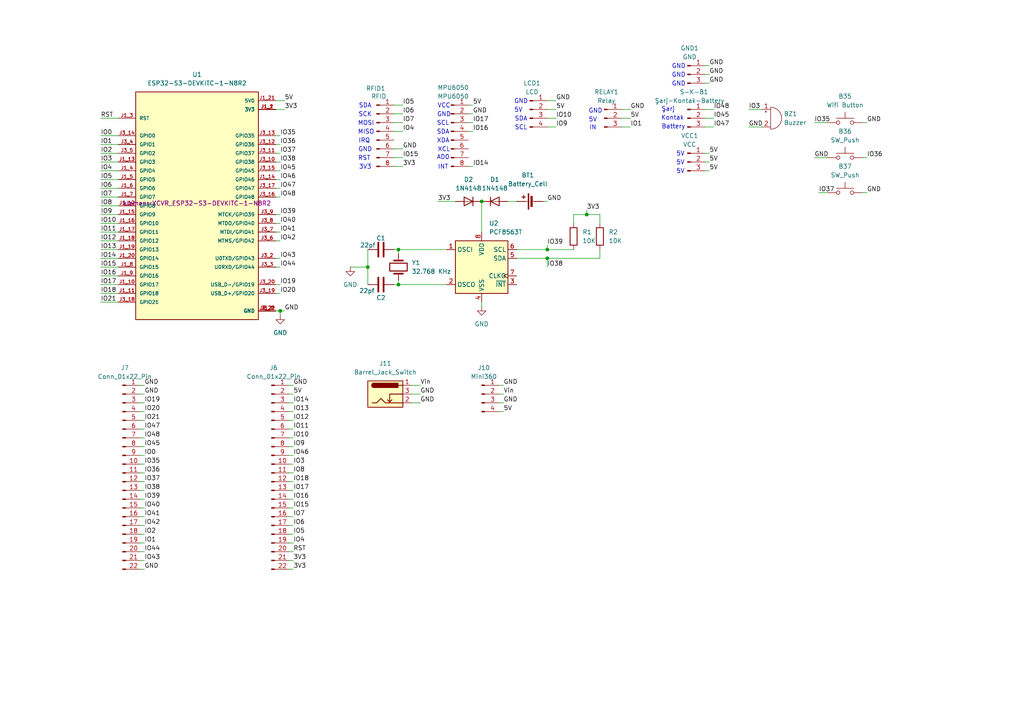
<source format=kicad_sch>
(kicad_sch
	(version 20250114)
	(generator "eeschema")
	(generator_version "9.0")
	(uuid "b91bb127-f0d9-4d84-91bf-a0b372b4e0f9")
	(paper "A4")
	(lib_symbols
		(symbol "Connector:Barrel_Jack_Switch"
			(pin_names
				(hide yes)
			)
			(exclude_from_sim no)
			(in_bom yes)
			(on_board yes)
			(property "Reference" "J"
				(at 0 5.334 0)
				(effects
					(font
						(size 1.27 1.27)
					)
				)
			)
			(property "Value" "Barrel_Jack_Switch"
				(at 0 -5.08 0)
				(effects
					(font
						(size 1.27 1.27)
					)
				)
			)
			(property "Footprint" ""
				(at 1.27 -1.016 0)
				(effects
					(font
						(size 1.27 1.27)
					)
					(hide yes)
				)
			)
			(property "Datasheet" "~"
				(at 1.27 -1.016 0)
				(effects
					(font
						(size 1.27 1.27)
					)
					(hide yes)
				)
			)
			(property "Description" "DC Barrel Jack with an internal switch"
				(at 0 0 0)
				(effects
					(font
						(size 1.27 1.27)
					)
					(hide yes)
				)
			)
			(property "ki_keywords" "DC power barrel jack connector"
				(at 0 0 0)
				(effects
					(font
						(size 1.27 1.27)
					)
					(hide yes)
				)
			)
			(property "ki_fp_filters" "BarrelJack*"
				(at 0 0 0)
				(effects
					(font
						(size 1.27 1.27)
					)
					(hide yes)
				)
			)
			(symbol "Barrel_Jack_Switch_0_1"
				(rectangle
					(start -5.08 3.81)
					(end 5.08 -3.81)
					(stroke
						(width 0.254)
						(type default)
					)
					(fill
						(type background)
					)
				)
				(polyline
					(pts
						(xy -3.81 -2.54) (xy -2.54 -2.54) (xy -1.27 -1.27) (xy 0 -2.54) (xy 2.54 -2.54) (xy 5.08 -2.54)
					)
					(stroke
						(width 0.254)
						(type default)
					)
					(fill
						(type none)
					)
				)
				(arc
					(start -3.302 1.905)
					(mid -3.9343 2.54)
					(end -3.302 3.175)
					(stroke
						(width 0.254)
						(type default)
					)
					(fill
						(type none)
					)
				)
				(arc
					(start -3.302 1.905)
					(mid -3.9343 2.54)
					(end -3.302 3.175)
					(stroke
						(width 0.254)
						(type default)
					)
					(fill
						(type outline)
					)
				)
				(polyline
					(pts
						(xy 1.27 -2.286) (xy 1.905 -1.651)
					)
					(stroke
						(width 0.254)
						(type default)
					)
					(fill
						(type none)
					)
				)
				(rectangle
					(start 3.683 3.175)
					(end -3.302 1.905)
					(stroke
						(width 0.254)
						(type default)
					)
					(fill
						(type outline)
					)
				)
				(polyline
					(pts
						(xy 5.08 2.54) (xy 3.81 2.54)
					)
					(stroke
						(width 0.254)
						(type default)
					)
					(fill
						(type none)
					)
				)
				(polyline
					(pts
						(xy 5.08 0) (xy 1.27 0) (xy 1.27 -2.286) (xy 0.635 -1.651)
					)
					(stroke
						(width 0.254)
						(type default)
					)
					(fill
						(type none)
					)
				)
			)
			(symbol "Barrel_Jack_Switch_1_1"
				(pin passive line
					(at 7.62 2.54 180)
					(length 2.54)
					(name "~"
						(effects
							(font
								(size 1.27 1.27)
							)
						)
					)
					(number "1"
						(effects
							(font
								(size 1.27 1.27)
							)
						)
					)
				)
				(pin passive line
					(at 7.62 0 180)
					(length 2.54)
					(name "~"
						(effects
							(font
								(size 1.27 1.27)
							)
						)
					)
					(number "3"
						(effects
							(font
								(size 1.27 1.27)
							)
						)
					)
				)
				(pin passive line
					(at 7.62 -2.54 180)
					(length 2.54)
					(name "~"
						(effects
							(font
								(size 1.27 1.27)
							)
						)
					)
					(number "2"
						(effects
							(font
								(size 1.27 1.27)
							)
						)
					)
				)
			)
			(embedded_fonts no)
		)
		(symbol "Connector:Conn_01x03_Pin"
			(pin_names
				(offset 1.016)
				(hide yes)
			)
			(exclude_from_sim no)
			(in_bom yes)
			(on_board yes)
			(property "Reference" "J"
				(at 0 5.08 0)
				(effects
					(font
						(size 1.27 1.27)
					)
				)
			)
			(property "Value" "Conn_01x03_Pin"
				(at 0 -5.08 0)
				(effects
					(font
						(size 1.27 1.27)
					)
				)
			)
			(property "Footprint" ""
				(at 0 0 0)
				(effects
					(font
						(size 1.27 1.27)
					)
					(hide yes)
				)
			)
			(property "Datasheet" "~"
				(at 0 0 0)
				(effects
					(font
						(size 1.27 1.27)
					)
					(hide yes)
				)
			)
			(property "Description" "Generic connector, single row, 01x03, script generated"
				(at 0 0 0)
				(effects
					(font
						(size 1.27 1.27)
					)
					(hide yes)
				)
			)
			(property "ki_locked" ""
				(at 0 0 0)
				(effects
					(font
						(size 1.27 1.27)
					)
				)
			)
			(property "ki_keywords" "connector"
				(at 0 0 0)
				(effects
					(font
						(size 1.27 1.27)
					)
					(hide yes)
				)
			)
			(property "ki_fp_filters" "Connector*:*_1x??_*"
				(at 0 0 0)
				(effects
					(font
						(size 1.27 1.27)
					)
					(hide yes)
				)
			)
			(symbol "Conn_01x03_Pin_1_1"
				(rectangle
					(start 0.8636 2.667)
					(end 0 2.413)
					(stroke
						(width 0.1524)
						(type default)
					)
					(fill
						(type outline)
					)
				)
				(rectangle
					(start 0.8636 0.127)
					(end 0 -0.127)
					(stroke
						(width 0.1524)
						(type default)
					)
					(fill
						(type outline)
					)
				)
				(rectangle
					(start 0.8636 -2.413)
					(end 0 -2.667)
					(stroke
						(width 0.1524)
						(type default)
					)
					(fill
						(type outline)
					)
				)
				(polyline
					(pts
						(xy 1.27 2.54) (xy 0.8636 2.54)
					)
					(stroke
						(width 0.1524)
						(type default)
					)
					(fill
						(type none)
					)
				)
				(polyline
					(pts
						(xy 1.27 0) (xy 0.8636 0)
					)
					(stroke
						(width 0.1524)
						(type default)
					)
					(fill
						(type none)
					)
				)
				(polyline
					(pts
						(xy 1.27 -2.54) (xy 0.8636 -2.54)
					)
					(stroke
						(width 0.1524)
						(type default)
					)
					(fill
						(type none)
					)
				)
				(pin passive line
					(at 5.08 2.54 180)
					(length 3.81)
					(name "Pin_1"
						(effects
							(font
								(size 1.27 1.27)
							)
						)
					)
					(number "1"
						(effects
							(font
								(size 1.27 1.27)
							)
						)
					)
				)
				(pin passive line
					(at 5.08 0 180)
					(length 3.81)
					(name "Pin_2"
						(effects
							(font
								(size 1.27 1.27)
							)
						)
					)
					(number "2"
						(effects
							(font
								(size 1.27 1.27)
							)
						)
					)
				)
				(pin passive line
					(at 5.08 -2.54 180)
					(length 3.81)
					(name "Pin_3"
						(effects
							(font
								(size 1.27 1.27)
							)
						)
					)
					(number "3"
						(effects
							(font
								(size 1.27 1.27)
							)
						)
					)
				)
			)
			(embedded_fonts no)
		)
		(symbol "Connector:Conn_01x04_Pin"
			(pin_names
				(offset 1.016)
				(hide yes)
			)
			(exclude_from_sim no)
			(in_bom yes)
			(on_board yes)
			(property "Reference" "J"
				(at 0 5.08 0)
				(effects
					(font
						(size 1.27 1.27)
					)
				)
			)
			(property "Value" "Conn_01x04_Pin"
				(at 0 -7.62 0)
				(effects
					(font
						(size 1.27 1.27)
					)
				)
			)
			(property "Footprint" ""
				(at 0 0 0)
				(effects
					(font
						(size 1.27 1.27)
					)
					(hide yes)
				)
			)
			(property "Datasheet" "~"
				(at 0 0 0)
				(effects
					(font
						(size 1.27 1.27)
					)
					(hide yes)
				)
			)
			(property "Description" "Generic connector, single row, 01x04, script generated"
				(at 0 0 0)
				(effects
					(font
						(size 1.27 1.27)
					)
					(hide yes)
				)
			)
			(property "ki_locked" ""
				(at 0 0 0)
				(effects
					(font
						(size 1.27 1.27)
					)
				)
			)
			(property "ki_keywords" "connector"
				(at 0 0 0)
				(effects
					(font
						(size 1.27 1.27)
					)
					(hide yes)
				)
			)
			(property "ki_fp_filters" "Connector*:*_1x??_*"
				(at 0 0 0)
				(effects
					(font
						(size 1.27 1.27)
					)
					(hide yes)
				)
			)
			(symbol "Conn_01x04_Pin_1_1"
				(rectangle
					(start 0.8636 2.667)
					(end 0 2.413)
					(stroke
						(width 0.1524)
						(type default)
					)
					(fill
						(type outline)
					)
				)
				(rectangle
					(start 0.8636 0.127)
					(end 0 -0.127)
					(stroke
						(width 0.1524)
						(type default)
					)
					(fill
						(type outline)
					)
				)
				(rectangle
					(start 0.8636 -2.413)
					(end 0 -2.667)
					(stroke
						(width 0.1524)
						(type default)
					)
					(fill
						(type outline)
					)
				)
				(rectangle
					(start 0.8636 -4.953)
					(end 0 -5.207)
					(stroke
						(width 0.1524)
						(type default)
					)
					(fill
						(type outline)
					)
				)
				(polyline
					(pts
						(xy 1.27 2.54) (xy 0.8636 2.54)
					)
					(stroke
						(width 0.1524)
						(type default)
					)
					(fill
						(type none)
					)
				)
				(polyline
					(pts
						(xy 1.27 0) (xy 0.8636 0)
					)
					(stroke
						(width 0.1524)
						(type default)
					)
					(fill
						(type none)
					)
				)
				(polyline
					(pts
						(xy 1.27 -2.54) (xy 0.8636 -2.54)
					)
					(stroke
						(width 0.1524)
						(type default)
					)
					(fill
						(type none)
					)
				)
				(polyline
					(pts
						(xy 1.27 -5.08) (xy 0.8636 -5.08)
					)
					(stroke
						(width 0.1524)
						(type default)
					)
					(fill
						(type none)
					)
				)
				(pin passive line
					(at 5.08 2.54 180)
					(length 3.81)
					(name "Pin_1"
						(effects
							(font
								(size 1.27 1.27)
							)
						)
					)
					(number "1"
						(effects
							(font
								(size 1.27 1.27)
							)
						)
					)
				)
				(pin passive line
					(at 5.08 0 180)
					(length 3.81)
					(name "Pin_2"
						(effects
							(font
								(size 1.27 1.27)
							)
						)
					)
					(number "2"
						(effects
							(font
								(size 1.27 1.27)
							)
						)
					)
				)
				(pin passive line
					(at 5.08 -2.54 180)
					(length 3.81)
					(name "Pin_3"
						(effects
							(font
								(size 1.27 1.27)
							)
						)
					)
					(number "3"
						(effects
							(font
								(size 1.27 1.27)
							)
						)
					)
				)
				(pin passive line
					(at 5.08 -5.08 180)
					(length 3.81)
					(name "Pin_4"
						(effects
							(font
								(size 1.27 1.27)
							)
						)
					)
					(number "4"
						(effects
							(font
								(size 1.27 1.27)
							)
						)
					)
				)
			)
			(embedded_fonts no)
		)
		(symbol "Connector:Conn_01x08_Pin"
			(pin_names
				(offset 1.016)
				(hide yes)
			)
			(exclude_from_sim no)
			(in_bom yes)
			(on_board yes)
			(property "Reference" "J"
				(at 0 10.16 0)
				(effects
					(font
						(size 1.27 1.27)
					)
				)
			)
			(property "Value" "Conn_01x08_Pin"
				(at 0 -12.7 0)
				(effects
					(font
						(size 1.27 1.27)
					)
				)
			)
			(property "Footprint" ""
				(at 0 0 0)
				(effects
					(font
						(size 1.27 1.27)
					)
					(hide yes)
				)
			)
			(property "Datasheet" "~"
				(at 0 0 0)
				(effects
					(font
						(size 1.27 1.27)
					)
					(hide yes)
				)
			)
			(property "Description" "Generic connector, single row, 01x08, script generated"
				(at 0 0 0)
				(effects
					(font
						(size 1.27 1.27)
					)
					(hide yes)
				)
			)
			(property "ki_locked" ""
				(at 0 0 0)
				(effects
					(font
						(size 1.27 1.27)
					)
				)
			)
			(property "ki_keywords" "connector"
				(at 0 0 0)
				(effects
					(font
						(size 1.27 1.27)
					)
					(hide yes)
				)
			)
			(property "ki_fp_filters" "Connector*:*_1x??_*"
				(at 0 0 0)
				(effects
					(font
						(size 1.27 1.27)
					)
					(hide yes)
				)
			)
			(symbol "Conn_01x08_Pin_1_1"
				(rectangle
					(start 0.8636 7.747)
					(end 0 7.493)
					(stroke
						(width 0.1524)
						(type default)
					)
					(fill
						(type outline)
					)
				)
				(rectangle
					(start 0.8636 5.207)
					(end 0 4.953)
					(stroke
						(width 0.1524)
						(type default)
					)
					(fill
						(type outline)
					)
				)
				(rectangle
					(start 0.8636 2.667)
					(end 0 2.413)
					(stroke
						(width 0.1524)
						(type default)
					)
					(fill
						(type outline)
					)
				)
				(rectangle
					(start 0.8636 0.127)
					(end 0 -0.127)
					(stroke
						(width 0.1524)
						(type default)
					)
					(fill
						(type outline)
					)
				)
				(rectangle
					(start 0.8636 -2.413)
					(end 0 -2.667)
					(stroke
						(width 0.1524)
						(type default)
					)
					(fill
						(type outline)
					)
				)
				(rectangle
					(start 0.8636 -4.953)
					(end 0 -5.207)
					(stroke
						(width 0.1524)
						(type default)
					)
					(fill
						(type outline)
					)
				)
				(rectangle
					(start 0.8636 -7.493)
					(end 0 -7.747)
					(stroke
						(width 0.1524)
						(type default)
					)
					(fill
						(type outline)
					)
				)
				(rectangle
					(start 0.8636 -10.033)
					(end 0 -10.287)
					(stroke
						(width 0.1524)
						(type default)
					)
					(fill
						(type outline)
					)
				)
				(polyline
					(pts
						(xy 1.27 7.62) (xy 0.8636 7.62)
					)
					(stroke
						(width 0.1524)
						(type default)
					)
					(fill
						(type none)
					)
				)
				(polyline
					(pts
						(xy 1.27 5.08) (xy 0.8636 5.08)
					)
					(stroke
						(width 0.1524)
						(type default)
					)
					(fill
						(type none)
					)
				)
				(polyline
					(pts
						(xy 1.27 2.54) (xy 0.8636 2.54)
					)
					(stroke
						(width 0.1524)
						(type default)
					)
					(fill
						(type none)
					)
				)
				(polyline
					(pts
						(xy 1.27 0) (xy 0.8636 0)
					)
					(stroke
						(width 0.1524)
						(type default)
					)
					(fill
						(type none)
					)
				)
				(polyline
					(pts
						(xy 1.27 -2.54) (xy 0.8636 -2.54)
					)
					(stroke
						(width 0.1524)
						(type default)
					)
					(fill
						(type none)
					)
				)
				(polyline
					(pts
						(xy 1.27 -5.08) (xy 0.8636 -5.08)
					)
					(stroke
						(width 0.1524)
						(type default)
					)
					(fill
						(type none)
					)
				)
				(polyline
					(pts
						(xy 1.27 -7.62) (xy 0.8636 -7.62)
					)
					(stroke
						(width 0.1524)
						(type default)
					)
					(fill
						(type none)
					)
				)
				(polyline
					(pts
						(xy 1.27 -10.16) (xy 0.8636 -10.16)
					)
					(stroke
						(width 0.1524)
						(type default)
					)
					(fill
						(type none)
					)
				)
				(pin passive line
					(at 5.08 7.62 180)
					(length 3.81)
					(name "Pin_1"
						(effects
							(font
								(size 1.27 1.27)
							)
						)
					)
					(number "1"
						(effects
							(font
								(size 1.27 1.27)
							)
						)
					)
				)
				(pin passive line
					(at 5.08 5.08 180)
					(length 3.81)
					(name "Pin_2"
						(effects
							(font
								(size 1.27 1.27)
							)
						)
					)
					(number "2"
						(effects
							(font
								(size 1.27 1.27)
							)
						)
					)
				)
				(pin passive line
					(at 5.08 2.54 180)
					(length 3.81)
					(name "Pin_3"
						(effects
							(font
								(size 1.27 1.27)
							)
						)
					)
					(number "3"
						(effects
							(font
								(size 1.27 1.27)
							)
						)
					)
				)
				(pin passive line
					(at 5.08 0 180)
					(length 3.81)
					(name "Pin_4"
						(effects
							(font
								(size 1.27 1.27)
							)
						)
					)
					(number "4"
						(effects
							(font
								(size 1.27 1.27)
							)
						)
					)
				)
				(pin passive line
					(at 5.08 -2.54 180)
					(length 3.81)
					(name "Pin_5"
						(effects
							(font
								(size 1.27 1.27)
							)
						)
					)
					(number "5"
						(effects
							(font
								(size 1.27 1.27)
							)
						)
					)
				)
				(pin passive line
					(at 5.08 -5.08 180)
					(length 3.81)
					(name "Pin_6"
						(effects
							(font
								(size 1.27 1.27)
							)
						)
					)
					(number "6"
						(effects
							(font
								(size 1.27 1.27)
							)
						)
					)
				)
				(pin passive line
					(at 5.08 -7.62 180)
					(length 3.81)
					(name "Pin_7"
						(effects
							(font
								(size 1.27 1.27)
							)
						)
					)
					(number "7"
						(effects
							(font
								(size 1.27 1.27)
							)
						)
					)
				)
				(pin passive line
					(at 5.08 -10.16 180)
					(length 3.81)
					(name "Pin_8"
						(effects
							(font
								(size 1.27 1.27)
							)
						)
					)
					(number "8"
						(effects
							(font
								(size 1.27 1.27)
							)
						)
					)
				)
			)
			(embedded_fonts no)
		)
		(symbol "Connector:Conn_01x22_Pin"
			(pin_names
				(offset 1.016)
				(hide yes)
			)
			(exclude_from_sim no)
			(in_bom yes)
			(on_board yes)
			(property "Reference" "J"
				(at 0 27.94 0)
				(effects
					(font
						(size 1.27 1.27)
					)
				)
			)
			(property "Value" "Conn_01x22_Pin"
				(at 0 -30.48 0)
				(effects
					(font
						(size 1.27 1.27)
					)
				)
			)
			(property "Footprint" ""
				(at 0 0 0)
				(effects
					(font
						(size 1.27 1.27)
					)
					(hide yes)
				)
			)
			(property "Datasheet" "~"
				(at 0 0 0)
				(effects
					(font
						(size 1.27 1.27)
					)
					(hide yes)
				)
			)
			(property "Description" "Generic connector, single row, 01x22, script generated"
				(at 0 0 0)
				(effects
					(font
						(size 1.27 1.27)
					)
					(hide yes)
				)
			)
			(property "ki_locked" ""
				(at 0 0 0)
				(effects
					(font
						(size 1.27 1.27)
					)
				)
			)
			(property "ki_keywords" "connector"
				(at 0 0 0)
				(effects
					(font
						(size 1.27 1.27)
					)
					(hide yes)
				)
			)
			(property "ki_fp_filters" "Connector*:*_1x??_*"
				(at 0 0 0)
				(effects
					(font
						(size 1.27 1.27)
					)
					(hide yes)
				)
			)
			(symbol "Conn_01x22_Pin_1_1"
				(rectangle
					(start 0.8636 25.527)
					(end 0 25.273)
					(stroke
						(width 0.1524)
						(type default)
					)
					(fill
						(type outline)
					)
				)
				(rectangle
					(start 0.8636 22.987)
					(end 0 22.733)
					(stroke
						(width 0.1524)
						(type default)
					)
					(fill
						(type outline)
					)
				)
				(rectangle
					(start 0.8636 20.447)
					(end 0 20.193)
					(stroke
						(width 0.1524)
						(type default)
					)
					(fill
						(type outline)
					)
				)
				(rectangle
					(start 0.8636 17.907)
					(end 0 17.653)
					(stroke
						(width 0.1524)
						(type default)
					)
					(fill
						(type outline)
					)
				)
				(rectangle
					(start 0.8636 15.367)
					(end 0 15.113)
					(stroke
						(width 0.1524)
						(type default)
					)
					(fill
						(type outline)
					)
				)
				(rectangle
					(start 0.8636 12.827)
					(end 0 12.573)
					(stroke
						(width 0.1524)
						(type default)
					)
					(fill
						(type outline)
					)
				)
				(rectangle
					(start 0.8636 10.287)
					(end 0 10.033)
					(stroke
						(width 0.1524)
						(type default)
					)
					(fill
						(type outline)
					)
				)
				(rectangle
					(start 0.8636 7.747)
					(end 0 7.493)
					(stroke
						(width 0.1524)
						(type default)
					)
					(fill
						(type outline)
					)
				)
				(rectangle
					(start 0.8636 5.207)
					(end 0 4.953)
					(stroke
						(width 0.1524)
						(type default)
					)
					(fill
						(type outline)
					)
				)
				(rectangle
					(start 0.8636 2.667)
					(end 0 2.413)
					(stroke
						(width 0.1524)
						(type default)
					)
					(fill
						(type outline)
					)
				)
				(rectangle
					(start 0.8636 0.127)
					(end 0 -0.127)
					(stroke
						(width 0.1524)
						(type default)
					)
					(fill
						(type outline)
					)
				)
				(rectangle
					(start 0.8636 -2.413)
					(end 0 -2.667)
					(stroke
						(width 0.1524)
						(type default)
					)
					(fill
						(type outline)
					)
				)
				(rectangle
					(start 0.8636 -4.953)
					(end 0 -5.207)
					(stroke
						(width 0.1524)
						(type default)
					)
					(fill
						(type outline)
					)
				)
				(rectangle
					(start 0.8636 -7.493)
					(end 0 -7.747)
					(stroke
						(width 0.1524)
						(type default)
					)
					(fill
						(type outline)
					)
				)
				(rectangle
					(start 0.8636 -10.033)
					(end 0 -10.287)
					(stroke
						(width 0.1524)
						(type default)
					)
					(fill
						(type outline)
					)
				)
				(rectangle
					(start 0.8636 -12.573)
					(end 0 -12.827)
					(stroke
						(width 0.1524)
						(type default)
					)
					(fill
						(type outline)
					)
				)
				(rectangle
					(start 0.8636 -15.113)
					(end 0 -15.367)
					(stroke
						(width 0.1524)
						(type default)
					)
					(fill
						(type outline)
					)
				)
				(rectangle
					(start 0.8636 -17.653)
					(end 0 -17.907)
					(stroke
						(width 0.1524)
						(type default)
					)
					(fill
						(type outline)
					)
				)
				(rectangle
					(start 0.8636 -20.193)
					(end 0 -20.447)
					(stroke
						(width 0.1524)
						(type default)
					)
					(fill
						(type outline)
					)
				)
				(rectangle
					(start 0.8636 -22.733)
					(end 0 -22.987)
					(stroke
						(width 0.1524)
						(type default)
					)
					(fill
						(type outline)
					)
				)
				(rectangle
					(start 0.8636 -25.273)
					(end 0 -25.527)
					(stroke
						(width 0.1524)
						(type default)
					)
					(fill
						(type outline)
					)
				)
				(rectangle
					(start 0.8636 -27.813)
					(end 0 -28.067)
					(stroke
						(width 0.1524)
						(type default)
					)
					(fill
						(type outline)
					)
				)
				(polyline
					(pts
						(xy 1.27 25.4) (xy 0.8636 25.4)
					)
					(stroke
						(width 0.1524)
						(type default)
					)
					(fill
						(type none)
					)
				)
				(polyline
					(pts
						(xy 1.27 22.86) (xy 0.8636 22.86)
					)
					(stroke
						(width 0.1524)
						(type default)
					)
					(fill
						(type none)
					)
				)
				(polyline
					(pts
						(xy 1.27 20.32) (xy 0.8636 20.32)
					)
					(stroke
						(width 0.1524)
						(type default)
					)
					(fill
						(type none)
					)
				)
				(polyline
					(pts
						(xy 1.27 17.78) (xy 0.8636 17.78)
					)
					(stroke
						(width 0.1524)
						(type default)
					)
					(fill
						(type none)
					)
				)
				(polyline
					(pts
						(xy 1.27 15.24) (xy 0.8636 15.24)
					)
					(stroke
						(width 0.1524)
						(type default)
					)
					(fill
						(type none)
					)
				)
				(polyline
					(pts
						(xy 1.27 12.7) (xy 0.8636 12.7)
					)
					(stroke
						(width 0.1524)
						(type default)
					)
					(fill
						(type none)
					)
				)
				(polyline
					(pts
						(xy 1.27 10.16) (xy 0.8636 10.16)
					)
					(stroke
						(width 0.1524)
						(type default)
					)
					(fill
						(type none)
					)
				)
				(polyline
					(pts
						(xy 1.27 7.62) (xy 0.8636 7.62)
					)
					(stroke
						(width 0.1524)
						(type default)
					)
					(fill
						(type none)
					)
				)
				(polyline
					(pts
						(xy 1.27 5.08) (xy 0.8636 5.08)
					)
					(stroke
						(width 0.1524)
						(type default)
					)
					(fill
						(type none)
					)
				)
				(polyline
					(pts
						(xy 1.27 2.54) (xy 0.8636 2.54)
					)
					(stroke
						(width 0.1524)
						(type default)
					)
					(fill
						(type none)
					)
				)
				(polyline
					(pts
						(xy 1.27 0) (xy 0.8636 0)
					)
					(stroke
						(width 0.1524)
						(type default)
					)
					(fill
						(type none)
					)
				)
				(polyline
					(pts
						(xy 1.27 -2.54) (xy 0.8636 -2.54)
					)
					(stroke
						(width 0.1524)
						(type default)
					)
					(fill
						(type none)
					)
				)
				(polyline
					(pts
						(xy 1.27 -5.08) (xy 0.8636 -5.08)
					)
					(stroke
						(width 0.1524)
						(type default)
					)
					(fill
						(type none)
					)
				)
				(polyline
					(pts
						(xy 1.27 -7.62) (xy 0.8636 -7.62)
					)
					(stroke
						(width 0.1524)
						(type default)
					)
					(fill
						(type none)
					)
				)
				(polyline
					(pts
						(xy 1.27 -10.16) (xy 0.8636 -10.16)
					)
					(stroke
						(width 0.1524)
						(type default)
					)
					(fill
						(type none)
					)
				)
				(polyline
					(pts
						(xy 1.27 -12.7) (xy 0.8636 -12.7)
					)
					(stroke
						(width 0.1524)
						(type default)
					)
					(fill
						(type none)
					)
				)
				(polyline
					(pts
						(xy 1.27 -15.24) (xy 0.8636 -15.24)
					)
					(stroke
						(width 0.1524)
						(type default)
					)
					(fill
						(type none)
					)
				)
				(polyline
					(pts
						(xy 1.27 -17.78) (xy 0.8636 -17.78)
					)
					(stroke
						(width 0.1524)
						(type default)
					)
					(fill
						(type none)
					)
				)
				(polyline
					(pts
						(xy 1.27 -20.32) (xy 0.8636 -20.32)
					)
					(stroke
						(width 0.1524)
						(type default)
					)
					(fill
						(type none)
					)
				)
				(polyline
					(pts
						(xy 1.27 -22.86) (xy 0.8636 -22.86)
					)
					(stroke
						(width 0.1524)
						(type default)
					)
					(fill
						(type none)
					)
				)
				(polyline
					(pts
						(xy 1.27 -25.4) (xy 0.8636 -25.4)
					)
					(stroke
						(width 0.1524)
						(type default)
					)
					(fill
						(type none)
					)
				)
				(polyline
					(pts
						(xy 1.27 -27.94) (xy 0.8636 -27.94)
					)
					(stroke
						(width 0.1524)
						(type default)
					)
					(fill
						(type none)
					)
				)
				(pin passive line
					(at 5.08 25.4 180)
					(length 3.81)
					(name "Pin_1"
						(effects
							(font
								(size 1.27 1.27)
							)
						)
					)
					(number "1"
						(effects
							(font
								(size 1.27 1.27)
							)
						)
					)
				)
				(pin passive line
					(at 5.08 22.86 180)
					(length 3.81)
					(name "Pin_2"
						(effects
							(font
								(size 1.27 1.27)
							)
						)
					)
					(number "2"
						(effects
							(font
								(size 1.27 1.27)
							)
						)
					)
				)
				(pin passive line
					(at 5.08 20.32 180)
					(length 3.81)
					(name "Pin_3"
						(effects
							(font
								(size 1.27 1.27)
							)
						)
					)
					(number "3"
						(effects
							(font
								(size 1.27 1.27)
							)
						)
					)
				)
				(pin passive line
					(at 5.08 17.78 180)
					(length 3.81)
					(name "Pin_4"
						(effects
							(font
								(size 1.27 1.27)
							)
						)
					)
					(number "4"
						(effects
							(font
								(size 1.27 1.27)
							)
						)
					)
				)
				(pin passive line
					(at 5.08 15.24 180)
					(length 3.81)
					(name "Pin_5"
						(effects
							(font
								(size 1.27 1.27)
							)
						)
					)
					(number "5"
						(effects
							(font
								(size 1.27 1.27)
							)
						)
					)
				)
				(pin passive line
					(at 5.08 12.7 180)
					(length 3.81)
					(name "Pin_6"
						(effects
							(font
								(size 1.27 1.27)
							)
						)
					)
					(number "6"
						(effects
							(font
								(size 1.27 1.27)
							)
						)
					)
				)
				(pin passive line
					(at 5.08 10.16 180)
					(length 3.81)
					(name "Pin_7"
						(effects
							(font
								(size 1.27 1.27)
							)
						)
					)
					(number "7"
						(effects
							(font
								(size 1.27 1.27)
							)
						)
					)
				)
				(pin passive line
					(at 5.08 7.62 180)
					(length 3.81)
					(name "Pin_8"
						(effects
							(font
								(size 1.27 1.27)
							)
						)
					)
					(number "8"
						(effects
							(font
								(size 1.27 1.27)
							)
						)
					)
				)
				(pin passive line
					(at 5.08 5.08 180)
					(length 3.81)
					(name "Pin_9"
						(effects
							(font
								(size 1.27 1.27)
							)
						)
					)
					(number "9"
						(effects
							(font
								(size 1.27 1.27)
							)
						)
					)
				)
				(pin passive line
					(at 5.08 2.54 180)
					(length 3.81)
					(name "Pin_10"
						(effects
							(font
								(size 1.27 1.27)
							)
						)
					)
					(number "10"
						(effects
							(font
								(size 1.27 1.27)
							)
						)
					)
				)
				(pin passive line
					(at 5.08 0 180)
					(length 3.81)
					(name "Pin_11"
						(effects
							(font
								(size 1.27 1.27)
							)
						)
					)
					(number "11"
						(effects
							(font
								(size 1.27 1.27)
							)
						)
					)
				)
				(pin passive line
					(at 5.08 -2.54 180)
					(length 3.81)
					(name "Pin_12"
						(effects
							(font
								(size 1.27 1.27)
							)
						)
					)
					(number "12"
						(effects
							(font
								(size 1.27 1.27)
							)
						)
					)
				)
				(pin passive line
					(at 5.08 -5.08 180)
					(length 3.81)
					(name "Pin_13"
						(effects
							(font
								(size 1.27 1.27)
							)
						)
					)
					(number "13"
						(effects
							(font
								(size 1.27 1.27)
							)
						)
					)
				)
				(pin passive line
					(at 5.08 -7.62 180)
					(length 3.81)
					(name "Pin_14"
						(effects
							(font
								(size 1.27 1.27)
							)
						)
					)
					(number "14"
						(effects
							(font
								(size 1.27 1.27)
							)
						)
					)
				)
				(pin passive line
					(at 5.08 -10.16 180)
					(length 3.81)
					(name "Pin_15"
						(effects
							(font
								(size 1.27 1.27)
							)
						)
					)
					(number "15"
						(effects
							(font
								(size 1.27 1.27)
							)
						)
					)
				)
				(pin passive line
					(at 5.08 -12.7 180)
					(length 3.81)
					(name "Pin_16"
						(effects
							(font
								(size 1.27 1.27)
							)
						)
					)
					(number "16"
						(effects
							(font
								(size 1.27 1.27)
							)
						)
					)
				)
				(pin passive line
					(at 5.08 -15.24 180)
					(length 3.81)
					(name "Pin_17"
						(effects
							(font
								(size 1.27 1.27)
							)
						)
					)
					(number "17"
						(effects
							(font
								(size 1.27 1.27)
							)
						)
					)
				)
				(pin passive line
					(at 5.08 -17.78 180)
					(length 3.81)
					(name "Pin_18"
						(effects
							(font
								(size 1.27 1.27)
							)
						)
					)
					(number "18"
						(effects
							(font
								(size 1.27 1.27)
							)
						)
					)
				)
				(pin passive line
					(at 5.08 -20.32 180)
					(length 3.81)
					(name "Pin_19"
						(effects
							(font
								(size 1.27 1.27)
							)
						)
					)
					(number "19"
						(effects
							(font
								(size 1.27 1.27)
							)
						)
					)
				)
				(pin passive line
					(at 5.08 -22.86 180)
					(length 3.81)
					(name "Pin_20"
						(effects
							(font
								(size 1.27 1.27)
							)
						)
					)
					(number "20"
						(effects
							(font
								(size 1.27 1.27)
							)
						)
					)
				)
				(pin passive line
					(at 5.08 -25.4 180)
					(length 3.81)
					(name "Pin_21"
						(effects
							(font
								(size 1.27 1.27)
							)
						)
					)
					(number "21"
						(effects
							(font
								(size 1.27 1.27)
							)
						)
					)
				)
				(pin passive line
					(at 5.08 -27.94 180)
					(length 3.81)
					(name "Pin_22"
						(effects
							(font
								(size 1.27 1.27)
							)
						)
					)
					(number "22"
						(effects
							(font
								(size 1.27 1.27)
							)
						)
					)
				)
			)
			(embedded_fonts no)
		)
		(symbol "Device:Battery_Cell"
			(pin_numbers
				(hide yes)
			)
			(pin_names
				(offset 0)
				(hide yes)
			)
			(exclude_from_sim no)
			(in_bom yes)
			(on_board yes)
			(property "Reference" "BT"
				(at 2.54 2.54 0)
				(effects
					(font
						(size 1.27 1.27)
					)
					(justify left)
				)
			)
			(property "Value" "Battery_Cell"
				(at 2.54 0 0)
				(effects
					(font
						(size 1.27 1.27)
					)
					(justify left)
				)
			)
			(property "Footprint" ""
				(at 0 1.524 90)
				(effects
					(font
						(size 1.27 1.27)
					)
					(hide yes)
				)
			)
			(property "Datasheet" "~"
				(at 0 1.524 90)
				(effects
					(font
						(size 1.27 1.27)
					)
					(hide yes)
				)
			)
			(property "Description" "Single-cell battery"
				(at 0 0 0)
				(effects
					(font
						(size 1.27 1.27)
					)
					(hide yes)
				)
			)
			(property "ki_keywords" "battery cell"
				(at 0 0 0)
				(effects
					(font
						(size 1.27 1.27)
					)
					(hide yes)
				)
			)
			(symbol "Battery_Cell_0_1"
				(rectangle
					(start -2.286 1.778)
					(end 2.286 1.524)
					(stroke
						(width 0)
						(type default)
					)
					(fill
						(type outline)
					)
				)
				(rectangle
					(start -1.524 1.016)
					(end 1.524 0.508)
					(stroke
						(width 0)
						(type default)
					)
					(fill
						(type outline)
					)
				)
				(polyline
					(pts
						(xy 0 1.778) (xy 0 2.54)
					)
					(stroke
						(width 0)
						(type default)
					)
					(fill
						(type none)
					)
				)
				(polyline
					(pts
						(xy 0 0.762) (xy 0 0)
					)
					(stroke
						(width 0)
						(type default)
					)
					(fill
						(type none)
					)
				)
				(polyline
					(pts
						(xy 0.762 3.048) (xy 1.778 3.048)
					)
					(stroke
						(width 0.254)
						(type default)
					)
					(fill
						(type none)
					)
				)
				(polyline
					(pts
						(xy 1.27 3.556) (xy 1.27 2.54)
					)
					(stroke
						(width 0.254)
						(type default)
					)
					(fill
						(type none)
					)
				)
			)
			(symbol "Battery_Cell_1_1"
				(pin passive line
					(at 0 5.08 270)
					(length 2.54)
					(name "+"
						(effects
							(font
								(size 1.27 1.27)
							)
						)
					)
					(number "1"
						(effects
							(font
								(size 1.27 1.27)
							)
						)
					)
				)
				(pin passive line
					(at 0 -2.54 90)
					(length 2.54)
					(name "-"
						(effects
							(font
								(size 1.27 1.27)
							)
						)
					)
					(number "2"
						(effects
							(font
								(size 1.27 1.27)
							)
						)
					)
				)
			)
			(embedded_fonts no)
		)
		(symbol "Device:Buzzer"
			(pin_names
				(offset 0.0254)
				(hide yes)
			)
			(exclude_from_sim no)
			(in_bom yes)
			(on_board yes)
			(property "Reference" "BZ"
				(at 3.81 1.27 0)
				(effects
					(font
						(size 1.27 1.27)
					)
					(justify left)
				)
			)
			(property "Value" "Buzzer"
				(at 3.81 -1.27 0)
				(effects
					(font
						(size 1.27 1.27)
					)
					(justify left)
				)
			)
			(property "Footprint" ""
				(at -0.635 2.54 90)
				(effects
					(font
						(size 1.27 1.27)
					)
					(hide yes)
				)
			)
			(property "Datasheet" "~"
				(at -0.635 2.54 90)
				(effects
					(font
						(size 1.27 1.27)
					)
					(hide yes)
				)
			)
			(property "Description" "Buzzer, polarized"
				(at 0 0 0)
				(effects
					(font
						(size 1.27 1.27)
					)
					(hide yes)
				)
			)
			(property "ki_keywords" "quartz resonator ceramic"
				(at 0 0 0)
				(effects
					(font
						(size 1.27 1.27)
					)
					(hide yes)
				)
			)
			(property "ki_fp_filters" "*Buzzer*"
				(at 0 0 0)
				(effects
					(font
						(size 1.27 1.27)
					)
					(hide yes)
				)
			)
			(symbol "Buzzer_0_1"
				(polyline
					(pts
						(xy -1.651 1.905) (xy -1.143 1.905)
					)
					(stroke
						(width 0)
						(type default)
					)
					(fill
						(type none)
					)
				)
				(polyline
					(pts
						(xy -1.397 2.159) (xy -1.397 1.651)
					)
					(stroke
						(width 0)
						(type default)
					)
					(fill
						(type none)
					)
				)
				(arc
					(start 0 3.175)
					(mid 3.1612 0)
					(end 0 -3.175)
					(stroke
						(width 0)
						(type default)
					)
					(fill
						(type none)
					)
				)
				(polyline
					(pts
						(xy 0 3.175) (xy 0 -3.175)
					)
					(stroke
						(width 0)
						(type default)
					)
					(fill
						(type none)
					)
				)
			)
			(symbol "Buzzer_1_1"
				(pin passive line
					(at -2.54 2.54 0)
					(length 2.54)
					(name "+"
						(effects
							(font
								(size 1.27 1.27)
							)
						)
					)
					(number "1"
						(effects
							(font
								(size 1.27 1.27)
							)
						)
					)
				)
				(pin passive line
					(at -2.54 -2.54 0)
					(length 2.54)
					(name "-"
						(effects
							(font
								(size 1.27 1.27)
							)
						)
					)
					(number "2"
						(effects
							(font
								(size 1.27 1.27)
							)
						)
					)
				)
			)
			(embedded_fonts no)
		)
		(symbol "Device:C"
			(pin_numbers
				(hide yes)
			)
			(pin_names
				(offset 0.254)
			)
			(exclude_from_sim no)
			(in_bom yes)
			(on_board yes)
			(property "Reference" "C"
				(at 0.635 2.54 0)
				(effects
					(font
						(size 1.27 1.27)
					)
					(justify left)
				)
			)
			(property "Value" "C"
				(at 0.635 -2.54 0)
				(effects
					(font
						(size 1.27 1.27)
					)
					(justify left)
				)
			)
			(property "Footprint" ""
				(at 0.9652 -3.81 0)
				(effects
					(font
						(size 1.27 1.27)
					)
					(hide yes)
				)
			)
			(property "Datasheet" "~"
				(at 0 0 0)
				(effects
					(font
						(size 1.27 1.27)
					)
					(hide yes)
				)
			)
			(property "Description" "Unpolarized capacitor"
				(at 0 0 0)
				(effects
					(font
						(size 1.27 1.27)
					)
					(hide yes)
				)
			)
			(property "ki_keywords" "cap capacitor"
				(at 0 0 0)
				(effects
					(font
						(size 1.27 1.27)
					)
					(hide yes)
				)
			)
			(property "ki_fp_filters" "C_*"
				(at 0 0 0)
				(effects
					(font
						(size 1.27 1.27)
					)
					(hide yes)
				)
			)
			(symbol "C_0_1"
				(polyline
					(pts
						(xy -2.032 0.762) (xy 2.032 0.762)
					)
					(stroke
						(width 0.508)
						(type default)
					)
					(fill
						(type none)
					)
				)
				(polyline
					(pts
						(xy -2.032 -0.762) (xy 2.032 -0.762)
					)
					(stroke
						(width 0.508)
						(type default)
					)
					(fill
						(type none)
					)
				)
			)
			(symbol "C_1_1"
				(pin passive line
					(at 0 3.81 270)
					(length 2.794)
					(name "~"
						(effects
							(font
								(size 1.27 1.27)
							)
						)
					)
					(number "1"
						(effects
							(font
								(size 1.27 1.27)
							)
						)
					)
				)
				(pin passive line
					(at 0 -3.81 90)
					(length 2.794)
					(name "~"
						(effects
							(font
								(size 1.27 1.27)
							)
						)
					)
					(number "2"
						(effects
							(font
								(size 1.27 1.27)
							)
						)
					)
				)
			)
			(embedded_fonts no)
		)
		(symbol "Device:Crystal"
			(pin_numbers
				(hide yes)
			)
			(pin_names
				(offset 1.016)
				(hide yes)
			)
			(exclude_from_sim no)
			(in_bom yes)
			(on_board yes)
			(property "Reference" "Y"
				(at 0 3.81 0)
				(effects
					(font
						(size 1.27 1.27)
					)
				)
			)
			(property "Value" "Crystal"
				(at 0 -3.81 0)
				(effects
					(font
						(size 1.27 1.27)
					)
				)
			)
			(property "Footprint" ""
				(at 0 0 0)
				(effects
					(font
						(size 1.27 1.27)
					)
					(hide yes)
				)
			)
			(property "Datasheet" "~"
				(at 0 0 0)
				(effects
					(font
						(size 1.27 1.27)
					)
					(hide yes)
				)
			)
			(property "Description" "Two pin crystal"
				(at 0 0 0)
				(effects
					(font
						(size 1.27 1.27)
					)
					(hide yes)
				)
			)
			(property "ki_keywords" "quartz ceramic resonator oscillator"
				(at 0 0 0)
				(effects
					(font
						(size 1.27 1.27)
					)
					(hide yes)
				)
			)
			(property "ki_fp_filters" "Crystal*"
				(at 0 0 0)
				(effects
					(font
						(size 1.27 1.27)
					)
					(hide yes)
				)
			)
			(symbol "Crystal_0_1"
				(polyline
					(pts
						(xy -2.54 0) (xy -1.905 0)
					)
					(stroke
						(width 0)
						(type default)
					)
					(fill
						(type none)
					)
				)
				(polyline
					(pts
						(xy -1.905 -1.27) (xy -1.905 1.27)
					)
					(stroke
						(width 0.508)
						(type default)
					)
					(fill
						(type none)
					)
				)
				(rectangle
					(start -1.143 2.54)
					(end 1.143 -2.54)
					(stroke
						(width 0.3048)
						(type default)
					)
					(fill
						(type none)
					)
				)
				(polyline
					(pts
						(xy 1.905 -1.27) (xy 1.905 1.27)
					)
					(stroke
						(width 0.508)
						(type default)
					)
					(fill
						(type none)
					)
				)
				(polyline
					(pts
						(xy 2.54 0) (xy 1.905 0)
					)
					(stroke
						(width 0)
						(type default)
					)
					(fill
						(type none)
					)
				)
			)
			(symbol "Crystal_1_1"
				(pin passive line
					(at -3.81 0 0)
					(length 1.27)
					(name "1"
						(effects
							(font
								(size 1.27 1.27)
							)
						)
					)
					(number "1"
						(effects
							(font
								(size 1.27 1.27)
							)
						)
					)
				)
				(pin passive line
					(at 3.81 0 180)
					(length 1.27)
					(name "2"
						(effects
							(font
								(size 1.27 1.27)
							)
						)
					)
					(number "2"
						(effects
							(font
								(size 1.27 1.27)
							)
						)
					)
				)
			)
			(embedded_fonts no)
		)
		(symbol "Device:R"
			(pin_numbers
				(hide yes)
			)
			(pin_names
				(offset 0)
			)
			(exclude_from_sim no)
			(in_bom yes)
			(on_board yes)
			(property "Reference" "R"
				(at 2.032 0 90)
				(effects
					(font
						(size 1.27 1.27)
					)
				)
			)
			(property "Value" "R"
				(at 0 0 90)
				(effects
					(font
						(size 1.27 1.27)
					)
				)
			)
			(property "Footprint" ""
				(at -1.778 0 90)
				(effects
					(font
						(size 1.27 1.27)
					)
					(hide yes)
				)
			)
			(property "Datasheet" "~"
				(at 0 0 0)
				(effects
					(font
						(size 1.27 1.27)
					)
					(hide yes)
				)
			)
			(property "Description" "Resistor"
				(at 0 0 0)
				(effects
					(font
						(size 1.27 1.27)
					)
					(hide yes)
				)
			)
			(property "ki_keywords" "R res resistor"
				(at 0 0 0)
				(effects
					(font
						(size 1.27 1.27)
					)
					(hide yes)
				)
			)
			(property "ki_fp_filters" "R_*"
				(at 0 0 0)
				(effects
					(font
						(size 1.27 1.27)
					)
					(hide yes)
				)
			)
			(symbol "R_0_1"
				(rectangle
					(start -1.016 -2.54)
					(end 1.016 2.54)
					(stroke
						(width 0.254)
						(type default)
					)
					(fill
						(type none)
					)
				)
			)
			(symbol "R_1_1"
				(pin passive line
					(at 0 3.81 270)
					(length 1.27)
					(name "~"
						(effects
							(font
								(size 1.27 1.27)
							)
						)
					)
					(number "1"
						(effects
							(font
								(size 1.27 1.27)
							)
						)
					)
				)
				(pin passive line
					(at 0 -3.81 90)
					(length 1.27)
					(name "~"
						(effects
							(font
								(size 1.27 1.27)
							)
						)
					)
					(number "2"
						(effects
							(font
								(size 1.27 1.27)
							)
						)
					)
				)
			)
			(embedded_fonts no)
		)
		(symbol "Diode:1N4148"
			(pin_numbers
				(hide yes)
			)
			(pin_names
				(hide yes)
			)
			(exclude_from_sim no)
			(in_bom yes)
			(on_board yes)
			(property "Reference" "D"
				(at 0 2.54 0)
				(effects
					(font
						(size 1.27 1.27)
					)
				)
			)
			(property "Value" "1N4148"
				(at 0 -2.54 0)
				(effects
					(font
						(size 1.27 1.27)
					)
				)
			)
			(property "Footprint" "Diode_THT:D_DO-35_SOD27_P7.62mm_Horizontal"
				(at 0 0 0)
				(effects
					(font
						(size 1.27 1.27)
					)
					(hide yes)
				)
			)
			(property "Datasheet" "https://assets.nexperia.com/documents/data-sheet/1N4148_1N4448.pdf"
				(at 0 0 0)
				(effects
					(font
						(size 1.27 1.27)
					)
					(hide yes)
				)
			)
			(property "Description" "100V 0.15A standard switching diode, DO-35"
				(at 0 0 0)
				(effects
					(font
						(size 1.27 1.27)
					)
					(hide yes)
				)
			)
			(property "Sim.Device" "D"
				(at 0 0 0)
				(effects
					(font
						(size 1.27 1.27)
					)
					(hide yes)
				)
			)
			(property "Sim.Pins" "1=K 2=A"
				(at 0 0 0)
				(effects
					(font
						(size 1.27 1.27)
					)
					(hide yes)
				)
			)
			(property "ki_keywords" "diode"
				(at 0 0 0)
				(effects
					(font
						(size 1.27 1.27)
					)
					(hide yes)
				)
			)
			(property "ki_fp_filters" "D*DO?35*"
				(at 0 0 0)
				(effects
					(font
						(size 1.27 1.27)
					)
					(hide yes)
				)
			)
			(symbol "1N4148_0_1"
				(polyline
					(pts
						(xy -1.27 1.27) (xy -1.27 -1.27)
					)
					(stroke
						(width 0.254)
						(type default)
					)
					(fill
						(type none)
					)
				)
				(polyline
					(pts
						(xy 1.27 1.27) (xy 1.27 -1.27) (xy -1.27 0) (xy 1.27 1.27)
					)
					(stroke
						(width 0.254)
						(type default)
					)
					(fill
						(type none)
					)
				)
				(polyline
					(pts
						(xy 1.27 0) (xy -1.27 0)
					)
					(stroke
						(width 0)
						(type default)
					)
					(fill
						(type none)
					)
				)
			)
			(symbol "1N4148_1_1"
				(pin passive line
					(at -3.81 0 0)
					(length 2.54)
					(name "K"
						(effects
							(font
								(size 1.27 1.27)
							)
						)
					)
					(number "1"
						(effects
							(font
								(size 1.27 1.27)
							)
						)
					)
				)
				(pin passive line
					(at 3.81 0 180)
					(length 2.54)
					(name "A"
						(effects
							(font
								(size 1.27 1.27)
							)
						)
					)
					(number "2"
						(effects
							(font
								(size 1.27 1.27)
							)
						)
					)
				)
			)
			(embedded_fonts no)
		)
		(symbol "ESP32-S3-DEVKITC-1-N8R2:ESP32-S3-DEVKITC-1-N8R2"
			(pin_names
				(offset 1.016)
			)
			(exclude_from_sim no)
			(in_bom yes)
			(on_board yes)
			(property "Reference" "U"
				(at -17.78 35.56 0)
				(effects
					(font
						(size 1.27 1.27)
					)
					(justify left top)
				)
			)
			(property "Value" "ESP32-S3-DEVKITC-1-N8R2"
				(at -17.78 -35.56 0)
				(effects
					(font
						(size 1.27 1.27)
					)
					(justify left bottom)
				)
			)
			(property "Footprint" "ESP32-S3-DEVKITC-1-N8R2:XCVR_ESP32-S3-DEVKITC-1-N8R2"
				(at 0 0 0)
				(effects
					(font
						(size 1.27 1.27)
					)
					(justify bottom)
					(hide yes)
				)
			)
			(property "Datasheet" ""
				(at 0 0 0)
				(effects
					(font
						(size 1.27 1.27)
					)
					(hide yes)
				)
			)
			(property "Description" ""
				(at 0 0 0)
				(effects
					(font
						(size 1.27 1.27)
					)
					(hide yes)
				)
			)
			(property "MF" "Espressif Systems"
				(at 0 0 0)
				(effects
					(font
						(size 1.27 1.27)
					)
					(justify bottom)
					(hide yes)
				)
			)
			(property "Description_1" "WiFi Development Tools - 802.11 ESP32-S3 general-purpose development board, embeds ESP32-S3-WROOM-1-N8R2, with pin header"
				(at 0 0 0)
				(effects
					(font
						(size 1.27 1.27)
					)
					(justify bottom)
					(hide yes)
				)
			)
			(property "Package" "None"
				(at 0 0 0)
				(effects
					(font
						(size 1.27 1.27)
					)
					(justify bottom)
					(hide yes)
				)
			)
			(property "Price" "None"
				(at 0 0 0)
				(effects
					(font
						(size 1.27 1.27)
					)
					(justify bottom)
					(hide yes)
				)
			)
			(property "Check_prices" "https://www.snapeda.com/parts/ESP32-S3-DEVKITC-1-N8R2/Espressif+Systems/view-part/?ref=eda"
				(at 0 0 0)
				(effects
					(font
						(size 1.27 1.27)
					)
					(justify bottom)
					(hide yes)
				)
			)
			(property "STANDARD" "Manufacturer Recommendations"
				(at 0 0 0)
				(effects
					(font
						(size 1.27 1.27)
					)
					(justify bottom)
					(hide yes)
				)
			)
			(property "PARTREV" "V1"
				(at 0 0 0)
				(effects
					(font
						(size 1.27 1.27)
					)
					(justify bottom)
					(hide yes)
				)
			)
			(property "SnapEDA_Link" "https://www.snapeda.com/parts/ESP32-S3-DEVKITC-1-N8R2/Espressif+Systems/view-part/?ref=snap"
				(at 0 0 0)
				(effects
					(font
						(size 1.27 1.27)
					)
					(justify bottom)
					(hide yes)
				)
			)
			(property "MP" "ESP32-S3-DEVKITC-1-N8R2"
				(at 0 0 0)
				(effects
					(font
						(size 1.27 1.27)
					)
					(justify bottom)
					(hide yes)
				)
			)
			(property "Availability" "In Stock"
				(at 0 0 0)
				(effects
					(font
						(size 1.27 1.27)
					)
					(justify bottom)
					(hide yes)
				)
			)
			(property "MANUFACTURER" "Espressif"
				(at 0 0 0)
				(effects
					(font
						(size 1.27 1.27)
					)
					(justify bottom)
					(hide yes)
				)
			)
			(symbol "ESP32-S3-DEVKITC-1-N8R2_0_0"
				(rectangle
					(start -17.78 -33.02)
					(end 17.78 33.02)
					(stroke
						(width 0.254)
						(type default)
					)
					(fill
						(type background)
					)
				)
				(pin input line
					(at -22.86 25.4 0)
					(length 5.08)
					(name "RST"
						(effects
							(font
								(size 1.016 1.016)
							)
						)
					)
					(number "J1_3"
						(effects
							(font
								(size 1.016 1.016)
							)
						)
					)
				)
				(pin bidirectional line
					(at -22.86 20.32 0)
					(length 5.08)
					(name "GPIO0"
						(effects
							(font
								(size 1.016 1.016)
							)
						)
					)
					(number "J3_14"
						(effects
							(font
								(size 1.016 1.016)
							)
						)
					)
				)
				(pin bidirectional line
					(at -22.86 17.78 0)
					(length 5.08)
					(name "GPIO1"
						(effects
							(font
								(size 1.016 1.016)
							)
						)
					)
					(number "J3_4"
						(effects
							(font
								(size 1.016 1.016)
							)
						)
					)
				)
				(pin bidirectional line
					(at -22.86 15.24 0)
					(length 5.08)
					(name "GPIO2"
						(effects
							(font
								(size 1.016 1.016)
							)
						)
					)
					(number "J3_5"
						(effects
							(font
								(size 1.016 1.016)
							)
						)
					)
				)
				(pin bidirectional line
					(at -22.86 12.7 0)
					(length 5.08)
					(name "GPIO3"
						(effects
							(font
								(size 1.016 1.016)
							)
						)
					)
					(number "J1_13"
						(effects
							(font
								(size 1.016 1.016)
							)
						)
					)
				)
				(pin bidirectional line
					(at -22.86 10.16 0)
					(length 5.08)
					(name "GPIO4"
						(effects
							(font
								(size 1.016 1.016)
							)
						)
					)
					(number "J1_4"
						(effects
							(font
								(size 1.016 1.016)
							)
						)
					)
				)
				(pin bidirectional line
					(at -22.86 7.62 0)
					(length 5.08)
					(name "GPIO5"
						(effects
							(font
								(size 1.016 1.016)
							)
						)
					)
					(number "J1_5"
						(effects
							(font
								(size 1.016 1.016)
							)
						)
					)
				)
				(pin bidirectional line
					(at -22.86 5.08 0)
					(length 5.08)
					(name "GPIO6"
						(effects
							(font
								(size 1.016 1.016)
							)
						)
					)
					(number "J1_6"
						(effects
							(font
								(size 1.016 1.016)
							)
						)
					)
				)
				(pin bidirectional line
					(at -22.86 2.54 0)
					(length 5.08)
					(name "GPIO7"
						(effects
							(font
								(size 1.016 1.016)
							)
						)
					)
					(number "J1_7"
						(effects
							(font
								(size 1.016 1.016)
							)
						)
					)
				)
				(pin bidirectional line
					(at -22.86 0 0)
					(length 5.08)
					(name "GPIO8"
						(effects
							(font
								(size 1.016 1.016)
							)
						)
					)
					(number "J1_12"
						(effects
							(font
								(size 1.016 1.016)
							)
						)
					)
				)
				(pin bidirectional line
					(at -22.86 -2.54 0)
					(length 5.08)
					(name "GPIO9"
						(effects
							(font
								(size 1.016 1.016)
							)
						)
					)
					(number "J1_15"
						(effects
							(font
								(size 1.016 1.016)
							)
						)
					)
				)
				(pin bidirectional line
					(at -22.86 -5.08 0)
					(length 5.08)
					(name "GPIO10"
						(effects
							(font
								(size 1.016 1.016)
							)
						)
					)
					(number "J1_16"
						(effects
							(font
								(size 1.016 1.016)
							)
						)
					)
				)
				(pin bidirectional line
					(at -22.86 -7.62 0)
					(length 5.08)
					(name "GPIO11"
						(effects
							(font
								(size 1.016 1.016)
							)
						)
					)
					(number "J1_17"
						(effects
							(font
								(size 1.016 1.016)
							)
						)
					)
				)
				(pin bidirectional line
					(at -22.86 -10.16 0)
					(length 5.08)
					(name "GPIO12"
						(effects
							(font
								(size 1.016 1.016)
							)
						)
					)
					(number "J1_18"
						(effects
							(font
								(size 1.016 1.016)
							)
						)
					)
				)
				(pin bidirectional line
					(at -22.86 -12.7 0)
					(length 5.08)
					(name "GPIO13"
						(effects
							(font
								(size 1.016 1.016)
							)
						)
					)
					(number "J1_19"
						(effects
							(font
								(size 1.016 1.016)
							)
						)
					)
				)
				(pin bidirectional line
					(at -22.86 -15.24 0)
					(length 5.08)
					(name "GPIO14"
						(effects
							(font
								(size 1.016 1.016)
							)
						)
					)
					(number "J1_20"
						(effects
							(font
								(size 1.016 1.016)
							)
						)
					)
				)
				(pin bidirectional line
					(at -22.86 -17.78 0)
					(length 5.08)
					(name "GPIO15"
						(effects
							(font
								(size 1.016 1.016)
							)
						)
					)
					(number "J1_8"
						(effects
							(font
								(size 1.016 1.016)
							)
						)
					)
				)
				(pin bidirectional line
					(at -22.86 -20.32 0)
					(length 5.08)
					(name "GPIO16"
						(effects
							(font
								(size 1.016 1.016)
							)
						)
					)
					(number "J1_9"
						(effects
							(font
								(size 1.016 1.016)
							)
						)
					)
				)
				(pin bidirectional line
					(at -22.86 -22.86 0)
					(length 5.08)
					(name "GPIO17"
						(effects
							(font
								(size 1.016 1.016)
							)
						)
					)
					(number "J1_10"
						(effects
							(font
								(size 1.016 1.016)
							)
						)
					)
				)
				(pin bidirectional line
					(at -22.86 -25.4 0)
					(length 5.08)
					(name "GPIO18"
						(effects
							(font
								(size 1.016 1.016)
							)
						)
					)
					(number "J1_11"
						(effects
							(font
								(size 1.016 1.016)
							)
						)
					)
				)
				(pin bidirectional line
					(at -22.86 -27.94 0)
					(length 5.08)
					(name "GPIO21"
						(effects
							(font
								(size 1.016 1.016)
							)
						)
					)
					(number "J3_18"
						(effects
							(font
								(size 1.016 1.016)
							)
						)
					)
				)
				(pin power_in line
					(at 22.86 30.48 180)
					(length 5.08)
					(name "5V0"
						(effects
							(font
								(size 1.016 1.016)
							)
						)
					)
					(number "J1_21"
						(effects
							(font
								(size 1.016 1.016)
							)
						)
					)
				)
				(pin power_in line
					(at 22.86 27.94 180)
					(length 5.08)
					(name "3V3"
						(effects
							(font
								(size 1.016 1.016)
							)
						)
					)
					(number "J1_1"
						(effects
							(font
								(size 1.016 1.016)
							)
						)
					)
				)
				(pin power_in line
					(at 22.86 27.94 180)
					(length 5.08)
					(name "3V3"
						(effects
							(font
								(size 1.016 1.016)
							)
						)
					)
					(number "J1_2"
						(effects
							(font
								(size 1.016 1.016)
							)
						)
					)
				)
				(pin bidirectional line
					(at 22.86 20.32 180)
					(length 5.08)
					(name "GPIO35"
						(effects
							(font
								(size 1.016 1.016)
							)
						)
					)
					(number "J3_13"
						(effects
							(font
								(size 1.016 1.016)
							)
						)
					)
				)
				(pin bidirectional line
					(at 22.86 17.78 180)
					(length 5.08)
					(name "GPIO36"
						(effects
							(font
								(size 1.016 1.016)
							)
						)
					)
					(number "J3_12"
						(effects
							(font
								(size 1.016 1.016)
							)
						)
					)
				)
				(pin bidirectional line
					(at 22.86 15.24 180)
					(length 5.08)
					(name "GPIO37"
						(effects
							(font
								(size 1.016 1.016)
							)
						)
					)
					(number "J3_11"
						(effects
							(font
								(size 1.016 1.016)
							)
						)
					)
				)
				(pin bidirectional line
					(at 22.86 12.7 180)
					(length 5.08)
					(name "GPIO38"
						(effects
							(font
								(size 1.016 1.016)
							)
						)
					)
					(number "J3_10"
						(effects
							(font
								(size 1.016 1.016)
							)
						)
					)
				)
				(pin bidirectional line
					(at 22.86 10.16 180)
					(length 5.08)
					(name "GPIO45"
						(effects
							(font
								(size 1.016 1.016)
							)
						)
					)
					(number "J3_15"
						(effects
							(font
								(size 1.016 1.016)
							)
						)
					)
				)
				(pin bidirectional line
					(at 22.86 7.62 180)
					(length 5.08)
					(name "GPIO46"
						(effects
							(font
								(size 1.016 1.016)
							)
						)
					)
					(number "J1_14"
						(effects
							(font
								(size 1.016 1.016)
							)
						)
					)
				)
				(pin bidirectional line
					(at 22.86 5.08 180)
					(length 5.08)
					(name "GPIO47"
						(effects
							(font
								(size 1.016 1.016)
							)
						)
					)
					(number "J3_17"
						(effects
							(font
								(size 1.016 1.016)
							)
						)
					)
				)
				(pin bidirectional line
					(at 22.86 2.54 180)
					(length 5.08)
					(name "GPIO48"
						(effects
							(font
								(size 1.016 1.016)
							)
						)
					)
					(number "J3_16"
						(effects
							(font
								(size 1.016 1.016)
							)
						)
					)
				)
				(pin bidirectional line
					(at 22.86 -2.54 180)
					(length 5.08)
					(name "MTCK/GPIO39"
						(effects
							(font
								(size 1.016 1.016)
							)
						)
					)
					(number "J3_9"
						(effects
							(font
								(size 1.016 1.016)
							)
						)
					)
				)
				(pin bidirectional line
					(at 22.86 -5.08 180)
					(length 5.08)
					(name "MTDO/GPIO40"
						(effects
							(font
								(size 1.016 1.016)
							)
						)
					)
					(number "J3_8"
						(effects
							(font
								(size 1.016 1.016)
							)
						)
					)
				)
				(pin bidirectional line
					(at 22.86 -7.62 180)
					(length 5.08)
					(name "MTDI/GPIO41"
						(effects
							(font
								(size 1.016 1.016)
							)
						)
					)
					(number "J3_7"
						(effects
							(font
								(size 1.016 1.016)
							)
						)
					)
				)
				(pin bidirectional line
					(at 22.86 -10.16 180)
					(length 5.08)
					(name "MTMS/GPIO42"
						(effects
							(font
								(size 1.016 1.016)
							)
						)
					)
					(number "J3_6"
						(effects
							(font
								(size 1.016 1.016)
							)
						)
					)
				)
				(pin bidirectional line
					(at 22.86 -15.24 180)
					(length 5.08)
					(name "U0TXD/GPIO43"
						(effects
							(font
								(size 1.016 1.016)
							)
						)
					)
					(number "J3_2"
						(effects
							(font
								(size 1.016 1.016)
							)
						)
					)
				)
				(pin bidirectional line
					(at 22.86 -17.78 180)
					(length 5.08)
					(name "U0RXD/GPIO44"
						(effects
							(font
								(size 1.016 1.016)
							)
						)
					)
					(number "J3_3"
						(effects
							(font
								(size 1.016 1.016)
							)
						)
					)
				)
				(pin bidirectional line
					(at 22.86 -22.86 180)
					(length 5.08)
					(name "USB_D-/GPIO19"
						(effects
							(font
								(size 1.016 1.016)
							)
						)
					)
					(number "J3_20"
						(effects
							(font
								(size 1.016 1.016)
							)
						)
					)
				)
				(pin bidirectional line
					(at 22.86 -25.4 180)
					(length 5.08)
					(name "USB_D+/GPIO20"
						(effects
							(font
								(size 1.016 1.016)
							)
						)
					)
					(number "J3_19"
						(effects
							(font
								(size 1.016 1.016)
							)
						)
					)
				)
				(pin power_in line
					(at 22.86 -30.48 180)
					(length 5.08)
					(name "GND"
						(effects
							(font
								(size 1.016 1.016)
							)
						)
					)
					(number "J1_22"
						(effects
							(font
								(size 1.016 1.016)
							)
						)
					)
				)
				(pin power_in line
					(at 22.86 -30.48 180)
					(length 5.08)
					(name "GND"
						(effects
							(font
								(size 1.016 1.016)
							)
						)
					)
					(number "J3_1"
						(effects
							(font
								(size 1.016 1.016)
							)
						)
					)
				)
				(pin power_in line
					(at 22.86 -30.48 180)
					(length 5.08)
					(name "GND"
						(effects
							(font
								(size 1.016 1.016)
							)
						)
					)
					(number "J3_21"
						(effects
							(font
								(size 1.016 1.016)
							)
						)
					)
				)
				(pin power_in line
					(at 22.86 -30.48 180)
					(length 5.08)
					(name "GND"
						(effects
							(font
								(size 1.016 1.016)
							)
						)
					)
					(number "J3_22"
						(effects
							(font
								(size 1.016 1.016)
							)
						)
					)
				)
			)
			(embedded_fonts no)
		)
		(symbol "Switch:SW_Push"
			(pin_numbers
				(hide yes)
			)
			(pin_names
				(offset 1.016)
				(hide yes)
			)
			(exclude_from_sim no)
			(in_bom yes)
			(on_board yes)
			(property "Reference" "SW"
				(at 1.27 2.54 0)
				(effects
					(font
						(size 1.27 1.27)
					)
					(justify left)
				)
			)
			(property "Value" "SW_Push"
				(at 0 -1.524 0)
				(effects
					(font
						(size 1.27 1.27)
					)
				)
			)
			(property "Footprint" ""
				(at 0 5.08 0)
				(effects
					(font
						(size 1.27 1.27)
					)
					(hide yes)
				)
			)
			(property "Datasheet" "~"
				(at 0 5.08 0)
				(effects
					(font
						(size 1.27 1.27)
					)
					(hide yes)
				)
			)
			(property "Description" "Push button switch, generic, two pins"
				(at 0 0 0)
				(effects
					(font
						(size 1.27 1.27)
					)
					(hide yes)
				)
			)
			(property "ki_keywords" "switch normally-open pushbutton push-button"
				(at 0 0 0)
				(effects
					(font
						(size 1.27 1.27)
					)
					(hide yes)
				)
			)
			(symbol "SW_Push_0_1"
				(circle
					(center -2.032 0)
					(radius 0.508)
					(stroke
						(width 0)
						(type default)
					)
					(fill
						(type none)
					)
				)
				(polyline
					(pts
						(xy 0 1.27) (xy 0 3.048)
					)
					(stroke
						(width 0)
						(type default)
					)
					(fill
						(type none)
					)
				)
				(circle
					(center 2.032 0)
					(radius 0.508)
					(stroke
						(width 0)
						(type default)
					)
					(fill
						(type none)
					)
				)
				(polyline
					(pts
						(xy 2.54 1.27) (xy -2.54 1.27)
					)
					(stroke
						(width 0)
						(type default)
					)
					(fill
						(type none)
					)
				)
				(pin passive line
					(at -5.08 0 0)
					(length 2.54)
					(name "1"
						(effects
							(font
								(size 1.27 1.27)
							)
						)
					)
					(number "1"
						(effects
							(font
								(size 1.27 1.27)
							)
						)
					)
				)
				(pin passive line
					(at 5.08 0 180)
					(length 2.54)
					(name "2"
						(effects
							(font
								(size 1.27 1.27)
							)
						)
					)
					(number "2"
						(effects
							(font
								(size 1.27 1.27)
							)
						)
					)
				)
			)
			(embedded_fonts no)
		)
		(symbol "Timer_RTC:PCF8563T"
			(exclude_from_sim no)
			(in_bom yes)
			(on_board yes)
			(property "Reference" "U"
				(at -7.62 8.89 0)
				(effects
					(font
						(size 1.27 1.27)
					)
					(justify left)
				)
			)
			(property "Value" "PCF8563T"
				(at 2.54 8.89 0)
				(effects
					(font
						(size 1.27 1.27)
					)
					(justify left)
				)
			)
			(property "Footprint" "Package_SO:SOIC-8_3.9x4.9mm_P1.27mm"
				(at 0 0 0)
				(effects
					(font
						(size 1.27 1.27)
					)
					(hide yes)
				)
			)
			(property "Datasheet" "https://www.nxp.com/docs/en/data-sheet/PCF8563.pdf"
				(at 0 0 0)
				(effects
					(font
						(size 1.27 1.27)
					)
					(hide yes)
				)
			)
			(property "Description" "Realtime Clock/Calendar I2C Interface, SOIC-8"
				(at 0 0 0)
				(effects
					(font
						(size 1.27 1.27)
					)
					(hide yes)
				)
			)
			(property "ki_keywords" "I2C RTC Clock Calendar"
				(at 0 0 0)
				(effects
					(font
						(size 1.27 1.27)
					)
					(hide yes)
				)
			)
			(property "ki_fp_filters" "SOIC*3.9x4.9mm*P1.27mm*"
				(at 0 0 0)
				(effects
					(font
						(size 1.27 1.27)
					)
					(hide yes)
				)
			)
			(symbol "PCF8563T_0_1"
				(rectangle
					(start -7.62 7.62)
					(end 7.62 -7.62)
					(stroke
						(width 0.254)
						(type default)
					)
					(fill
						(type background)
					)
				)
			)
			(symbol "PCF8563T_1_1"
				(pin input line
					(at -10.16 5.08 0)
					(length 2.54)
					(name "OSCI"
						(effects
							(font
								(size 1.27 1.27)
							)
						)
					)
					(number "1"
						(effects
							(font
								(size 1.27 1.27)
							)
						)
					)
				)
				(pin output line
					(at -10.16 -5.08 0)
					(length 2.54)
					(name "OSCO"
						(effects
							(font
								(size 1.27 1.27)
							)
						)
					)
					(number "2"
						(effects
							(font
								(size 1.27 1.27)
							)
						)
					)
				)
				(pin power_in line
					(at 0 10.16 270)
					(length 2.54)
					(name "VDD"
						(effects
							(font
								(size 1.27 1.27)
							)
						)
					)
					(number "8"
						(effects
							(font
								(size 1.27 1.27)
							)
						)
					)
				)
				(pin power_in line
					(at 0 -10.16 90)
					(length 2.54)
					(name "VSS"
						(effects
							(font
								(size 1.27 1.27)
							)
						)
					)
					(number "4"
						(effects
							(font
								(size 1.27 1.27)
							)
						)
					)
				)
				(pin input line
					(at 10.16 5.08 180)
					(length 2.54)
					(name "SCL"
						(effects
							(font
								(size 1.27 1.27)
							)
						)
					)
					(number "6"
						(effects
							(font
								(size 1.27 1.27)
							)
						)
					)
				)
				(pin bidirectional line
					(at 10.16 2.54 180)
					(length 2.54)
					(name "SDA"
						(effects
							(font
								(size 1.27 1.27)
							)
						)
					)
					(number "5"
						(effects
							(font
								(size 1.27 1.27)
							)
						)
					)
				)
				(pin output clock
					(at 10.16 -2.54 180)
					(length 2.54)
					(name "CLKO"
						(effects
							(font
								(size 1.27 1.27)
							)
						)
					)
					(number "7"
						(effects
							(font
								(size 1.27 1.27)
							)
						)
					)
				)
				(pin output line
					(at 10.16 -5.08 180)
					(length 2.54)
					(name "~{INT}"
						(effects
							(font
								(size 1.27 1.27)
							)
						)
					)
					(number "3"
						(effects
							(font
								(size 1.27 1.27)
							)
						)
					)
				)
			)
			(embedded_fonts no)
		)
		(symbol "power:GND"
			(power)
			(pin_numbers
				(hide yes)
			)
			(pin_names
				(offset 0)
				(hide yes)
			)
			(exclude_from_sim no)
			(in_bom yes)
			(on_board yes)
			(property "Reference" "#PWR"
				(at 0 -6.35 0)
				(effects
					(font
						(size 1.27 1.27)
					)
					(hide yes)
				)
			)
			(property "Value" "GND"
				(at 0 -3.81 0)
				(effects
					(font
						(size 1.27 1.27)
					)
				)
			)
			(property "Footprint" ""
				(at 0 0 0)
				(effects
					(font
						(size 1.27 1.27)
					)
					(hide yes)
				)
			)
			(property "Datasheet" ""
				(at 0 0 0)
				(effects
					(font
						(size 1.27 1.27)
					)
					(hide yes)
				)
			)
			(property "Description" "Power symbol creates a global label with name \"GND\" , ground"
				(at 0 0 0)
				(effects
					(font
						(size 1.27 1.27)
					)
					(hide yes)
				)
			)
			(property "ki_keywords" "global power"
				(at 0 0 0)
				(effects
					(font
						(size 1.27 1.27)
					)
					(hide yes)
				)
			)
			(symbol "GND_0_1"
				(polyline
					(pts
						(xy 0 0) (xy 0 -1.27) (xy 1.27 -1.27) (xy 0 -2.54) (xy -1.27 -1.27) (xy 0 -1.27)
					)
					(stroke
						(width 0)
						(type default)
					)
					(fill
						(type none)
					)
				)
			)
			(symbol "GND_1_1"
				(pin power_in line
					(at 0 0 270)
					(length 0)
					(name "~"
						(effects
							(font
								(size 1.27 1.27)
							)
						)
					)
					(number "1"
						(effects
							(font
								(size 1.27 1.27)
							)
						)
					)
				)
			)
			(embedded_fonts no)
		)
	)
	(text "RST"
		(exclude_from_sim no)
		(at 105.664 45.974 0)
		(effects
			(font
				(size 1.27 1.27)
			)
		)
		(uuid "07b77ace-73cc-4aed-9c7e-847f5ed4fb50")
	)
	(text "SCK\n"
		(exclude_from_sim no)
		(at 105.918 33.274 0)
		(effects
			(font
				(size 1.27 1.27)
			)
		)
		(uuid "082ecdb0-7b29-4847-9004-b2d78b25e1b3")
	)
	(text "SDA"
		(exclude_from_sim no)
		(at 151.13 34.544 0)
		(effects
			(font
				(size 1.27 1.27)
			)
		)
		(uuid "17707e8d-7be4-4cf2-a47c-06a352605e7d")
	)
	(text "Şarj\n"
		(exclude_from_sim no)
		(at 193.802 31.75 0)
		(effects
			(font
				(size 1.27 1.27)
			)
		)
		(uuid "18353421-36e1-475a-bc3a-f303ac1af1ad")
	)
	(text "5V\n"
		(exclude_from_sim no)
		(at 197.358 49.784 0)
		(effects
			(font
				(size 1.27 1.27)
			)
		)
		(uuid "1c656981-9271-4bde-81eb-653d8449ecfc")
	)
	(text "INT"
		(exclude_from_sim no)
		(at 128.524 48.514 0)
		(effects
			(font
				(size 1.27 1.27)
			)
		)
		(uuid "1da53bfe-72e7-4eac-bbf3-7cd3791276c1")
	)
	(text "XCL"
		(exclude_from_sim no)
		(at 128.778 43.434 0)
		(effects
			(font
				(size 1.27 1.27)
			)
		)
		(uuid "255b9385-5f24-430b-bf54-2a11387dbb77")
	)
	(text "GND"
		(exclude_from_sim no)
		(at 151.13 29.464 0)
		(effects
			(font
				(size 1.27 1.27)
			)
		)
		(uuid "28864edc-0050-4b03-bd3d-fd1cb83e6581")
	)
	(text "5V"
		(exclude_from_sim no)
		(at 150.368 32.004 0)
		(effects
			(font
				(size 1.27 1.27)
			)
		)
		(uuid "2a68627b-12e1-4bf8-b6f8-e1611fc1a4bc")
	)
	(text "MISO"
		(exclude_from_sim no)
		(at 106.172 38.354 0)
		(effects
			(font
				(size 1.27 1.27)
			)
		)
		(uuid "3224cc61-d1f7-4021-b90e-83d2ac76b03f")
	)
	(text "IN"
		(exclude_from_sim no)
		(at 171.958 37.084 0)
		(effects
			(font
				(size 1.27 1.27)
			)
		)
		(uuid "38bf917c-938f-4164-a050-e0ddb799e024")
	)
	(text "Battery\n"
		(exclude_from_sim no)
		(at 195.326 36.83 0)
		(effects
			(font
				(size 1.27 1.27)
			)
		)
		(uuid "3c6535bf-95ae-4e01-bb3e-fbfb68b1e737")
	)
	(text "GND"
		(exclude_from_sim no)
		(at 128.778 33.274 0)
		(effects
			(font
				(size 1.27 1.27)
			)
		)
		(uuid "42dc005a-764b-4944-810e-bc29a26601fb")
	)
	(text "IRQ"
		(exclude_from_sim no)
		(at 105.664 40.894 0)
		(effects
			(font
				(size 1.27 1.27)
			)
		)
		(uuid "4b4a4b60-a189-4086-8608-17d4f27d8657")
	)
	(text "Kontak\n"
		(exclude_from_sim no)
		(at 195.072 34.29 0)
		(effects
			(font
				(size 1.27 1.27)
			)
		)
		(uuid "57bf2c3a-2c76-468e-ae6f-ec74442c7aba")
	)
	(text "5V\n"
		(exclude_from_sim no)
		(at 197.358 47.244 0)
		(effects
			(font
				(size 1.27 1.27)
			)
		)
		(uuid "5b70a349-dd60-4b36-9b33-694b03357043")
	)
	(text "AD0"
		(exclude_from_sim no)
		(at 128.524 45.72 0)
		(effects
			(font
				(size 1.27 1.27)
			)
		)
		(uuid "5d8f8726-e824-4c0f-93d5-ee962242493d")
	)
	(text "GND"
		(exclude_from_sim no)
		(at 105.918 43.434 0)
		(effects
			(font
				(size 1.27 1.27)
			)
		)
		(uuid "623ffc64-e885-453b-961e-0d583235813b")
	)
	(text "XDA"
		(exclude_from_sim no)
		(at 128.524 40.894 0)
		(effects
			(font
				(size 1.27 1.27)
			)
		)
		(uuid "6813fa65-9ff0-4c62-bef6-c7349c15d27f")
	)
	(text "3V3"
		(exclude_from_sim no)
		(at 105.918 48.514 0)
		(effects
			(font
				(size 1.27 1.27)
			)
		)
		(uuid "7e1fa688-d553-4a00-9702-f18657776a47")
	)
	(text "5V\n"
		(exclude_from_sim no)
		(at 197.358 44.704 0)
		(effects
			(font
				(size 1.27 1.27)
			)
		)
		(uuid "83414abb-af75-48d6-86c9-32dc8a34dff0")
	)
	(text "VCC"
		(exclude_from_sim no)
		(at 128.778 30.734 0)
		(effects
			(font
				(size 1.27 1.27)
			)
		)
		(uuid "84ab409e-76ad-4866-88fa-2f9b894b5a1d")
	)
	(text "GND"
		(exclude_from_sim no)
		(at 172.72 32.258 0)
		(effects
			(font
				(size 1.27 1.27)
			)
		)
		(uuid "86badced-1bb6-4ffd-9ee9-bae3c27ae263")
	)
	(text "MOSI"
		(exclude_from_sim no)
		(at 106.172 35.814 0)
		(effects
			(font
				(size 1.27 1.27)
			)
		)
		(uuid "8ec9c477-7ad5-495b-9a33-05a3cad22c28")
	)
	(text "GND"
		(exclude_from_sim no)
		(at 196.85 19.304 0)
		(effects
			(font
				(size 1.27 1.27)
			)
		)
		(uuid "93048b07-0e44-4e6e-9a01-19b550984996")
	)
	(text "SCL\n"
		(exclude_from_sim no)
		(at 151.13 37.084 0)
		(effects
			(font
				(size 1.27 1.27)
			)
		)
		(uuid "a3553e3e-2f19-49ae-9654-bee4991ec50a")
	)
	(text "SDA"
		(exclude_from_sim no)
		(at 128.524 38.354 0)
		(effects
			(font
				(size 1.27 1.27)
			)
		)
		(uuid "a61099e0-1018-4873-af59-1a8018a10b82")
	)
	(text "5V\n"
		(exclude_from_sim no)
		(at 171.958 34.798 0)
		(effects
			(font
				(size 1.27 1.27)
			)
		)
		(uuid "b4efbb0a-ef5e-4250-b714-d878cd117283")
	)
	(text "GND"
		(exclude_from_sim no)
		(at 196.85 21.844 0)
		(effects
			(font
				(size 1.27 1.27)
			)
		)
		(uuid "bb39ed71-3388-4013-a604-d1fad9ce5673")
	)
	(text "SCL\n"
		(exclude_from_sim no)
		(at 128.524 35.814 0)
		(effects
			(font
				(size 1.27 1.27)
			)
		)
		(uuid "daf8278d-8f21-4bce-b6d0-e0897da00457")
	)
	(text "GND"
		(exclude_from_sim no)
		(at 196.85 24.384 0)
		(effects
			(font
				(size 1.27 1.27)
			)
		)
		(uuid "e76ec393-4135-41d7-9272-7fe3758f846b")
	)
	(text "SDA"
		(exclude_from_sim no)
		(at 105.918 30.734 0)
		(effects
			(font
				(size 1.27 1.27)
			)
		)
		(uuid "f0fcfbc1-59f1-47e0-8782-5ff704495eda")
	)
	(junction
		(at 106.68 77.47)
		(diameter 0)
		(color 0 0 0 0)
		(uuid "0de80598-32b3-4d67-921d-39d2ff0e0717")
	)
	(junction
		(at 158.75 72.39)
		(diameter 0)
		(color 0 0 0 0)
		(uuid "5377c675-4495-4858-897e-7ae643de4634")
	)
	(junction
		(at 170.18 62.23)
		(diameter 0)
		(color 0 0 0 0)
		(uuid "55d06a73-ab57-4e78-9046-1f8f46160b44")
	)
	(junction
		(at 158.75 74.93)
		(diameter 0)
		(color 0 0 0 0)
		(uuid "5c81f261-e982-4967-b22d-ce469deb7edd")
	)
	(junction
		(at 115.57 72.39)
		(diameter 0)
		(color 0 0 0 0)
		(uuid "66114ad4-7e55-4e68-8da1-cea1ccc2c6ab")
	)
	(junction
		(at 115.57 82.55)
		(diameter 0)
		(color 0 0 0 0)
		(uuid "69f32fd5-d5ca-492d-9315-4924e307a622")
	)
	(junction
		(at 139.7 58.42)
		(diameter 0)
		(color 0 0 0 0)
		(uuid "a75cb580-c65c-4347-9535-3b9fd6ef4c68")
	)
	(junction
		(at 81.28 90.17)
		(diameter 0)
		(color 0 0 0 0)
		(uuid "c743602b-723f-4721-8e2c-7b0537e9c731")
	)
	(wire
		(pts
			(xy 40.64 121.92) (xy 41.91 121.92)
		)
		(stroke
			(width 0)
			(type default)
		)
		(uuid "030a117f-e15a-47d8-a041-2a0d33a6cd48")
	)
	(wire
		(pts
			(xy 80.01 39.37) (xy 81.28 39.37)
		)
		(stroke
			(width 0)
			(type default)
		)
		(uuid "03643282-3f04-4f41-982a-9eadd8ba839a")
	)
	(wire
		(pts
			(xy 29.21 67.31) (xy 34.29 67.31)
		)
		(stroke
			(width 0)
			(type default)
		)
		(uuid "053e24a0-6e8a-4fd0-b03c-df36997eea09")
	)
	(wire
		(pts
			(xy 173.99 74.93) (xy 173.99 72.39)
		)
		(stroke
			(width 0)
			(type default)
		)
		(uuid "0840df78-9936-460a-991d-638f3a49a34c")
	)
	(wire
		(pts
			(xy 40.64 152.4) (xy 41.91 152.4)
		)
		(stroke
			(width 0)
			(type default)
		)
		(uuid "0c99eb39-4926-4d83-924f-4ed500445b8c")
	)
	(wire
		(pts
			(xy 83.82 127) (xy 85.09 127)
		)
		(stroke
			(width 0)
			(type default)
		)
		(uuid "1277b3e0-5728-40b7-a9d3-52b275c70c2d")
	)
	(wire
		(pts
			(xy 80.01 90.17) (xy 81.28 90.17)
		)
		(stroke
			(width 0)
			(type default)
		)
		(uuid "134cd247-d4f1-4146-9d4c-e81638f66aba")
	)
	(wire
		(pts
			(xy 157.48 58.42) (xy 158.75 58.42)
		)
		(stroke
			(width 0)
			(type default)
		)
		(uuid "147d40ef-97a0-406d-8dd9-f2e4fa14a4ee")
	)
	(wire
		(pts
			(xy 80.01 57.15) (xy 81.28 57.15)
		)
		(stroke
			(width 0)
			(type default)
		)
		(uuid "15c9e47f-d494-45bd-83d6-b30d503d4b9a")
	)
	(wire
		(pts
			(xy 217.17 36.83) (xy 220.98 36.83)
		)
		(stroke
			(width 0)
			(type default)
		)
		(uuid "1779e4e8-b494-41d3-9789-a293e5c89410")
	)
	(wire
		(pts
			(xy 204.47 34.29) (xy 207.01 34.29)
		)
		(stroke
			(width 0)
			(type default)
		)
		(uuid "1c6e5dbf-3d12-45f8-bd4c-a3500b26eb4a")
	)
	(wire
		(pts
			(xy 204.47 46.99) (xy 205.74 46.99)
		)
		(stroke
			(width 0)
			(type default)
		)
		(uuid "1e5f23a9-0c82-4468-9a7f-720b5ecf6081")
	)
	(wire
		(pts
			(xy 180.34 36.83) (xy 182.88 36.83)
		)
		(stroke
			(width 0)
			(type default)
		)
		(uuid "20ed31aa-3667-470e-b0d2-640f2a80f4fc")
	)
	(wire
		(pts
			(xy 158.75 71.12) (xy 158.75 72.39)
		)
		(stroke
			(width 0)
			(type default)
		)
		(uuid "21e58b5b-d221-4386-bb2c-c562ba4f308d")
	)
	(wire
		(pts
			(xy 83.82 111.76) (xy 85.09 111.76)
		)
		(stroke
			(width 0)
			(type default)
		)
		(uuid "21fe93e2-cc2a-42bb-9060-0b4d4f9c11f4")
	)
	(wire
		(pts
			(xy 83.82 121.92) (xy 85.09 121.92)
		)
		(stroke
			(width 0)
			(type default)
		)
		(uuid "23a661b9-00af-4df4-8fed-05ce1127bbb5")
	)
	(wire
		(pts
			(xy 119.38 111.76) (xy 121.92 111.76)
		)
		(stroke
			(width 0)
			(type default)
		)
		(uuid "255f031e-bc1e-4d56-b9ba-b68e46cae4d2")
	)
	(wire
		(pts
			(xy 29.21 72.39) (xy 34.29 72.39)
		)
		(stroke
			(width 0)
			(type default)
		)
		(uuid "26fc9296-1e35-4192-9318-82e18f2f534b")
	)
	(wire
		(pts
			(xy 114.3 48.26) (xy 116.84 48.26)
		)
		(stroke
			(width 0)
			(type default)
		)
		(uuid "2a371f31-0fb9-452e-ba69-26cd70f97e8d")
	)
	(wire
		(pts
			(xy 40.64 144.78) (xy 41.91 144.78)
		)
		(stroke
			(width 0)
			(type default)
		)
		(uuid "2a99d2c1-defc-4339-bc00-b7df59de4f32")
	)
	(wire
		(pts
			(xy 250.19 55.88) (xy 251.46 55.88)
		)
		(stroke
			(width 0)
			(type default)
		)
		(uuid "2d45b414-bf85-436d-8b58-15f6304a4680")
	)
	(wire
		(pts
			(xy 166.37 62.23) (xy 170.18 62.23)
		)
		(stroke
			(width 0)
			(type default)
		)
		(uuid "2e3bd7e7-523b-4c4f-abf3-c0dc61dfec1b")
	)
	(wire
		(pts
			(xy 115.57 73.66) (xy 115.57 72.39)
		)
		(stroke
			(width 0)
			(type default)
		)
		(uuid "2e552aea-bb77-45b3-840d-6f49e8f69a38")
	)
	(wire
		(pts
			(xy 83.82 114.3) (xy 85.09 114.3)
		)
		(stroke
			(width 0)
			(type default)
		)
		(uuid "2ecae33d-58db-490b-b3b5-8a9e30064934")
	)
	(wire
		(pts
			(xy 158.75 74.93) (xy 158.75 77.47)
		)
		(stroke
			(width 0)
			(type default)
		)
		(uuid "2f2bf500-d2c1-418f-ab1d-e4e44c6198c1")
	)
	(wire
		(pts
			(xy 83.82 132.08) (xy 85.09 132.08)
		)
		(stroke
			(width 0)
			(type default)
		)
		(uuid "2f39ed49-09ef-48a1-97e1-67d86fee79f1")
	)
	(wire
		(pts
			(xy 250.19 35.56) (xy 251.46 35.56)
		)
		(stroke
			(width 0)
			(type default)
		)
		(uuid "327aaa09-e828-473a-a5e5-8108a6c23ad4")
	)
	(wire
		(pts
			(xy 166.37 64.77) (xy 166.37 62.23)
		)
		(stroke
			(width 0)
			(type default)
		)
		(uuid "34b324ea-4aa3-468a-9784-d6aebf667871")
	)
	(wire
		(pts
			(xy 83.82 142.24) (xy 85.09 142.24)
		)
		(stroke
			(width 0)
			(type default)
		)
		(uuid "34d17e00-b2c4-4c2e-a765-b35b0cff0b27")
	)
	(wire
		(pts
			(xy 114.3 43.18) (xy 116.84 43.18)
		)
		(stroke
			(width 0)
			(type default)
		)
		(uuid "3501a66e-ed55-4fc7-9a4d-712e31002581")
	)
	(wire
		(pts
			(xy 115.57 82.55) (xy 129.54 82.55)
		)
		(stroke
			(width 0)
			(type default)
		)
		(uuid "398ddc5f-b605-44e6-b602-a033b257007d")
	)
	(wire
		(pts
			(xy 29.21 49.53) (xy 34.29 49.53)
		)
		(stroke
			(width 0)
			(type default)
		)
		(uuid "3a06eed1-99f8-4d32-87ff-6c0696f55969")
	)
	(wire
		(pts
			(xy 135.89 30.48) (xy 137.16 30.48)
		)
		(stroke
			(width 0)
			(type default)
		)
		(uuid "3a9adb51-ac8b-4d28-b46d-01459b9ffb20")
	)
	(wire
		(pts
			(xy 106.68 77.47) (xy 106.68 82.55)
		)
		(stroke
			(width 0)
			(type default)
		)
		(uuid "3abcbf71-737d-43e7-9a78-2b34b025c1e0")
	)
	(wire
		(pts
			(xy 29.21 87.63) (xy 34.29 87.63)
		)
		(stroke
			(width 0)
			(type default)
		)
		(uuid "3cda0919-25e8-4b48-baa5-25e281d2ef60")
	)
	(wire
		(pts
			(xy 101.6 77.47) (xy 106.68 77.47)
		)
		(stroke
			(width 0)
			(type default)
		)
		(uuid "3e2b1479-0c27-4dec-9df2-bfc65fdb6d8a")
	)
	(wire
		(pts
			(xy 40.64 116.84) (xy 41.91 116.84)
		)
		(stroke
			(width 0)
			(type default)
		)
		(uuid "3e2d900e-8205-4842-a7e2-4b40b3e9d3a3")
	)
	(wire
		(pts
			(xy 29.21 77.47) (xy 34.29 77.47)
		)
		(stroke
			(width 0)
			(type default)
		)
		(uuid "3f16f8cf-d1cc-43c8-abe7-7260650569ef")
	)
	(wire
		(pts
			(xy 83.82 119.38) (xy 85.09 119.38)
		)
		(stroke
			(width 0)
			(type default)
		)
		(uuid "4a5b8f9c-3206-4181-be4b-1124593575d4")
	)
	(wire
		(pts
			(xy 236.22 35.56) (xy 240.03 35.56)
		)
		(stroke
			(width 0)
			(type default)
		)
		(uuid "4eaa7515-ea96-47d6-9a9a-ef485dcba3f9")
	)
	(wire
		(pts
			(xy 40.64 134.62) (xy 41.91 134.62)
		)
		(stroke
			(width 0)
			(type default)
		)
		(uuid "50061fec-8d6c-40d5-b588-7c7c74dad4b0")
	)
	(wire
		(pts
			(xy 80.01 69.85) (xy 81.28 69.85)
		)
		(stroke
			(width 0)
			(type default)
		)
		(uuid "50d70f8a-ee5d-4a47-a7f5-99de9ffd95fd")
	)
	(wire
		(pts
			(xy 106.68 72.39) (xy 106.68 77.47)
		)
		(stroke
			(width 0)
			(type default)
		)
		(uuid "51925ce2-2d19-43c0-a9fe-a69b7f8a0031")
	)
	(wire
		(pts
			(xy 83.82 160.02) (xy 85.09 160.02)
		)
		(stroke
			(width 0)
			(type default)
		)
		(uuid "5226f486-053d-4841-9fb0-f1238ed282af")
	)
	(wire
		(pts
			(xy 158.75 72.39) (xy 166.37 72.39)
		)
		(stroke
			(width 0)
			(type default)
		)
		(uuid "56f527a2-0abd-4612-aaae-90e77db3a03d")
	)
	(wire
		(pts
			(xy 83.82 162.56) (xy 85.09 162.56)
		)
		(stroke
			(width 0)
			(type default)
		)
		(uuid "5726bef5-acfe-43db-a977-03b814c42d18")
	)
	(wire
		(pts
			(xy 250.19 45.72) (xy 251.46 45.72)
		)
		(stroke
			(width 0)
			(type default)
		)
		(uuid "5a8195c1-5d0f-4dc7-bd5f-1aae95d2eb45")
	)
	(wire
		(pts
			(xy 83.82 124.46) (xy 85.09 124.46)
		)
		(stroke
			(width 0)
			(type default)
		)
		(uuid "5d239c4b-a580-4d74-af20-e6cf03136c7d")
	)
	(wire
		(pts
			(xy 83.82 134.62) (xy 85.09 134.62)
		)
		(stroke
			(width 0)
			(type default)
		)
		(uuid "5d35eeb9-9035-476c-a134-4cd0f93f5c09")
	)
	(wire
		(pts
			(xy 80.01 49.53) (xy 81.28 49.53)
		)
		(stroke
			(width 0)
			(type default)
		)
		(uuid "5f6a324a-b368-44f2-8d65-319131126745")
	)
	(wire
		(pts
			(xy 80.01 41.91) (xy 81.28 41.91)
		)
		(stroke
			(width 0)
			(type default)
		)
		(uuid "60b2d9c9-0202-4a95-8825-dfa35604b820")
	)
	(wire
		(pts
			(xy 40.64 119.38) (xy 41.91 119.38)
		)
		(stroke
			(width 0)
			(type default)
		)
		(uuid "6a3c3a80-e7a3-4092-9342-42bd58ee8aeb")
	)
	(wire
		(pts
			(xy 40.64 132.08) (xy 41.91 132.08)
		)
		(stroke
			(width 0)
			(type default)
		)
		(uuid "6d59d01c-56b3-489a-a844-b8275ec3079b")
	)
	(wire
		(pts
			(xy 80.01 44.45) (xy 81.28 44.45)
		)
		(stroke
			(width 0)
			(type default)
		)
		(uuid "6e9e824d-a5ac-41b5-a8a0-1635458c4f6f")
	)
	(wire
		(pts
			(xy 80.01 64.77) (xy 81.28 64.77)
		)
		(stroke
			(width 0)
			(type default)
		)
		(uuid "70a4998c-fad6-455a-819a-040cc60f6127")
	)
	(wire
		(pts
			(xy 119.38 114.3) (xy 121.92 114.3)
		)
		(stroke
			(width 0)
			(type default)
		)
		(uuid "769c7265-4af3-4661-81f1-38fb4752140b")
	)
	(wire
		(pts
			(xy 40.64 157.48) (xy 41.91 157.48)
		)
		(stroke
			(width 0)
			(type default)
		)
		(uuid "77cf37aa-9587-47b7-ac39-c08afb50fb18")
	)
	(wire
		(pts
			(xy 29.21 85.09) (xy 34.29 85.09)
		)
		(stroke
			(width 0)
			(type default)
		)
		(uuid "792ef71d-746e-438d-b125-1a39cfe12e43")
	)
	(wire
		(pts
			(xy 83.82 152.4) (xy 85.09 152.4)
		)
		(stroke
			(width 0)
			(type default)
		)
		(uuid "7c0a4994-c6d0-4b75-83c6-e352a7ad364c")
	)
	(wire
		(pts
			(xy 114.3 30.48) (xy 116.84 30.48)
		)
		(stroke
			(width 0)
			(type default)
		)
		(uuid "7d088ef5-e7a7-4d56-b325-5df5260a902e")
	)
	(wire
		(pts
			(xy 170.18 62.23) (xy 173.99 62.23)
		)
		(stroke
			(width 0)
			(type default)
		)
		(uuid "7de88156-a2c2-4f31-ae37-0c0e9c67e2ac")
	)
	(wire
		(pts
			(xy 29.21 69.85) (xy 34.29 69.85)
		)
		(stroke
			(width 0)
			(type default)
		)
		(uuid "7e2a5a15-70ee-4e5e-a5fb-a74cf73a1b93")
	)
	(wire
		(pts
			(xy 180.34 31.75) (xy 182.88 31.75)
		)
		(stroke
			(width 0)
			(type default)
		)
		(uuid "7fe4869a-18a7-4e6d-88e5-4e9c07c78f30")
	)
	(wire
		(pts
			(xy 204.47 49.53) (xy 205.74 49.53)
		)
		(stroke
			(width 0)
			(type default)
		)
		(uuid "8034c67f-32bb-49f1-bee9-4eff2f414339")
	)
	(wire
		(pts
			(xy 40.64 111.76) (xy 41.91 111.76)
		)
		(stroke
			(width 0)
			(type default)
		)
		(uuid "8096c37b-8663-41eb-8332-9630388445a9")
	)
	(wire
		(pts
			(xy 139.7 58.42) (xy 139.7 67.31)
		)
		(stroke
			(width 0)
			(type default)
		)
		(uuid "80cbeb9d-ddb7-49aa-a9a9-aa6f4579f400")
	)
	(wire
		(pts
			(xy 29.21 74.93) (xy 34.29 74.93)
		)
		(stroke
			(width 0)
			(type default)
		)
		(uuid "823a4811-f775-4f0c-910e-32dc3e99326b")
	)
	(wire
		(pts
			(xy 80.01 29.21) (xy 82.55 29.21)
		)
		(stroke
			(width 0)
			(type default)
		)
		(uuid "828089e4-21b9-41bb-9740-148a5c5ea3a9")
	)
	(wire
		(pts
			(xy 180.34 34.29) (xy 182.88 34.29)
		)
		(stroke
			(width 0)
			(type default)
		)
		(uuid "8769ce1d-646a-442a-bd2d-6d9aab5a52c3")
	)
	(wire
		(pts
			(xy 83.82 165.1) (xy 85.09 165.1)
		)
		(stroke
			(width 0)
			(type default)
		)
		(uuid "8b58908f-8d2a-4841-8500-756726b96d20")
	)
	(wire
		(pts
			(xy 204.47 24.13) (xy 205.74 24.13)
		)
		(stroke
			(width 0)
			(type default)
		)
		(uuid "8bf5fbbe-65f3-47d1-b3a5-8bdf83f69216")
	)
	(wire
		(pts
			(xy 83.82 144.78) (xy 85.09 144.78)
		)
		(stroke
			(width 0)
			(type default)
		)
		(uuid "8cfcf19d-aaa2-41af-a476-e1cd74fe558d")
	)
	(wire
		(pts
			(xy 83.82 116.84) (xy 85.09 116.84)
		)
		(stroke
			(width 0)
			(type default)
		)
		(uuid "8d60426e-6866-4204-9ae4-fbedd5072f24")
	)
	(wire
		(pts
			(xy 83.82 157.48) (xy 85.09 157.48)
		)
		(stroke
			(width 0)
			(type default)
		)
		(uuid "8ff4a9b6-c048-4972-adf1-226136a4a96f")
	)
	(wire
		(pts
			(xy 81.28 90.17) (xy 81.28 91.44)
		)
		(stroke
			(width 0)
			(type default)
		)
		(uuid "90157fd0-b289-43d1-8513-7f71d19e39ab")
	)
	(wire
		(pts
			(xy 40.64 160.02) (xy 41.91 160.02)
		)
		(stroke
			(width 0)
			(type default)
		)
		(uuid "915cc450-19d1-4561-a2cc-30a00c3be732")
	)
	(wire
		(pts
			(xy 135.89 38.1) (xy 137.16 38.1)
		)
		(stroke
			(width 0)
			(type default)
		)
		(uuid "9334d8b5-5b91-4585-ac73-a7518dd89870")
	)
	(wire
		(pts
			(xy 40.64 165.1) (xy 41.91 165.1)
		)
		(stroke
			(width 0)
			(type default)
		)
		(uuid "93d7e47f-6827-4f59-b5c8-9bdf3921c7a6")
	)
	(wire
		(pts
			(xy 204.47 19.05) (xy 205.74 19.05)
		)
		(stroke
			(width 0)
			(type default)
		)
		(uuid "93f1ecf3-e2a8-4e78-b23f-e0466df6a186")
	)
	(wire
		(pts
			(xy 144.78 111.76) (xy 146.05 111.76)
		)
		(stroke
			(width 0)
			(type default)
		)
		(uuid "951ba144-aed7-42cd-b7b8-d4c5a0a2267f")
	)
	(wire
		(pts
			(xy 80.01 67.31) (xy 81.28 67.31)
		)
		(stroke
			(width 0)
			(type default)
		)
		(uuid "97820f9c-4bd5-446e-bbb0-22160fc9d7b5")
	)
	(wire
		(pts
			(xy 80.01 85.09) (xy 81.28 85.09)
		)
		(stroke
			(width 0)
			(type default)
		)
		(uuid "99095ee2-7c76-4232-b72d-384dda62b530")
	)
	(wire
		(pts
			(xy 83.82 154.94) (xy 85.09 154.94)
		)
		(stroke
			(width 0)
			(type default)
		)
		(uuid "99c01b6e-7d2c-4688-9692-a4c817653f65")
	)
	(wire
		(pts
			(xy 204.47 44.45) (xy 205.74 44.45)
		)
		(stroke
			(width 0)
			(type default)
		)
		(uuid "a1075354-fbdc-4c13-9c5f-00fec097241d")
	)
	(wire
		(pts
			(xy 80.01 54.61) (xy 81.28 54.61)
		)
		(stroke
			(width 0)
			(type default)
		)
		(uuid "a1cd3b78-2a03-4737-9008-787164654d0e")
	)
	(wire
		(pts
			(xy 135.89 35.56) (xy 137.16 35.56)
		)
		(stroke
			(width 0)
			(type default)
		)
		(uuid "a200c990-b967-4172-8bea-29c0516d368f")
	)
	(wire
		(pts
			(xy 127 58.42) (xy 132.08 58.42)
		)
		(stroke
			(width 0)
			(type default)
		)
		(uuid "a3a7e4e1-210f-493c-b53c-8ac6cac186f5")
	)
	(wire
		(pts
			(xy 40.64 142.24) (xy 41.91 142.24)
		)
		(stroke
			(width 0)
			(type default)
		)
		(uuid "a3f76f4b-9811-486a-ba03-57249ba95030")
	)
	(wire
		(pts
			(xy 158.75 74.93) (xy 173.99 74.93)
		)
		(stroke
			(width 0)
			(type default)
		)
		(uuid "a4250387-e18e-4eb5-98bc-84fa3e911158")
	)
	(wire
		(pts
			(xy 173.99 62.23) (xy 173.99 64.77)
		)
		(stroke
			(width 0)
			(type default)
		)
		(uuid "a52af102-f4d1-4b04-82d3-9f6e1698e12b")
	)
	(wire
		(pts
			(xy 29.21 39.37) (xy 34.29 39.37)
		)
		(stroke
			(width 0)
			(type default)
		)
		(uuid "a53cd11b-7803-400f-bdde-bfbe319b42d0")
	)
	(wire
		(pts
			(xy 80.01 77.47) (xy 81.28 77.47)
		)
		(stroke
			(width 0)
			(type default)
		)
		(uuid "a8c9f157-d769-4ec6-9f37-07813ffe5f67")
	)
	(wire
		(pts
			(xy 115.57 81.28) (xy 115.57 82.55)
		)
		(stroke
			(width 0)
			(type default)
		)
		(uuid "a90805a4-0750-48f3-916d-3448a48d393c")
	)
	(wire
		(pts
			(xy 80.01 52.07) (xy 81.28 52.07)
		)
		(stroke
			(width 0)
			(type default)
		)
		(uuid "a955846b-f8c6-42a0-b837-dcf7cf7f53ee")
	)
	(wire
		(pts
			(xy 40.64 139.7) (xy 41.91 139.7)
		)
		(stroke
			(width 0)
			(type default)
		)
		(uuid "a9be1727-0bdc-4895-a65b-a2a395369194")
	)
	(wire
		(pts
			(xy 40.64 129.54) (xy 41.91 129.54)
		)
		(stroke
			(width 0)
			(type default)
		)
		(uuid "ab70f868-0912-4c93-8f3e-f337a9448d1c")
	)
	(wire
		(pts
			(xy 236.22 45.72) (xy 240.03 45.72)
		)
		(stroke
			(width 0)
			(type default)
		)
		(uuid "ae32607b-c4c8-407b-82e3-51baceff8cfa")
	)
	(wire
		(pts
			(xy 29.21 62.23) (xy 34.29 62.23)
		)
		(stroke
			(width 0)
			(type default)
		)
		(uuid "ae9d12d4-8035-4329-aebc-8aa387d2bbee")
	)
	(wire
		(pts
			(xy 204.47 21.59) (xy 205.74 21.59)
		)
		(stroke
			(width 0)
			(type default)
		)
		(uuid "b160bf53-8a9a-4aea-b5f5-d575f3efc14f")
	)
	(wire
		(pts
			(xy 135.89 48.26) (xy 137.16 48.26)
		)
		(stroke
			(width 0)
			(type default)
		)
		(uuid "b2c6f2b8-22ce-41a1-916e-3031858821f4")
	)
	(wire
		(pts
			(xy 80.01 74.93) (xy 81.28 74.93)
		)
		(stroke
			(width 0)
			(type default)
		)
		(uuid "b469cdb4-e461-437e-89ce-7fcd2e876406")
	)
	(wire
		(pts
			(xy 114.3 72.39) (xy 115.57 72.39)
		)
		(stroke
			(width 0)
			(type default)
		)
		(uuid "b550c0da-966c-405c-b13f-7da6b5cde94e")
	)
	(wire
		(pts
			(xy 40.64 162.56) (xy 41.91 162.56)
		)
		(stroke
			(width 0)
			(type default)
		)
		(uuid "b6569ff5-3074-46b7-b09a-08ae2a8e51ca")
	)
	(wire
		(pts
			(xy 83.82 147.32) (xy 85.09 147.32)
		)
		(stroke
			(width 0)
			(type default)
		)
		(uuid "b66783a9-0185-49a4-80e3-587a7f3d46ee")
	)
	(wire
		(pts
			(xy 40.64 149.86) (xy 41.91 149.86)
		)
		(stroke
			(width 0)
			(type default)
		)
		(uuid "b674a860-74e5-484f-b0c3-b301b52847f9")
	)
	(wire
		(pts
			(xy 114.3 35.56) (xy 116.84 35.56)
		)
		(stroke
			(width 0)
			(type default)
		)
		(uuid "b958f301-a941-44e7-a4cb-8e66649cceac")
	)
	(wire
		(pts
			(xy 40.64 114.3) (xy 41.91 114.3)
		)
		(stroke
			(width 0)
			(type default)
		)
		(uuid "ba126d72-652b-429f-a915-1ee9e132f074")
	)
	(wire
		(pts
			(xy 40.64 147.32) (xy 41.91 147.32)
		)
		(stroke
			(width 0)
			(type default)
		)
		(uuid "baef1767-2895-4cf7-ae10-a05980ed2dd7")
	)
	(wire
		(pts
			(xy 115.57 72.39) (xy 129.54 72.39)
		)
		(stroke
			(width 0)
			(type default)
		)
		(uuid "bca6cf4a-f6ad-4de0-a7b9-6281055b3690")
	)
	(wire
		(pts
			(xy 158.75 34.29) (xy 161.29 34.29)
		)
		(stroke
			(width 0)
			(type default)
		)
		(uuid "bd2e0277-1b9c-4293-bd1b-674f2e89913d")
	)
	(wire
		(pts
			(xy 149.86 72.39) (xy 158.75 72.39)
		)
		(stroke
			(width 0)
			(type default)
		)
		(uuid "c005e678-8aff-478b-b55f-611da03ef2cc")
	)
	(wire
		(pts
			(xy 29.21 59.69) (xy 34.29 59.69)
		)
		(stroke
			(width 0)
			(type default)
		)
		(uuid "c58e979a-b7ae-45e4-a66b-eb05093c6419")
	)
	(wire
		(pts
			(xy 114.3 33.02) (xy 116.84 33.02)
		)
		(stroke
			(width 0)
			(type default)
		)
		(uuid "c8e493c2-894f-4be8-af1e-3ea53215e156")
	)
	(wire
		(pts
			(xy 83.82 137.16) (xy 85.09 137.16)
		)
		(stroke
			(width 0)
			(type default)
		)
		(uuid "c96bc3b9-4850-4e38-b1df-7af12b0698bd")
	)
	(wire
		(pts
			(xy 80.01 62.23) (xy 81.28 62.23)
		)
		(stroke
			(width 0)
			(type default)
		)
		(uuid "ca2aa8ad-693f-4c05-a9ea-1f2abf2a9d82")
	)
	(wire
		(pts
			(xy 83.82 139.7) (xy 85.09 139.7)
		)
		(stroke
			(width 0)
			(type default)
		)
		(uuid "ca5d03de-75a6-4916-a7bb-3f6aeba78cfd")
	)
	(wire
		(pts
			(xy 29.21 57.15) (xy 34.29 57.15)
		)
		(stroke
			(width 0)
			(type default)
		)
		(uuid "cf6c7f90-b183-41fb-9fa2-d4293c440742")
	)
	(wire
		(pts
			(xy 204.47 31.75) (xy 207.01 31.75)
		)
		(stroke
			(width 0)
			(type default)
		)
		(uuid "d04d2a99-d8c6-4847-9d81-dc9f46d8a43e")
	)
	(wire
		(pts
			(xy 83.82 129.54) (xy 85.09 129.54)
		)
		(stroke
			(width 0)
			(type default)
		)
		(uuid "d1464a94-425c-4593-961d-34a5308248e6")
	)
	(wire
		(pts
			(xy 29.21 54.61) (xy 34.29 54.61)
		)
		(stroke
			(width 0)
			(type default)
		)
		(uuid "d4c375a0-4cd5-4ee1-9b06-05265944be03")
	)
	(wire
		(pts
			(xy 80.01 46.99) (xy 81.28 46.99)
		)
		(stroke
			(width 0)
			(type default)
		)
		(uuid "d60c267c-1e2a-441b-9014-f4ec33913228")
	)
	(wire
		(pts
			(xy 29.21 52.07) (xy 34.29 52.07)
		)
		(stroke
			(width 0)
			(type default)
		)
		(uuid "d6a51a36-39f9-4d42-9950-b11178ff11b5")
	)
	(wire
		(pts
			(xy 80.01 31.75) (xy 82.55 31.75)
		)
		(stroke
			(width 0)
			(type default)
		)
		(uuid "d7a78b2d-0bbc-4a20-b31f-fdd6075ca823")
	)
	(wire
		(pts
			(xy 29.21 46.99) (xy 34.29 46.99)
		)
		(stroke
			(width 0)
			(type default)
		)
		(uuid "d811be24-4910-44f5-a341-358b9f1e9318")
	)
	(wire
		(pts
			(xy 29.21 34.29) (xy 34.29 34.29)
		)
		(stroke
			(width 0)
			(type default)
		)
		(uuid "d89ef55e-6ed2-46f0-aa15-f9b0d4c7534e")
	)
	(wire
		(pts
			(xy 29.21 64.77) (xy 34.29 64.77)
		)
		(stroke
			(width 0)
			(type default)
		)
		(uuid "d89f738b-86fd-47f8-806e-25644fe21cba")
	)
	(wire
		(pts
			(xy 135.89 33.02) (xy 137.16 33.02)
		)
		(stroke
			(width 0)
			(type default)
		)
		(uuid "da453ca4-595b-449e-be12-2877b1acaf4a")
	)
	(wire
		(pts
			(xy 81.28 90.17) (xy 82.55 90.17)
		)
		(stroke
			(width 0)
			(type default)
		)
		(uuid "daa07a29-9645-48dd-aa5f-cc12058946dd")
	)
	(wire
		(pts
			(xy 149.86 74.93) (xy 158.75 74.93)
		)
		(stroke
			(width 0)
			(type default)
		)
		(uuid "daab8faa-d2a4-47b8-802c-ea94c54bac03")
	)
	(wire
		(pts
			(xy 83.82 149.86) (xy 85.09 149.86)
		)
		(stroke
			(width 0)
			(type default)
		)
		(uuid "de0375b9-717f-467f-9b5a-428f781bebd0")
	)
	(wire
		(pts
			(xy 147.32 58.42) (xy 149.86 58.42)
		)
		(stroke
			(width 0)
			(type default)
		)
		(uuid "e0aca369-854d-4f05-947a-278e6cf9c938")
	)
	(wire
		(pts
			(xy 40.64 124.46) (xy 41.91 124.46)
		)
		(stroke
			(width 0)
			(type default)
		)
		(uuid "e1dddc4a-6e4d-4689-87df-a4b6e36e9c92")
	)
	(wire
		(pts
			(xy 158.75 36.83) (xy 161.29 36.83)
		)
		(stroke
			(width 0)
			(type default)
		)
		(uuid "e388fe85-f38d-4954-b86e-711ad2109d95")
	)
	(wire
		(pts
			(xy 119.38 116.84) (xy 121.92 116.84)
		)
		(stroke
			(width 0)
			(type default)
		)
		(uuid "e4d7cca2-1887-4a5d-8476-dcbbe0dc8c17")
	)
	(wire
		(pts
			(xy 40.64 127) (xy 41.91 127)
		)
		(stroke
			(width 0)
			(type default)
		)
		(uuid "e6f70757-10f6-46b4-a8eb-2a12a0ccc9ec")
	)
	(wire
		(pts
			(xy 217.17 31.75) (xy 220.98 31.75)
		)
		(stroke
			(width 0)
			(type default)
		)
		(uuid "edda1ee8-76db-408b-ab6f-9d77402b120c")
	)
	(wire
		(pts
			(xy 114.3 82.55) (xy 115.57 82.55)
		)
		(stroke
			(width 0)
			(type default)
		)
		(uuid "edf96de6-6141-46d6-84bf-446e62ed83a2")
	)
	(wire
		(pts
			(xy 40.64 154.94) (xy 41.91 154.94)
		)
		(stroke
			(width 0)
			(type default)
		)
		(uuid "ee50728e-3a70-4da3-95ff-bac150e072b2")
	)
	(wire
		(pts
			(xy 144.78 116.84) (xy 146.05 116.84)
		)
		(stroke
			(width 0)
			(type default)
		)
		(uuid "ee9bc682-b9b6-433b-8478-524791b97aed")
	)
	(wire
		(pts
			(xy 204.47 36.83) (xy 207.01 36.83)
		)
		(stroke
			(width 0)
			(type default)
		)
		(uuid "eed6e387-cf14-4a70-acfc-a1e740b39d42")
	)
	(wire
		(pts
			(xy 29.21 80.01) (xy 34.29 80.01)
		)
		(stroke
			(width 0)
			(type default)
		)
		(uuid "efa55ca4-38ff-4325-807b-0931fb29080e")
	)
	(wire
		(pts
			(xy 114.3 45.72) (xy 116.84 45.72)
		)
		(stroke
			(width 0)
			(type default)
		)
		(uuid "f053efa2-d584-4a68-bd39-ba232983e946")
	)
	(wire
		(pts
			(xy 114.3 38.1) (xy 116.84 38.1)
		)
		(stroke
			(width 0)
			(type default)
		)
		(uuid "f0bc7dc1-55ea-4f1c-90ca-984bd991f75d")
	)
	(wire
		(pts
			(xy 144.78 119.38) (xy 146.05 119.38)
		)
		(stroke
			(width 0)
			(type default)
		)
		(uuid "f148cb57-491f-4520-b16a-605c24f52c40")
	)
	(wire
		(pts
			(xy 170.18 60.96) (xy 170.18 62.23)
		)
		(stroke
			(width 0)
			(type default)
		)
		(uuid "f1bf0c29-102c-4f03-a2c1-ca528b681538")
	)
	(wire
		(pts
			(xy 144.78 114.3) (xy 146.05 114.3)
		)
		(stroke
			(width 0)
			(type default)
		)
		(uuid "f50862f8-71f1-4b25-b36d-d54d7e97be9b")
	)
	(wire
		(pts
			(xy 40.64 137.16) (xy 41.91 137.16)
		)
		(stroke
			(width 0)
			(type default)
		)
		(uuid "f87ea57b-898c-4481-9d5d-611a76d9fac1")
	)
	(wire
		(pts
			(xy 80.01 82.55) (xy 81.28 82.55)
		)
		(stroke
			(width 0)
			(type default)
		)
		(uuid "f8fbbe5b-b811-425f-b98e-569da4231ed3")
	)
	(wire
		(pts
			(xy 158.75 29.21) (xy 161.29 29.21)
		)
		(stroke
			(width 0)
			(type default)
		)
		(uuid "f941fd4d-a361-4aec-9bc1-58bd4fd3cb9b")
	)
	(wire
		(pts
			(xy 29.21 82.55) (xy 34.29 82.55)
		)
		(stroke
			(width 0)
			(type default)
		)
		(uuid "fd55d67e-ef5b-41ca-958a-c4c668e21898")
	)
	(wire
		(pts
			(xy 158.75 31.75) (xy 161.29 31.75)
		)
		(stroke
			(width 0)
			(type default)
		)
		(uuid "fdec2540-c72d-4694-b214-dd8848076a7b")
	)
	(wire
		(pts
			(xy 237.49 55.88) (xy 240.03 55.88)
		)
		(stroke
			(width 0)
			(type default)
		)
		(uuid "fe332c25-0d93-439f-8e9f-8fbaba5d79b5")
	)
	(wire
		(pts
			(xy 29.21 41.91) (xy 34.29 41.91)
		)
		(stroke
			(width 0)
			(type default)
		)
		(uuid "feb5244d-b507-4f57-a6f5-0742bda1bb61")
	)
	(wire
		(pts
			(xy 29.21 44.45) (xy 34.29 44.45)
		)
		(stroke
			(width 0)
			(type default)
		)
		(uuid "ff3966d4-04f8-4fd5-a05a-defa354ab4b1")
	)
	(wire
		(pts
			(xy 139.7 87.63) (xy 139.7 88.9)
		)
		(stroke
			(width 0)
			(type default)
		)
		(uuid "ff53ac56-42c7-4c17-8887-d01d5e6d9acf")
	)
	(label "GND"
		(at 161.29 29.21 0)
		(effects
			(font
				(size 1.27 1.27)
			)
			(justify left bottom)
		)
		(uuid "054a4905-49b8-4fd8-9b6b-9a88ca7a9bba")
	)
	(label "IO37"
		(at 41.91 139.7 0)
		(effects
			(font
				(size 1.27 1.27)
			)
			(justify left bottom)
		)
		(uuid "0553d0c0-d3d4-4e9c-8219-48c9224621d2")
	)
	(label "IO14"
		(at 137.16 48.26 0)
		(effects
			(font
				(size 1.27 1.27)
			)
			(justify left bottom)
		)
		(uuid "05811810-4e49-4ef7-8f56-6a170397ff70")
	)
	(label "GND"
		(at 116.84 43.18 0)
		(effects
			(font
				(size 1.27 1.27)
			)
			(justify left bottom)
		)
		(uuid "0c3cecfe-c203-4fa2-9595-48b3dc5027b8")
	)
	(label "IO4"
		(at 29.21 49.53 0)
		(effects
			(font
				(size 1.27 1.27)
			)
			(justify left bottom)
		)
		(uuid "0f3d4bba-3abe-4c88-8c64-b2f198b91d8e")
	)
	(label "IO8"
		(at 29.21 59.69 0)
		(effects
			(font
				(size 1.27 1.27)
			)
			(justify left bottom)
		)
		(uuid "0f6bfd6b-2f86-46bc-b5a3-62206d7be3ec")
	)
	(label "IO4"
		(at 85.09 157.48 0)
		(effects
			(font
				(size 1.27 1.27)
			)
			(justify left bottom)
		)
		(uuid "0f8e528a-1565-4fd1-9326-4ed7fcc2bcbd")
	)
	(label "IO48"
		(at 41.91 127 0)
		(effects
			(font
				(size 1.27 1.27)
			)
			(justify left bottom)
		)
		(uuid "0fcaf20b-7351-473e-949e-9c52934d70cf")
	)
	(label "5V"
		(at 161.29 31.75 0)
		(effects
			(font
				(size 1.27 1.27)
			)
			(justify left bottom)
		)
		(uuid "1083d832-36e5-484f-8670-5300d0c3742a")
	)
	(label "3V3"
		(at 127 58.42 0)
		(effects
			(font
				(size 1.27 1.27)
			)
			(justify left bottom)
		)
		(uuid "10ddd2da-63ed-4ed7-a334-dd996dda6b3e")
	)
	(label "IO5"
		(at 29.21 52.07 0)
		(effects
			(font
				(size 1.27 1.27)
			)
			(justify left bottom)
		)
		(uuid "11429689-8c85-4a2a-98ae-070096a5f537")
	)
	(label "5V"
		(at 85.09 114.3 0)
		(effects
			(font
				(size 1.27 1.27)
			)
			(justify left bottom)
		)
		(uuid "11e7dff1-d5be-4cd2-842c-360e75fc42ed")
	)
	(label "IO10"
		(at 161.29 34.29 0)
		(effects
			(font
				(size 1.27 1.27)
			)
			(justify left bottom)
		)
		(uuid "137dc721-20fb-4aae-b5a0-40123e806d11")
	)
	(label "IO18"
		(at 29.21 85.09 0)
		(effects
			(font
				(size 1.27 1.27)
			)
			(justify left bottom)
		)
		(uuid "15e8921d-d917-4f51-aeee-ccc954d09665")
	)
	(label "IO12"
		(at 85.09 121.92 0)
		(effects
			(font
				(size 1.27 1.27)
			)
			(justify left bottom)
		)
		(uuid "16e5befe-7f1f-4cb5-a0c5-f007673c6b7d")
	)
	(label "5V"
		(at 82.55 29.21 0)
		(effects
			(font
				(size 1.27 1.27)
			)
			(justify left bottom)
		)
		(uuid "19a0541d-29b6-459e-a0f3-6ba1b3dbd0f9")
	)
	(label "IO11"
		(at 85.09 124.46 0)
		(effects
			(font
				(size 1.27 1.27)
			)
			(justify left bottom)
		)
		(uuid "1a3c11ab-ebac-41ee-b94d-d6d6ee0b02e5")
	)
	(label "GND"
		(at 205.74 19.05 0)
		(effects
			(font
				(size 1.27 1.27)
			)
			(justify left bottom)
		)
		(uuid "1cb8e304-2323-430a-a6e5-5f324625c01d")
	)
	(label "IO4"
		(at 116.84 38.1 0)
		(effects
			(font
				(size 1.27 1.27)
			)
			(justify left bottom)
		)
		(uuid "1edd677d-2c47-401e-a341-222fc424e4f4")
	)
	(label "IO9"
		(at 29.21 62.23 0)
		(effects
			(font
				(size 1.27 1.27)
			)
			(justify left bottom)
		)
		(uuid "1f87b590-f7df-40ac-afd1-07612cad1417")
	)
	(label "IO39"
		(at 41.91 144.78 0)
		(effects
			(font
				(size 1.27 1.27)
			)
			(justify left bottom)
		)
		(uuid "23fa1a52-7fa7-4e7e-ba1b-3333289e1624")
	)
	(label "IO36"
		(at 41.91 137.16 0)
		(effects
			(font
				(size 1.27 1.27)
			)
			(justify left bottom)
		)
		(uuid "24609240-f4ec-415a-bbd8-05273ef739ad")
	)
	(label "GND"
		(at 146.05 116.84 0)
		(effects
			(font
				(size 1.27 1.27)
			)
			(justify left bottom)
		)
		(uuid "2598cfa2-36ca-469e-8a9a-8743a9deaff2")
	)
	(label "3V3"
		(at 85.09 165.1 0)
		(effects
			(font
				(size 1.27 1.27)
			)
			(justify left bottom)
		)
		(uuid "27bf6e27-b8e5-4bc1-9563-fddbb8f694b3")
	)
	(label "IO12"
		(at 29.21 69.85 0)
		(effects
			(font
				(size 1.27 1.27)
			)
			(justify left bottom)
		)
		(uuid "283ffd49-47ef-477e-9329-f5306adb8c14")
	)
	(label "GND"
		(at 205.74 24.13 0)
		(effects
			(font
				(size 1.27 1.27)
			)
			(justify left bottom)
		)
		(uuid "2848bff3-ee69-4fa5-98f5-3f118ca9ef94")
	)
	(label "IO7"
		(at 116.84 35.56 0)
		(effects
			(font
				(size 1.27 1.27)
			)
			(justify left bottom)
		)
		(uuid "2e78cfb7-0be0-4327-ae53-53fe23000eec")
	)
	(label "GND"
		(at 82.55 90.17 0)
		(effects
			(font
				(size 1.27 1.27)
			)
			(justify left bottom)
		)
		(uuid "3036934a-7e3b-4c0f-bf56-19b678cb5b76")
	)
	(label "GND"
		(at 121.92 116.84 0)
		(effects
			(font
				(size 1.27 1.27)
			)
			(justify left bottom)
		)
		(uuid "31dc2b71-e21d-4d64-ba54-2e463510e951")
	)
	(label "5V"
		(at 146.05 119.38 0)
		(effects
			(font
				(size 1.27 1.27)
			)
			(justify left bottom)
		)
		(uuid "3213400b-24ca-485c-8a93-45f46de48daa")
	)
	(label "IO17"
		(at 29.21 82.55 0)
		(effects
			(font
				(size 1.27 1.27)
			)
			(justify left bottom)
		)
		(uuid "371a8bd6-3361-412a-822c-45381b1f90f5")
	)
	(label "GND"
		(at 236.22 45.72 0)
		(effects
			(font
				(size 1.27 1.27)
			)
			(justify left bottom)
		)
		(uuid "38826062-8854-452e-92ba-b955bd03b138")
	)
	(label "IO35"
		(at 41.91 134.62 0)
		(effects
			(font
				(size 1.27 1.27)
			)
			(justify left bottom)
		)
		(uuid "3aa2d3ab-af7e-4660-872c-084495e700f6")
	)
	(label "GND"
		(at 146.05 111.76 0)
		(effects
			(font
				(size 1.27 1.27)
			)
			(justify left bottom)
		)
		(uuid "4273cbf6-2867-4eaa-94ac-7c7c838844c5")
	)
	(label "IO43"
		(at 81.28 74.93 0)
		(effects
			(font
				(size 1.27 1.27)
			)
			(justify left bottom)
		)
		(uuid "47dcaaa4-f850-4eb3-ae9a-12f774c4739c")
	)
	(label "IO41"
		(at 81.28 67.31 0)
		(effects
			(font
				(size 1.27 1.27)
			)
			(justify left bottom)
		)
		(uuid "4874c4b3-6210-4ec4-82bd-24e5017b49dc")
	)
	(label "IO7"
		(at 29.21 57.15 0)
		(effects
			(font
				(size 1.27 1.27)
			)
			(justify left bottom)
		)
		(uuid "491ca4b3-1a7b-463f-b294-81171bf1a28a")
	)
	(label "IO21"
		(at 29.21 87.63 0)
		(effects
			(font
				(size 1.27 1.27)
			)
			(justify left bottom)
		)
		(uuid "4a08e156-d3db-4535-9b87-6850ed7cf3a6")
	)
	(label "IO40"
		(at 81.28 64.77 0)
		(effects
			(font
				(size 1.27 1.27)
			)
			(justify left bottom)
		)
		(uuid "4e58332e-cd06-4949-a57d-cc8ffa856f12")
	)
	(label "IO37"
		(at 237.49 55.88 0)
		(effects
			(font
				(size 1.27 1.27)
			)
			(justify left bottom)
		)
		(uuid "4f17f260-546f-4d07-befb-e581b676193a")
	)
	(label "IO10"
		(at 85.09 127 0)
		(effects
			(font
				(size 1.27 1.27)
			)
			(justify left bottom)
		)
		(uuid "514d8f15-98d2-4602-ab5a-0f22caa43273")
	)
	(label "RST"
		(at 29.21 34.29 0)
		(effects
			(font
				(size 1.27 1.27)
			)
			(justify left bottom)
		)
		(uuid "519d5339-efb4-443e-afcd-0bc64537cc5a")
	)
	(label "IO16"
		(at 85.09 144.78 0)
		(effects
			(font
				(size 1.27 1.27)
			)
			(justify left bottom)
		)
		(uuid "525ce93b-5319-44e3-99e5-140d866cf290")
	)
	(label "IO13"
		(at 85.09 119.38 0)
		(effects
			(font
				(size 1.27 1.27)
			)
			(justify left bottom)
		)
		(uuid "5374cfb9-ad44-49cd-979f-5000e420c46f")
	)
	(label "IO40"
		(at 41.91 147.32 0)
		(effects
			(font
				(size 1.27 1.27)
			)
			(justify left bottom)
		)
		(uuid "54de82b8-e3a3-482d-92d4-81bb24786f4b")
	)
	(label "3V3"
		(at 82.55 31.75 0)
		(effects
			(font
				(size 1.27 1.27)
			)
			(justify left bottom)
		)
		(uuid "581a95d4-f5ce-4b9d-9cf5-1944da5287fd")
	)
	(label "IO47"
		(at 41.91 124.46 0)
		(effects
			(font
				(size 1.27 1.27)
			)
			(justify left bottom)
		)
		(uuid "5ac76aa3-fa87-43bf-9be2-394624aed0bb")
	)
	(label "IO36"
		(at 81.28 41.91 0)
		(effects
			(font
				(size 1.27 1.27)
			)
			(justify left bottom)
		)
		(uuid "5d076dad-b432-425a-80a6-7dfb64280c05")
	)
	(label "IO15"
		(at 116.84 45.72 0)
		(effects
			(font
				(size 1.27 1.27)
			)
			(justify left bottom)
		)
		(uuid "5dcfcffa-924c-476f-9ba2-b6b53a617414")
	)
	(label "5V"
		(at 182.88 34.29 0)
		(effects
			(font
				(size 1.27 1.27)
			)
			(justify left bottom)
		)
		(uuid "5e62831d-c5d5-405a-bc24-d7a7cc7e71e2")
	)
	(label "IO39"
		(at 81.28 62.23 0)
		(effects
			(font
				(size 1.27 1.27)
			)
			(justify left bottom)
		)
		(uuid "5eeaedfd-f689-4b86-afc0-b9af6f4ec81e")
	)
	(label "IO48"
		(at 81.28 57.15 0)
		(effects
			(font
				(size 1.27 1.27)
			)
			(justify left bottom)
		)
		(uuid "63ea40ac-963c-49a4-ad52-ad9984488fc3")
	)
	(label "IO42"
		(at 81.28 69.85 0)
		(effects
			(font
				(size 1.27 1.27)
			)
			(justify left bottom)
		)
		(uuid "6441df68-728e-4296-a217-c085cf9f7fb0")
	)
	(label "GND"
		(at 251.46 35.56 0)
		(effects
			(font
				(size 1.27 1.27)
			)
			(justify left bottom)
		)
		(uuid "64afd120-85aa-45b8-bc36-6a39b899b7ef")
	)
	(label "IO13"
		(at 29.21 72.39 0)
		(effects
			(font
				(size 1.27 1.27)
			)
			(justify left bottom)
		)
		(uuid "6590d7f9-e842-4499-91a6-c2690754205e")
	)
	(label "IO3"
		(at 85.09 134.62 0)
		(effects
			(font
				(size 1.27 1.27)
			)
			(justify left bottom)
		)
		(uuid "66b5e566-f038-4f4f-ac18-99cad947cc34")
	)
	(label "IO35"
		(at 236.22 35.56 0)
		(effects
			(font
				(size 1.27 1.27)
			)
			(justify left bottom)
		)
		(uuid "6924402a-27ae-4cf1-9138-64111aa0be86")
	)
	(label "IO17"
		(at 85.09 142.24 0)
		(effects
			(font
				(size 1.27 1.27)
			)
			(justify left bottom)
		)
		(uuid "6d891c8c-b84e-49f4-a1dd-46eac6da40f5")
	)
	(label "RST"
		(at 85.09 160.02 0)
		(effects
			(font
				(size 1.27 1.27)
			)
			(justify left bottom)
		)
		(uuid "6fb96e75-8330-42b6-8c74-723cc3040c95")
	)
	(label "GND"
		(at 41.91 114.3 0)
		(effects
			(font
				(size 1.27 1.27)
			)
			(justify left bottom)
		)
		(uuid "70a51763-794d-43fa-b247-3711435992e0")
	)
	(label "3V3"
		(at 116.84 48.26 0)
		(effects
			(font
				(size 1.27 1.27)
			)
			(justify left bottom)
		)
		(uuid "72558217-531b-459e-b1ce-5b90f9b25335")
	)
	(label "IO11"
		(at 29.21 67.31 0)
		(effects
			(font
				(size 1.27 1.27)
			)
			(justify left bottom)
		)
		(uuid "72bec077-5c3a-44d0-9d6d-aae3e4e9a043")
	)
	(label "IO15"
		(at 85.09 147.32 0)
		(effects
			(font
				(size 1.27 1.27)
			)
			(justify left bottom)
		)
		(uuid "7301147d-eada-47ca-8108-67eadb153753")
	)
	(label "IO1"
		(at 29.21 41.91 0)
		(effects
			(font
				(size 1.27 1.27)
			)
			(justify left bottom)
		)
		(uuid "74b95e55-40e8-4ca6-8656-eef66408519c")
	)
	(label "IO43"
		(at 41.91 162.56 0)
		(effects
			(font
				(size 1.27 1.27)
			)
			(justify left bottom)
		)
		(uuid "74cf0843-2a04-4347-b2fb-8fcb10b7f02b")
	)
	(label "5V"
		(at 205.74 44.45 0)
		(effects
			(font
				(size 1.27 1.27)
			)
			(justify left bottom)
		)
		(uuid "7540ee54-0cb0-4734-8157-856f49d82b7a")
	)
	(label "IO20"
		(at 81.28 85.09 0)
		(effects
			(font
				(size 1.27 1.27)
			)
			(justify left bottom)
		)
		(uuid "755dc3d4-f24c-4f05-a6a9-c0d4f9db5700")
	)
	(label "IO46"
		(at 85.09 132.08 0)
		(effects
			(font
				(size 1.27 1.27)
			)
			(justify left bottom)
		)
		(uuid "78caa691-e8c5-4acd-a777-dd78ac413e4b")
	)
	(label "IO45"
		(at 207.01 34.29 0)
		(effects
			(font
				(size 1.27 1.27)
			)
			(justify left bottom)
		)
		(uuid "78f57aa7-0691-4860-8910-89da17a2baea")
	)
	(label "IO38"
		(at 81.28 46.99 0)
		(effects
			(font
				(size 1.27 1.27)
			)
			(justify left bottom)
		)
		(uuid "7bc2ffdb-84f8-4ed0-974d-9194cc90559d")
	)
	(label "GND"
		(at 158.75 58.42 0)
		(effects
			(font
				(size 1.27 1.27)
			)
			(justify left bottom)
		)
		(uuid "7c3648ee-e571-4200-bd88-f523821ef0df")
	)
	(label "IO14"
		(at 29.21 74.93 0)
		(effects
			(font
				(size 1.27 1.27)
			)
			(justify left bottom)
		)
		(uuid "7d0b20ed-890c-4983-a9c3-50fdfb80a83d")
	)
	(label "IO42"
		(at 41.91 152.4 0)
		(effects
			(font
				(size 1.27 1.27)
			)
			(justify left bottom)
		)
		(uuid "7df68369-fd79-4ed9-9fa6-cce8cc7a394c")
	)
	(label "IO16"
		(at 29.21 80.01 0)
		(effects
			(font
				(size 1.27 1.27)
			)
			(justify left bottom)
		)
		(uuid "837a16a0-a1a0-452c-a25b-bb9ba4f9238e")
	)
	(label "IO20"
		(at 41.91 119.38 0)
		(effects
			(font
				(size 1.27 1.27)
			)
			(justify left bottom)
		)
		(uuid "83ab15b3-eff2-4818-a144-fb5824299994")
	)
	(label "IO17"
		(at 137.16 35.56 0)
		(effects
			(font
				(size 1.27 1.27)
			)
			(justify left bottom)
		)
		(uuid "8435bb2f-d5e2-4ad9-a2ca-6a76b6d14873")
	)
	(label "IO47"
		(at 207.01 36.83 0)
		(effects
			(font
				(size 1.27 1.27)
			)
			(justify left bottom)
		)
		(uuid "84d91b6a-c888-492d-9139-9e057cc848df")
	)
	(label "IO47"
		(at 81.28 54.61 0)
		(effects
			(font
				(size 1.27 1.27)
			)
			(justify left bottom)
		)
		(uuid "876c80da-8bde-4ba6-bbea-0474c3752fc0")
	)
	(label "IO45"
		(at 81.28 49.53 0)
		(effects
			(font
				(size 1.27 1.27)
			)
			(justify left bottom)
		)
		(uuid "8a634599-0471-4721-ae87-3a07d195b3b9")
	)
	(label "IO3"
		(at 29.21 46.99 0)
		(effects
			(font
				(size 1.27 1.27)
			)
			(justify left bottom)
		)
		(uuid "8c06dd97-a32a-44f7-bac1-7af23be9072a")
	)
	(label "IO39"
		(at 158.75 71.12 0)
		(effects
			(font
				(size 1.27 1.27)
			)
			(justify left bottom)
		)
		(uuid "8c63529c-a8f0-4f55-b3cb-bb623ff26e63")
	)
	(label "IO0"
		(at 29.21 39.37 0)
		(effects
			(font
				(size 1.27 1.27)
			)
			(justify left bottom)
		)
		(uuid "8df46438-98f1-47c5-9dd4-d31fe90b189b")
	)
	(label "IO2"
		(at 29.21 44.45 0)
		(effects
			(font
				(size 1.27 1.27)
			)
			(justify left bottom)
		)
		(uuid "907653b9-231d-4932-8fc7-7823aac6e101")
	)
	(label "IO7"
		(at 85.09 149.86 0)
		(effects
			(font
				(size 1.27 1.27)
			)
			(justify left bottom)
		)
		(uuid "9af2397a-5eff-43b7-b26b-b681cab0162f")
	)
	(label "IO38"
		(at 158.75 77.47 0)
		(effects
			(font
				(size 1.27 1.27)
			)
			(justify left bottom)
		)
		(uuid "9d2280f2-15a6-45b3-a0b0-06acc2bac90c")
	)
	(label "IO48"
		(at 207.01 31.75 0)
		(effects
			(font
				(size 1.27 1.27)
			)
			(justify left bottom)
		)
		(uuid "9ea7966d-787d-4f35-b8dc-c8f9458439a6")
	)
	(label "IO10"
		(at 29.21 64.77 0)
		(effects
			(font
				(size 1.27 1.27)
			)
			(justify left bottom)
		)
		(uuid "a08ae69f-7c06-41b1-af04-49cdc5df5ac0")
	)
	(label "GND"
		(at 251.46 55.88 0)
		(effects
			(font
				(size 1.27 1.27)
			)
			(justify left bottom)
		)
		(uuid "a62ed635-c713-4d6d-b242-8ce0f15da255")
	)
	(label "GND"
		(at 121.92 114.3 0)
		(effects
			(font
				(size 1.27 1.27)
			)
			(justify left bottom)
		)
		(uuid "a62fc377-aa81-4343-b968-93d8bd50dca8")
	)
	(label "IO16"
		(at 137.16 38.1 0)
		(effects
			(font
				(size 1.27 1.27)
			)
			(justify left bottom)
		)
		(uuid "a7301927-3914-4762-813a-5e5c04ca8a9d")
	)
	(label "IO5"
		(at 116.84 30.48 0)
		(effects
			(font
				(size 1.27 1.27)
			)
			(justify left bottom)
		)
		(uuid "a79444ca-9043-455f-be34-9855e5969b8e")
	)
	(label "Vin"
		(at 121.92 111.76 0)
		(effects
			(font
				(size 1.27 1.27)
			)
			(justify left bottom)
		)
		(uuid "ab429a6e-99ff-4248-ac47-51fe9359853c")
	)
	(label "IO1"
		(at 182.88 36.83 0)
		(effects
			(font
				(size 1.27 1.27)
			)
			(justify left bottom)
		)
		(uuid "ad11e028-5167-4980-926b-c2e2fb35467c")
	)
	(label "IO41"
		(at 41.91 149.86 0)
		(effects
			(font
				(size 1.27 1.27)
			)
			(justify left bottom)
		)
		(uuid "ad3d8b2f-cac3-4ab9-b842-8ddd115caa5f")
	)
	(label "IO46"
		(at 81.28 52.07 0)
		(effects
			(font
				(size 1.27 1.27)
			)
			(justify left bottom)
		)
		(uuid "ad487fdb-6d51-429c-a980-41f6081be7d5")
	)
	(label "5V"
		(at 205.74 46.99 0)
		(effects
			(font
				(size 1.27 1.27)
			)
			(justify left bottom)
		)
		(uuid "b38233b7-17d6-43a9-88db-fc04d6baf14c")
	)
	(label "IO15"
		(at 29.21 77.47 0)
		(effects
			(font
				(size 1.27 1.27)
			)
			(justify left bottom)
		)
		(uuid "b4bc173a-c89d-4f85-938f-82efd9a6ed81")
	)
	(label "IO6"
		(at 116.84 33.02 0)
		(effects
			(font
				(size 1.27 1.27)
			)
			(justify left bottom)
		)
		(uuid "b4f9b433-bae1-414b-bd5a-8be5cb6e165b")
	)
	(label "GND"
		(at 41.91 165.1 0)
		(effects
			(font
				(size 1.27 1.27)
			)
			(justify left bottom)
		)
		(uuid "b53da9dc-9709-44c3-aa6b-d3891f9d43c1")
	)
	(label "GND"
		(at 217.17 36.83 0)
		(effects
			(font
				(size 1.27 1.27)
			)
			(justify left bottom)
		)
		(uuid "b74aea95-c1b6-41ac-b562-867621e73344")
	)
	(label "IO45"
		(at 41.91 129.54 0)
		(effects
			(font
				(size 1.27 1.27)
			)
			(justify left bottom)
		)
		(uuid "b9c3dea3-23fd-4fbc-aa9f-8cd28d46ab31")
	)
	(label "GND"
		(at 137.16 33.02 0)
		(effects
			(font
				(size 1.27 1.27)
			)
			(justify left bottom)
		)
		(uuid "bd646f0a-5f30-49e8-888f-8667a3d4adf4")
	)
	(label "IO44"
		(at 41.91 160.02 0)
		(effects
			(font
				(size 1.27 1.27)
			)
			(justify left bottom)
		)
		(uuid "be59ff63-ca46-4368-9039-ea2ae3f1ed5f")
	)
	(label "GND"
		(at 182.88 31.75 0)
		(effects
			(font
				(size 1.27 1.27)
			)
			(justify left bottom)
		)
		(uuid "c05e23db-1ea4-4edd-9aaa-f03cdc29a2da")
	)
	(label "GND"
		(at 205.74 21.59 0)
		(effects
			(font
				(size 1.27 1.27)
			)
			(justify left bottom)
		)
		(uuid "c4ff88b3-6751-4151-95d0-385171d6d06e")
	)
	(label "IO2"
		(at 41.91 154.94 0)
		(effects
			(font
				(size 1.27 1.27)
			)
			(justify left bottom)
		)
		(uuid "cb0ab04f-dd51-46f0-99a1-459402695c19")
	)
	(label "IO44"
		(at 81.28 77.47 0)
		(effects
			(font
				(size 1.27 1.27)
			)
			(justify left bottom)
		)
		(uuid "cd1db959-d7c8-4fc7-a367-b69b59006fc8")
	)
	(label "IO8"
		(at 85.09 137.16 0)
		(effects
			(font
				(size 1.27 1.27)
			)
			(justify left bottom)
		)
		(uuid "cd28b796-156c-4cb1-88ff-62655daf3538")
	)
	(label "IO35"
		(at 81.28 39.37 0)
		(effects
			(font
				(size 1.27 1.27)
			)
			(justify left bottom)
		)
		(uuid "d19ce9d5-9598-4d85-8569-5a169276d5d4")
	)
	(label "IO18"
		(at 85.09 139.7 0)
		(effects
			(font
				(size 1.27 1.27)
			)
			(justify left bottom)
		)
		(uuid "d377aab7-541d-4fc0-bc17-12e4fe693949")
	)
	(label "IO21"
		(at 41.91 121.92 0)
		(effects
			(font
				(size 1.27 1.27)
			)
			(justify left bottom)
		)
		(uuid "d6f2798d-232f-4979-b296-58c074cff967")
	)
	(label "IO9"
		(at 161.29 36.83 0)
		(effects
			(font
				(size 1.27 1.27)
			)
			(justify left bottom)
		)
		(uuid "d7a65489-4404-4d4a-b47c-6c309bce3bff")
	)
	(label "IO6"
		(at 85.09 152.4 0)
		(effects
			(font
				(size 1.27 1.27)
			)
			(justify left bottom)
		)
		(uuid "d806e32f-4fca-4b38-aeff-0bf7ce3e9b31")
	)
	(label "IO38"
		(at 41.91 142.24 0)
		(effects
			(font
				(size 1.27 1.27)
			)
			(justify left bottom)
		)
		(uuid "d8b4f689-508b-4b4e-bdfb-c8b49242900e")
	)
	(label "IO3"
		(at 217.17 31.75 0)
		(effects
			(font
				(size 1.27 1.27)
			)
			(justify left bottom)
		)
		(uuid "db61e552-8abc-4e6f-90fc-dad23ed2e598")
	)
	(label "5V"
		(at 205.74 49.53 0)
		(effects
			(font
				(size 1.27 1.27)
			)
			(justify left bottom)
		)
		(uuid "dc86e625-dbfa-4c3d-99d1-c257fc409bf4")
	)
	(label "3V3"
		(at 85.09 162.56 0)
		(effects
			(font
				(size 1.27 1.27)
			)
			(justify left bottom)
		)
		(uuid "dd5cee19-ca8f-40a4-a29f-9bb5e15a961e")
	)
	(label "IO19"
		(at 81.28 82.55 0)
		(effects
			(font
				(size 1.27 1.27)
			)
			(justify left bottom)
		)
		(uuid "de07af70-d2a7-498d-b945-5e0f9b30cb7e")
	)
	(label "Vin"
		(at 146.05 114.3 0)
		(effects
			(font
				(size 1.27 1.27)
			)
			(justify left bottom)
		)
		(uuid "e122abfb-a129-4708-a548-0df37064b273")
	)
	(label "IO0"
		(at 41.91 132.08 0)
		(effects
			(font
				(size 1.27 1.27)
			)
			(justify left bottom)
		)
		(uuid "e1a99533-629e-4bdd-ae67-6db70ab85d48")
	)
	(label "IO9"
		(at 85.09 129.54 0)
		(effects
			(font
				(size 1.27 1.27)
			)
			(justify left bottom)
		)
		(uuid "e3d30867-e874-4eb1-96ee-fb7c91101362")
	)
	(label "5V"
		(at 137.16 30.48 0)
		(effects
			(font
				(size 1.27 1.27)
			)
			(justify left bottom)
		)
		(uuid "e3ff2a01-2cd4-4cf3-8af0-5e11f997eeee")
	)
	(label "IO37"
		(at 81.28 44.45 0)
		(effects
			(font
				(size 1.27 1.27)
			)
			(justify left bottom)
		)
		(uuid "e5691ee2-db94-4e9a-a2f6-c08fa3ce2a28")
	)
	(label "IO19"
		(at 41.91 116.84 0)
		(effects
			(font
				(size 1.27 1.27)
			)
			(justify left bottom)
		)
		(uuid "e5fb6264-7435-43cc-8526-190e4fe1102f")
	)
	(label "GND"
		(at 41.91 111.76 0)
		(effects
			(font
				(size 1.27 1.27)
			)
			(justify left bottom)
		)
		(uuid "e60d233c-2a1a-4d14-916b-c2a2fb43d40b")
	)
	(label "IO6"
		(at 29.21 54.61 0)
		(effects
			(font
				(size 1.27 1.27)
			)
			(justify left bottom)
		)
		(uuid "e7b7b0c4-a5d5-4e0e-a46c-946f98582410")
	)
	(label "IO14"
		(at 85.09 116.84 0)
		(effects
			(font
				(size 1.27 1.27)
			)
			(justify left bottom)
		)
		(uuid "ee998078-2653-4d2f-910f-9b1759cc742a")
	)
	(label "3V3"
		(at 170.18 60.96 0)
		(effects
			(font
				(size 1.27 1.27)
			)
			(justify left bottom)
		)
		(uuid "f06ececf-aa4c-4e0a-8bab-3e6f4e949d6d")
	)
	(label "IO5"
		(at 85.09 154.94 0)
		(effects
			(font
				(size 1.27 1.27)
			)
			(justify left bottom)
		)
		(uuid "f07e1b6c-6179-4d13-98a5-f4265fdc5fa6")
	)
	(label "GND"
		(at 85.09 111.76 0)
		(effects
			(font
				(size 1.27 1.27)
			)
			(justify left bottom)
		)
		(uuid "f47e3afb-6048-4db5-bf8d-880c3828a0e3")
	)
	(label "IO36"
		(at 251.46 45.72 0)
		(effects
			(font
				(size 1.27 1.27)
			)
			(justify left bottom)
		)
		(uuid "f5309330-e6e8-4554-bc2e-fd61ed74fa6c")
	)
	(label "IO1"
		(at 41.91 157.48 0)
		(effects
			(font
				(size 1.27 1.27)
			)
			(justify left bottom)
		)
		(uuid "f6e99302-3d7d-4cf9-97e0-5fd9fc7b1a2c")
	)
	(symbol
		(lib_id "power:GND")
		(at 139.7 88.9 0)
		(unit 1)
		(exclude_from_sim no)
		(in_bom yes)
		(on_board yes)
		(dnp no)
		(fields_autoplaced yes)
		(uuid "0c926bfe-0524-42e1-bf2e-f74347fa5dba")
		(property "Reference" "#PWR01"
			(at 139.7 95.25 0)
			(effects
				(font
					(size 1.27 1.27)
				)
				(hide yes)
			)
		)
		(property "Value" "GND"
			(at 139.7 93.98 0)
			(effects
				(font
					(size 1.27 1.27)
				)
			)
		)
		(property "Footprint" ""
			(at 139.7 88.9 0)
			(effects
				(font
					(size 1.27 1.27)
				)
				(hide yes)
			)
		)
		(property "Datasheet" ""
			(at 139.7 88.9 0)
			(effects
				(font
					(size 1.27 1.27)
				)
				(hide yes)
			)
		)
		(property "Description" "Power symbol creates a global label with name \"GND\" , ground"
			(at 139.7 88.9 0)
			(effects
				(font
					(size 1.27 1.27)
				)
				(hide yes)
			)
		)
		(pin "1"
			(uuid "4f990f7e-add6-425c-a3c9-0157c827790c")
		)
		(instances
			(project "Forklift_prototip_karti"
				(path "/b91bb127-f0d9-4d84-91bf-a0b372b4e0f9"
					(reference "#PWR01")
					(unit 1)
				)
			)
		)
	)
	(symbol
		(lib_id "Connector:Conn_01x08_Pin")
		(at 109.22 38.1 0)
		(unit 1)
		(exclude_from_sim no)
		(in_bom yes)
		(on_board yes)
		(dnp no)
		(uuid "106e0968-9e00-4f72-b713-fc9795758426")
		(property "Reference" "RFID1"
			(at 108.966 25.654 0)
			(effects
				(font
					(size 1.27 1.27)
				)
			)
		)
		(property "Value" "RFID"
			(at 109.855 27.94 0)
			(effects
				(font
					(size 1.27 1.27)
				)
			)
		)
		(property "Footprint" "Connector_PinHeader_2.54mm:PinHeader_1x08_P2.54mm_Vertical"
			(at 109.22 38.1 0)
			(effects
				(font
					(size 1.27 1.27)
				)
				(hide yes)
			)
		)
		(property "Datasheet" "~"
			(at 109.22 38.1 0)
			(effects
				(font
					(size 1.27 1.27)
				)
				(hide yes)
			)
		)
		(property "Description" "Generic connector, single row, 01x08, script generated"
			(at 109.22 38.1 0)
			(effects
				(font
					(size 1.27 1.27)
				)
				(hide yes)
			)
		)
		(pin "6"
			(uuid "8c5cde53-bbc3-4ad9-8565-35250a5db253")
		)
		(pin "1"
			(uuid "2995927b-669b-4807-8505-79edc7dc9f16")
		)
		(pin "5"
			(uuid "de057f99-377c-488a-8a12-b7d688190310")
		)
		(pin "2"
			(uuid "30c1996f-052b-4d1e-ae69-1cfa26f5510e")
		)
		(pin "3"
			(uuid "9c113dc1-3555-4119-b642-c5aebc6a0020")
		)
		(pin "7"
			(uuid "f52a594c-ebb7-4c5b-ba76-c3d64d3589c3")
		)
		(pin "8"
			(uuid "b9ff7bc5-d0eb-4369-8f05-b31323cbbb66")
		)
		(pin "4"
			(uuid "105a6239-3ece-4f0e-ba27-59979ff6c778")
		)
		(instances
			(project ""
				(path "/b91bb127-f0d9-4d84-91bf-a0b372b4e0f9"
					(reference "RFID1")
					(unit 1)
				)
			)
		)
	)
	(symbol
		(lib_id "Switch:SW_Push")
		(at 245.11 35.56 0)
		(unit 1)
		(exclude_from_sim no)
		(in_bom yes)
		(on_board yes)
		(dnp no)
		(fields_autoplaced yes)
		(uuid "1b64cb13-21c9-4b23-be21-289844dcdb75")
		(property "Reference" "B35"
			(at 245.11 27.94 0)
			(effects
				(font
					(size 1.27 1.27)
				)
			)
		)
		(property "Value" "Wifi Button"
			(at 245.11 30.48 0)
			(effects
				(font
					(size 1.27 1.27)
				)
			)
		)
		(property "Footprint" "Button_Switch_SMD:SW_SPST_PTS645"
			(at 245.11 30.48 0)
			(effects
				(font
					(size 1.27 1.27)
				)
				(hide yes)
			)
		)
		(property "Datasheet" "~"
			(at 245.11 30.48 0)
			(effects
				(font
					(size 1.27 1.27)
				)
				(hide yes)
			)
		)
		(property "Description" "Push button switch, generic, two pins"
			(at 245.11 35.56 0)
			(effects
				(font
					(size 1.27 1.27)
				)
				(hide yes)
			)
		)
		(pin "2"
			(uuid "bcafdc68-9e2d-4168-957c-c0b6862b35be")
		)
		(pin "1"
			(uuid "ebac3c8b-5862-48bb-96b5-2a0e70b609ce")
		)
		(instances
			(project ""
				(path "/b91bb127-f0d9-4d84-91bf-a0b372b4e0f9"
					(reference "B35")
					(unit 1)
				)
			)
		)
	)
	(symbol
		(lib_id "Device:Crystal")
		(at 115.57 77.47 90)
		(unit 1)
		(exclude_from_sim no)
		(in_bom yes)
		(on_board yes)
		(dnp no)
		(fields_autoplaced yes)
		(uuid "4eb144b5-79ef-49a1-8fd5-dcdbe4028453")
		(property "Reference" "Y1"
			(at 119.38 76.1999 90)
			(effects
				(font
					(size 1.27 1.27)
				)
				(justify right)
			)
		)
		(property "Value" "32.768 KHz"
			(at 119.38 78.7399 90)
			(effects
				(font
					(size 1.27 1.27)
				)
				(justify right)
			)
		)
		(property "Footprint" "Crystal:Crystal_DS26_D2.0mm_L6.0mm_Horizontal_1EP_style1"
			(at 115.57 77.47 0)
			(effects
				(font
					(size 1.27 1.27)
				)
				(hide yes)
			)
		)
		(property "Datasheet" "~"
			(at 115.57 77.47 0)
			(effects
				(font
					(size 1.27 1.27)
				)
				(hide yes)
			)
		)
		(property "Description" "Two pin crystal"
			(at 115.57 77.47 0)
			(effects
				(font
					(size 1.27 1.27)
				)
				(hide yes)
			)
		)
		(pin "1"
			(uuid "88dd729b-f6a9-46b4-9049-51e21f94051f")
		)
		(pin "2"
			(uuid "91e65457-d2d2-487e-9177-27a6c6e53972")
		)
		(instances
			(project ""
				(path "/b91bb127-f0d9-4d84-91bf-a0b372b4e0f9"
					(reference "Y1")
					(unit 1)
				)
			)
		)
	)
	(symbol
		(lib_id "Connector:Conn_01x03_Pin")
		(at 175.26 34.29 0)
		(unit 1)
		(exclude_from_sim no)
		(in_bom yes)
		(on_board yes)
		(dnp no)
		(fields_autoplaced yes)
		(uuid "504d00d4-bb63-4783-94fd-66bd4830bbc1")
		(property "Reference" "RELAY1"
			(at 175.895 26.67 0)
			(effects
				(font
					(size 1.27 1.27)
				)
			)
		)
		(property "Value" "Relay"
			(at 175.895 29.21 0)
			(effects
				(font
					(size 1.27 1.27)
				)
			)
		)
		(property "Footprint" "Connector_PinHeader_2.54mm:PinHeader_1x03_P2.54mm_Vertical"
			(at 175.26 34.29 0)
			(effects
				(font
					(size 1.27 1.27)
				)
				(hide yes)
			)
		)
		(property "Datasheet" "~"
			(at 175.26 34.29 0)
			(effects
				(font
					(size 1.27 1.27)
				)
				(hide yes)
			)
		)
		(property "Description" "Generic connector, single row, 01x03, script generated"
			(at 175.26 34.29 0)
			(effects
				(font
					(size 1.27 1.27)
				)
				(hide yes)
			)
		)
		(pin "2"
			(uuid "96a1e48b-6388-456e-b4d9-1042ad7df956")
		)
		(pin "1"
			(uuid "526576a7-8d43-44f1-985c-532cf8491c07")
		)
		(pin "3"
			(uuid "2a90b388-f4e4-4fa3-943b-6f86c229cad0")
		)
		(instances
			(project ""
				(path "/b91bb127-f0d9-4d84-91bf-a0b372b4e0f9"
					(reference "RELAY1")
					(unit 1)
				)
			)
		)
	)
	(symbol
		(lib_id "Connector:Conn_01x04_Pin")
		(at 139.7 114.3 0)
		(unit 1)
		(exclude_from_sim no)
		(in_bom yes)
		(on_board yes)
		(dnp no)
		(fields_autoplaced yes)
		(uuid "5a2a2f0d-71f5-426a-8f61-7c457248a283")
		(property "Reference" "J10"
			(at 140.335 106.68 0)
			(effects
				(font
					(size 1.27 1.27)
				)
			)
		)
		(property "Value" "Mini360"
			(at 140.335 109.22 0)
			(effects
				(font
					(size 1.27 1.27)
				)
			)
		)
		(property "Footprint" "klemens:mini360"
			(at 139.7 114.3 0)
			(effects
				(font
					(size 1.27 1.27)
				)
				(hide yes)
			)
		)
		(property "Datasheet" "~"
			(at 139.7 114.3 0)
			(effects
				(font
					(size 1.27 1.27)
				)
				(hide yes)
			)
		)
		(property "Description" "Generic connector, single row, 01x04, script generated"
			(at 139.7 114.3 0)
			(effects
				(font
					(size 1.27 1.27)
				)
				(hide yes)
			)
		)
		(pin "2"
			(uuid "3118deb0-9bfd-48d3-ba9f-e566877c5261")
		)
		(pin "1"
			(uuid "2cd4a087-6bed-43bb-87b2-0b61ee64e7a2")
		)
		(pin "3"
			(uuid "37bdffbe-8a5f-44d7-a4d0-7915479e04c3")
		)
		(pin "4"
			(uuid "e3f60ed7-12b9-4a6b-8614-c372473a6169")
		)
		(instances
			(project ""
				(path "/b91bb127-f0d9-4d84-91bf-a0b372b4e0f9"
					(reference "J10")
					(unit 1)
				)
			)
		)
	)
	(symbol
		(lib_id "Device:C")
		(at 110.49 72.39 90)
		(unit 1)
		(exclude_from_sim no)
		(in_bom yes)
		(on_board yes)
		(dnp no)
		(uuid "63d89940-67b1-4120-9778-7cba2dd5ff5b")
		(property "Reference" "C1"
			(at 110.49 69.088 90)
			(effects
				(font
					(size 1.27 1.27)
				)
			)
		)
		(property "Value" "22pf"
			(at 106.68 71.12 90)
			(effects
				(font
					(size 1.27 1.27)
				)
			)
		)
		(property "Footprint" "Capacitor_THT:C_Disc_D3.0mm_W1.6mm_P2.50mm"
			(at 114.3 71.4248 0)
			(effects
				(font
					(size 1.27 1.27)
				)
				(hide yes)
			)
		)
		(property "Datasheet" "~"
			(at 110.49 72.39 0)
			(effects
				(font
					(size 1.27 1.27)
				)
				(hide yes)
			)
		)
		(property "Description" "Unpolarized capacitor"
			(at 110.49 72.39 0)
			(effects
				(font
					(size 1.27 1.27)
				)
				(hide yes)
			)
		)
		(pin "2"
			(uuid "70b38b53-233c-4237-a0f7-d5a244eb0647")
		)
		(pin "1"
			(uuid "800b8905-cb2a-4dba-bc41-4f025aaceadc")
		)
		(instances
			(project ""
				(path "/b91bb127-f0d9-4d84-91bf-a0b372b4e0f9"
					(reference "C1")
					(unit 1)
				)
			)
		)
	)
	(symbol
		(lib_id "Connector:Conn_01x03_Pin")
		(at 199.39 34.29 0)
		(unit 1)
		(exclude_from_sim no)
		(in_bom yes)
		(on_board yes)
		(dnp no)
		(uuid "6fc7bbe3-d1bc-408e-b49f-e6b7b59c8f42")
		(property "Reference" "S-K-B1"
			(at 201.295 26.67 0)
			(effects
				(font
					(size 1.27 1.27)
				)
			)
		)
		(property "Value" "Şarj-Kontak-Battery"
			(at 200.025 29.21 0)
			(effects
				(font
					(size 1.27 1.27)
				)
			)
		)
		(property "Footprint" "Connector_PinHeader_2.54mm:PinHeader_1x03_P2.54mm_Vertical"
			(at 199.39 34.29 0)
			(effects
				(font
					(size 1.27 1.27)
				)
				(hide yes)
			)
		)
		(property "Datasheet" "~"
			(at 199.39 34.29 0)
			(effects
				(font
					(size 1.27 1.27)
				)
				(hide yes)
			)
		)
		(property "Description" "Generic connector, single row, 01x03, script generated"
			(at 199.39 34.29 0)
			(effects
				(font
					(size 1.27 1.27)
				)
				(hide yes)
			)
		)
		(pin "3"
			(uuid "a02f87e1-fe57-4bf1-a663-1043d50025dd")
		)
		(pin "1"
			(uuid "a3ce4c99-de41-4fd2-93fb-ec77389b314d")
		)
		(pin "2"
			(uuid "57fe453d-9134-4729-9ca5-534eaee42cdd")
		)
		(instances
			(project ""
				(path "/b91bb127-f0d9-4d84-91bf-a0b372b4e0f9"
					(reference "S-K-B1")
					(unit 1)
				)
			)
		)
	)
	(symbol
		(lib_id "Connector:Barrel_Jack_Switch")
		(at 111.76 114.3 0)
		(unit 1)
		(exclude_from_sim no)
		(in_bom yes)
		(on_board yes)
		(dnp no)
		(fields_autoplaced yes)
		(uuid "72822079-86df-4ce9-a5b2-cbd76b13eef0")
		(property "Reference" "J11"
			(at 111.76 105.41 0)
			(effects
				(font
					(size 1.27 1.27)
				)
			)
		)
		(property "Value" "Barrel_Jack_Switch"
			(at 111.76 107.95 0)
			(effects
				(font
					(size 1.27 1.27)
				)
			)
		)
		(property "Footprint" "Connector_BarrelJack:BarrelJack_GCT_DCJ200-10-A_Horizontal"
			(at 113.03 115.316 0)
			(effects
				(font
					(size 1.27 1.27)
				)
				(hide yes)
			)
		)
		(property "Datasheet" "~"
			(at 113.03 115.316 0)
			(effects
				(font
					(size 1.27 1.27)
				)
				(hide yes)
			)
		)
		(property "Description" "DC Barrel Jack with an internal switch"
			(at 111.76 114.3 0)
			(effects
				(font
					(size 1.27 1.27)
				)
				(hide yes)
			)
		)
		(pin "1"
			(uuid "79e395f6-8455-4e65-b595-1da86243ec7b")
		)
		(pin "2"
			(uuid "f7abf532-1d30-4230-9915-a24f2d50a094")
		)
		(pin "3"
			(uuid "6319350a-d32a-46af-b5d9-ee1c05964880")
		)
		(instances
			(project ""
				(path "/b91bb127-f0d9-4d84-91bf-a0b372b4e0f9"
					(reference "J11")
					(unit 1)
				)
			)
		)
	)
	(symbol
		(lib_id "Device:R")
		(at 166.37 68.58 0)
		(unit 1)
		(exclude_from_sim no)
		(in_bom yes)
		(on_board yes)
		(dnp no)
		(fields_autoplaced yes)
		(uuid "74c26d60-d7a7-44f0-aca8-79b3cb434f5b")
		(property "Reference" "R1"
			(at 168.91 67.3099 0)
			(effects
				(font
					(size 1.27 1.27)
				)
				(justify left)
			)
		)
		(property "Value" "10K"
			(at 168.91 69.8499 0)
			(effects
				(font
					(size 1.27 1.27)
				)
				(justify left)
			)
		)
		(property "Footprint" "Resistor_SMD:R_0603_1608Metric_Pad0.98x0.95mm_HandSolder"
			(at 164.592 68.58 90)
			(effects
				(font
					(size 1.27 1.27)
				)
				(hide yes)
			)
		)
		(property "Datasheet" "~"
			(at 166.37 68.58 0)
			(effects
				(font
					(size 1.27 1.27)
				)
				(hide yes)
			)
		)
		(property "Description" "Resistor"
			(at 166.37 68.58 0)
			(effects
				(font
					(size 1.27 1.27)
				)
				(hide yes)
			)
		)
		(pin "1"
			(uuid "7b85220b-12c2-416c-881d-c07151e513f2")
		)
		(pin "2"
			(uuid "236d6073-373e-432d-aea1-b6369290e9ec")
		)
		(instances
			(project ""
				(path "/b91bb127-f0d9-4d84-91bf-a0b372b4e0f9"
					(reference "R1")
					(unit 1)
				)
			)
		)
	)
	(symbol
		(lib_id "Connector:Conn_01x03_Pin")
		(at 199.39 21.59 0)
		(unit 1)
		(exclude_from_sim no)
		(in_bom yes)
		(on_board yes)
		(dnp no)
		(fields_autoplaced yes)
		(uuid "7d1a2c07-8b7b-492a-8363-785962e40fa3")
		(property "Reference" "GND1"
			(at 200.025 13.97 0)
			(effects
				(font
					(size 1.27 1.27)
				)
			)
		)
		(property "Value" "GND"
			(at 200.025 16.51 0)
			(effects
				(font
					(size 1.27 1.27)
				)
			)
		)
		(property "Footprint" "Connector_PinHeader_2.54mm:PinHeader_1x03_P2.54mm_Vertical"
			(at 199.39 21.59 0)
			(effects
				(font
					(size 1.27 1.27)
				)
				(hide yes)
			)
		)
		(property "Datasheet" "~"
			(at 199.39 21.59 0)
			(effects
				(font
					(size 1.27 1.27)
				)
				(hide yes)
			)
		)
		(property "Description" "Generic connector, single row, 01x03, script generated"
			(at 199.39 21.59 0)
			(effects
				(font
					(size 1.27 1.27)
				)
				(hide yes)
			)
		)
		(pin "2"
			(uuid "ddf34335-26dd-4120-9278-9e62e6a01a1f")
		)
		(pin "1"
			(uuid "95223c92-a235-4213-9d1f-3c29aa9fa8ac")
		)
		(pin "3"
			(uuid "acb25268-9149-4757-9a16-46478012673e")
		)
		(instances
			(project "Forklift_prototip_karti"
				(path "/b91bb127-f0d9-4d84-91bf-a0b372b4e0f9"
					(reference "GND1")
					(unit 1)
				)
			)
		)
	)
	(symbol
		(lib_id "Connector:Conn_01x03_Pin")
		(at 199.39 46.99 0)
		(unit 1)
		(exclude_from_sim no)
		(in_bom yes)
		(on_board yes)
		(dnp no)
		(fields_autoplaced yes)
		(uuid "7ebedac1-3892-40c0-9b90-adc70ffbc5f2")
		(property "Reference" "VCC1"
			(at 200.025 39.37 0)
			(effects
				(font
					(size 1.27 1.27)
				)
			)
		)
		(property "Value" "VCC"
			(at 200.025 41.91 0)
			(effects
				(font
					(size 1.27 1.27)
				)
			)
		)
		(property "Footprint" "Connector_PinHeader_2.54mm:PinHeader_1x03_P2.54mm_Vertical"
			(at 199.39 46.99 0)
			(effects
				(font
					(size 1.27 1.27)
				)
				(hide yes)
			)
		)
		(property "Datasheet" "~"
			(at 199.39 46.99 0)
			(effects
				(font
					(size 1.27 1.27)
				)
				(hide yes)
			)
		)
		(property "Description" "Generic connector, single row, 01x03, script generated"
			(at 199.39 46.99 0)
			(effects
				(font
					(size 1.27 1.27)
				)
				(hide yes)
			)
		)
		(pin "2"
			(uuid "a3ab7da5-4d91-4b74-8344-0748ca491200")
		)
		(pin "1"
			(uuid "03430b4e-9d0e-4801-8115-4dda60cfa8ad")
		)
		(pin "3"
			(uuid "2050c5bc-bcad-41b9-9933-4ccbdb0519ce")
		)
		(instances
			(project "Forklift_prototip_karti"
				(path "/b91bb127-f0d9-4d84-91bf-a0b372b4e0f9"
					(reference "VCC1")
					(unit 1)
				)
			)
		)
	)
	(symbol
		(lib_id "Switch:SW_Push")
		(at 245.11 55.88 0)
		(unit 1)
		(exclude_from_sim no)
		(in_bom yes)
		(on_board yes)
		(dnp no)
		(fields_autoplaced yes)
		(uuid "852b78bd-5308-44dd-bed8-93963be6dba9")
		(property "Reference" "B37"
			(at 245.11 48.26 0)
			(effects
				(font
					(size 1.27 1.27)
				)
			)
		)
		(property "Value" "SW_Push"
			(at 245.11 50.8 0)
			(effects
				(font
					(size 1.27 1.27)
				)
			)
		)
		(property "Footprint" "Button_Switch_SMD:SW_SPST_PTS645"
			(at 245.11 50.8 0)
			(effects
				(font
					(size 1.27 1.27)
				)
				(hide yes)
			)
		)
		(property "Datasheet" "~"
			(at 245.11 50.8 0)
			(effects
				(font
					(size 1.27 1.27)
				)
				(hide yes)
			)
		)
		(property "Description" "Push button switch, generic, two pins"
			(at 245.11 55.88 0)
			(effects
				(font
					(size 1.27 1.27)
				)
				(hide yes)
			)
		)
		(pin "2"
			(uuid "ebafdd48-6d59-4c2a-b3cd-8ef6fb709bf4")
		)
		(pin "1"
			(uuid "1699a5ea-17b0-4580-b2f4-2c3e0a295d2f")
		)
		(instances
			(project "Forklift_prototip_karti"
				(path "/b91bb127-f0d9-4d84-91bf-a0b372b4e0f9"
					(reference "B37")
					(unit 1)
				)
			)
		)
	)
	(symbol
		(lib_id "Connector:Conn_01x08_Pin")
		(at 130.81 38.1 0)
		(unit 1)
		(exclude_from_sim no)
		(in_bom yes)
		(on_board yes)
		(dnp no)
		(fields_autoplaced yes)
		(uuid "a6f99235-80b2-405e-9c84-eb09914decbb")
		(property "Reference" "MPU6050"
			(at 131.445 25.4 0)
			(effects
				(font
					(size 1.27 1.27)
				)
			)
		)
		(property "Value" "MPU6050"
			(at 131.445 27.94 0)
			(effects
				(font
					(size 1.27 1.27)
				)
			)
		)
		(property "Footprint" "Connector_PinHeader_2.54mm:PinHeader_1x08_P2.54mm_Vertical"
			(at 130.81 38.1 0)
			(effects
				(font
					(size 1.27 1.27)
				)
				(hide yes)
			)
		)
		(property "Datasheet" "~"
			(at 130.81 38.1 0)
			(effects
				(font
					(size 1.27 1.27)
				)
				(hide yes)
			)
		)
		(property "Description" "Generic connector, single row, 01x08, script generated"
			(at 130.81 38.1 0)
			(effects
				(font
					(size 1.27 1.27)
				)
				(hide yes)
			)
		)
		(pin "3"
			(uuid "ff2ab419-605a-49ca-8441-87c99f92ccd5")
		)
		(pin "1"
			(uuid "dc8d2eb1-1d19-4dc7-912c-cd68263c638c")
		)
		(pin "2"
			(uuid "12261981-2390-464a-879f-6b867f92693a")
		)
		(pin "6"
			(uuid "c4d52f5c-e16b-4b47-b1bc-c121a406edd4")
		)
		(pin "7"
			(uuid "51ff6759-a39f-4c99-aceb-3312a8283254")
		)
		(pin "8"
			(uuid "50eca88c-6967-4c30-bcab-6c8ca0e7fd51")
		)
		(pin "4"
			(uuid "89387eae-76de-432f-bdf3-63e85b0f4222")
		)
		(pin "5"
			(uuid "54989a17-6d99-4ed7-8f98-282ffc6558f3")
		)
		(instances
			(project ""
				(path "/b91bb127-f0d9-4d84-91bf-a0b372b4e0f9"
					(reference "MPU6050")
					(unit 1)
				)
			)
		)
	)
	(symbol
		(lib_id "power:GND")
		(at 81.28 91.44 0)
		(unit 1)
		(exclude_from_sim no)
		(in_bom yes)
		(on_board yes)
		(dnp no)
		(fields_autoplaced yes)
		(uuid "ac77de2c-abb1-4dc0-b907-8dc9884b0e14")
		(property "Reference" "#PWR02"
			(at 81.28 97.79 0)
			(effects
				(font
					(size 1.27 1.27)
				)
				(hide yes)
			)
		)
		(property "Value" "GND"
			(at 81.28 96.52 0)
			(effects
				(font
					(size 1.27 1.27)
				)
			)
		)
		(property "Footprint" ""
			(at 81.28 91.44 0)
			(effects
				(font
					(size 1.27 1.27)
				)
				(hide yes)
			)
		)
		(property "Datasheet" ""
			(at 81.28 91.44 0)
			(effects
				(font
					(size 1.27 1.27)
				)
				(hide yes)
			)
		)
		(property "Description" "Power symbol creates a global label with name \"GND\" , ground"
			(at 81.28 91.44 0)
			(effects
				(font
					(size 1.27 1.27)
				)
				(hide yes)
			)
		)
		(pin "1"
			(uuid "84a95306-1f5d-4399-a53d-d9c2b66b2a18")
		)
		(instances
			(project ""
				(path "/b91bb127-f0d9-4d84-91bf-a0b372b4e0f9"
					(reference "#PWR02")
					(unit 1)
				)
			)
		)
	)
	(symbol
		(lib_id "Device:C")
		(at 110.49 82.55 90)
		(unit 1)
		(exclude_from_sim no)
		(in_bom yes)
		(on_board yes)
		(dnp no)
		(uuid "af8b00a6-70de-4c10-8a08-c4812800631c")
		(property "Reference" "C2"
			(at 110.49 86.36 90)
			(effects
				(font
					(size 1.27 1.27)
				)
			)
		)
		(property "Value" "22pf"
			(at 106.426 84.328 90)
			(effects
				(font
					(size 1.27 1.27)
				)
			)
		)
		(property "Footprint" "Capacitor_THT:C_Disc_D3.0mm_W1.6mm_P2.50mm"
			(at 114.3 81.5848 0)
			(effects
				(font
					(size 1.27 1.27)
				)
				(hide yes)
			)
		)
		(property "Datasheet" "~"
			(at 110.49 82.55 0)
			(effects
				(font
					(size 1.27 1.27)
				)
				(hide yes)
			)
		)
		(property "Description" "Unpolarized capacitor"
			(at 110.49 82.55 0)
			(effects
				(font
					(size 1.27 1.27)
				)
				(hide yes)
			)
		)
		(pin "2"
			(uuid "74199694-0f9f-4860-92d7-1c36a06a688a")
		)
		(pin "1"
			(uuid "de7ac4e1-19a9-4ab7-836a-5ac0b06ffe18")
		)
		(instances
			(project "Forklift_prototip_karti"
				(path "/b91bb127-f0d9-4d84-91bf-a0b372b4e0f9"
					(reference "C2")
					(unit 1)
				)
			)
		)
	)
	(symbol
		(lib_id "Timer_RTC:PCF8563T")
		(at 139.7 77.47 0)
		(unit 1)
		(exclude_from_sim no)
		(in_bom yes)
		(on_board yes)
		(dnp no)
		(fields_autoplaced yes)
		(uuid "b2cf0833-2b54-4e39-907f-2e3992f3126b")
		(property "Reference" "U2"
			(at 141.8433 64.77 0)
			(effects
				(font
					(size 1.27 1.27)
				)
				(justify left)
			)
		)
		(property "Value" "PCF8563T"
			(at 141.8433 67.31 0)
			(effects
				(font
					(size 1.27 1.27)
				)
				(justify left)
			)
		)
		(property "Footprint" "Package_SO:SOIC-8_3.9x4.9mm_P1.27mm"
			(at 139.7 77.47 0)
			(effects
				(font
					(size 1.27 1.27)
				)
				(hide yes)
			)
		)
		(property "Datasheet" "https://www.nxp.com/docs/en/data-sheet/PCF8563.pdf"
			(at 139.7 77.47 0)
			(effects
				(font
					(size 1.27 1.27)
				)
				(hide yes)
			)
		)
		(property "Description" "Realtime Clock/Calendar I2C Interface, SOIC-8"
			(at 139.7 77.47 0)
			(effects
				(font
					(size 1.27 1.27)
				)
				(hide yes)
			)
		)
		(pin "6"
			(uuid "353d2766-0eeb-4d22-b287-eed124dbd64e")
		)
		(pin "5"
			(uuid "c1a94c40-d4a2-42ad-90d3-224c8ffc5b8d")
		)
		(pin "4"
			(uuid "d8ebdb2c-798c-44bd-b067-c33fabf8bab8")
		)
		(pin "1"
			(uuid "804c86fd-5056-45f0-b18a-772327c83baf")
		)
		(pin "3"
			(uuid "5a80171b-9149-42b3-9881-ddd907b38cba")
		)
		(pin "2"
			(uuid "12b8b02c-f6cd-486b-9ab5-db11b168d552")
		)
		(pin "8"
			(uuid "c1df33ac-58e8-47c9-a311-014f6d080ab3")
		)
		(pin "7"
			(uuid "a75c12f3-d3a7-48db-bedc-7e6a6c15d82d")
		)
		(instances
			(project ""
				(path "/b91bb127-f0d9-4d84-91bf-a0b372b4e0f9"
					(reference "U2")
					(unit 1)
				)
			)
		)
	)
	(symbol
		(lib_id "ESP32-S3-DEVKITC-1-N8R2:ESP32-S3-DEVKITC-1-N8R2")
		(at 57.15 59.69 0)
		(unit 1)
		(exclude_from_sim no)
		(in_bom yes)
		(on_board yes)
		(dnp no)
		(fields_autoplaced yes)
		(uuid "b923c28c-781c-46e2-9c57-9e9b750adaa7")
		(property "Reference" "U1"
			(at 57.15 21.59 0)
			(effects
				(font
					(size 1.27 1.27)
				)
			)
		)
		(property "Value" "ESP32-S3-DEVKITC-1-N8R2"
			(at 57.15 24.13 0)
			(effects
				(font
					(size 1.27 1.27)
				)
			)
		)
		(property "Footprint" "klemens:XCVR_ESP32-S3-DEVKITC-1-N8R2"
			(at 57.15 59.69 0)
			(effects
				(font
					(size 1.27 1.27)
				)
				(justify bottom)
			)
		)
		(property "Datasheet" ""
			(at 57.15 59.69 0)
			(effects
				(font
					(size 1.27 1.27)
				)
				(hide yes)
			)
		)
		(property "Description" ""
			(at 57.15 59.69 0)
			(effects
				(font
					(size 1.27 1.27)
				)
				(hide yes)
			)
		)
		(property "MF" "Espressif Systems"
			(at 57.15 59.69 0)
			(effects
				(font
					(size 1.27 1.27)
				)
				(justify bottom)
				(hide yes)
			)
		)
		(property "Description_1" "WiFi Development Tools - 802.11 ESP32-S3 general-purpose development board, embeds ESP32-S3-WROOM-1-N8R2, with pin header"
			(at 57.15 59.69 0)
			(effects
				(font
					(size 1.27 1.27)
				)
				(justify bottom)
				(hide yes)
			)
		)
		(property "Package" "None"
			(at 57.15 59.69 0)
			(effects
				(font
					(size 1.27 1.27)
				)
				(justify bottom)
				(hide yes)
			)
		)
		(property "Price" "None"
			(at 57.15 59.69 0)
			(effects
				(font
					(size 1.27 1.27)
				)
				(justify bottom)
				(hide yes)
			)
		)
		(property "Check_prices" "https://www.snapeda.com/parts/ESP32-S3-DEVKITC-1-N8R2/Espressif+Systems/view-part/?ref=eda"
			(at 57.15 59.69 0)
			(effects
				(font
					(size 1.27 1.27)
				)
				(justify bottom)
				(hide yes)
			)
		)
		(property "STANDARD" "Manufacturer Recommendations"
			(at 57.15 59.69 0)
			(effects
				(font
					(size 1.27 1.27)
				)
				(justify bottom)
				(hide yes)
			)
		)
		(property "PARTREV" "V1"
			(at 57.15 59.69 0)
			(effects
				(font
					(size 1.27 1.27)
				)
				(justify bottom)
				(hide yes)
			)
		)
		(property "SnapEDA_Link" "https://www.snapeda.com/parts/ESP32-S3-DEVKITC-1-N8R2/Espressif+Systems/view-part/?ref=snap"
			(at 57.15 59.69 0)
			(effects
				(font
					(size 1.27 1.27)
				)
				(justify bottom)
				(hide yes)
			)
		)
		(property "MP" "ESP32-S3-DEVKITC-1-N8R2"
			(at 57.15 59.69 0)
			(effects
				(font
					(size 1.27 1.27)
				)
				(justify bottom)
				(hide yes)
			)
		)
		(property "Availability" "In Stock"
			(at 57.15 59.69 0)
			(effects
				(font
					(size 1.27 1.27)
				)
				(justify bottom)
				(hide yes)
			)
		)
		(property "MANUFACTURER" "Espressif"
			(at 57.15 59.69 0)
			(effects
				(font
					(size 1.27 1.27)
				)
				(justify bottom)
				(hide yes)
			)
		)
		(pin "J1_17"
			(uuid "bf80d07f-3086-4115-a56f-a6e7027be3d2")
		)
		(pin "J1_18"
			(uuid "e87f8932-74f6-4d9c-a960-c4384097a2a5")
		)
		(pin "J1_4"
			(uuid "238fbc01-bff5-4674-b073-410ef46024c4")
		)
		(pin "J1_2"
			(uuid "0cea2929-25df-4bf2-97b4-3731c25f9722")
		)
		(pin "J1_15"
			(uuid "fe215e6d-04fb-4021-b444-90523fa9d92c")
		)
		(pin "J1_11"
			(uuid "1be430ea-5cc5-4ff6-a206-3bd698d34a17")
		)
		(pin "J3_14"
			(uuid "f13b766a-7306-49b6-9e69-bcf9a1ab8dfb")
		)
		(pin "J3_18"
			(uuid "29dc0730-78a5-4575-ad16-bbf138f606ae")
		)
		(pin "J1_7"
			(uuid "aa75d9e6-f0e6-462a-8079-e41d6a7b173a")
		)
		(pin "J3_4"
			(uuid "f254a62f-30c3-4113-893e-e98b2f64afd5")
		)
		(pin "J1_19"
			(uuid "9eddbdff-5dfb-43fd-a27f-02c4340ee6df")
		)
		(pin "J3_5"
			(uuid "e53da5fa-c779-4adf-95a4-2ab97f0226aa")
		)
		(pin "J1_13"
			(uuid "c954c37c-305e-486e-96a4-0d0b4c9feb80")
		)
		(pin "J1_6"
			(uuid "8e3f94dc-ad2d-409c-a53e-dd465580d484")
		)
		(pin "J1_16"
			(uuid "071369d1-24cb-44f8-af9c-42fafe99dc56")
		)
		(pin "J1_20"
			(uuid "920b548c-64e7-45e9-a4bc-9fb66934c000")
		)
		(pin "J1_8"
			(uuid "08f777a6-e8fe-439a-ad03-ee09d5d69d6e")
		)
		(pin "J1_9"
			(uuid "4a591870-8b68-40a2-89cc-4aa5bcb17882")
		)
		(pin "J1_5"
			(uuid "f7aabc19-c964-44fd-ac26-9e22cf6942d1")
		)
		(pin "J1_12"
			(uuid "a9f03e09-286f-4316-9501-beb23a2f2ae7")
		)
		(pin "J1_3"
			(uuid "bd4e85b8-bef9-4ffb-b334-3f84a8e09ea4")
		)
		(pin "J1_21"
			(uuid "3d6aea66-d068-4fee-be4f-31f1d4991471")
		)
		(pin "J1_10"
			(uuid "7e2c0824-1a6a-4fed-b2db-1d2fbb90badc")
		)
		(pin "J1_1"
			(uuid "cb5a4964-f8ba-41f7-99c4-3964b61248b6")
		)
		(pin "J3_9"
			(uuid "77018083-8c05-49e3-8f13-b7db6e61736f")
		)
		(pin "J3_7"
			(uuid "909e6cea-635c-43f8-8f3e-8bba63ad1c0a")
		)
		(pin "J3_16"
			(uuid "d9c15801-2839-4b38-a62d-603f8224330a")
		)
		(pin "J3_19"
			(uuid "6c20373d-96cf-49c6-9795-4a4e46f934f7")
		)
		(pin "J3_1"
			(uuid "23acd90d-50a3-41ce-b8b6-9f99796c2651")
		)
		(pin "J3_3"
			(uuid "2e1cc726-8a1e-4461-b4f2-325e70461b13")
		)
		(pin "J3_15"
			(uuid "44791443-dba2-44b3-8272-62b4bce2e3f8")
		)
		(pin "J1_14"
			(uuid "b63e2483-b7b5-4762-ae58-c699a91a6aa8")
		)
		(pin "J3_17"
			(uuid "2958e747-ea8c-42e0-b5a6-066f354dca52")
		)
		(pin "J3_2"
			(uuid "a7180f24-43d0-4a2d-be9f-5a2ec839e1d6")
		)
		(pin "J3_20"
			(uuid "cf2c0625-51b1-4fd9-8e5e-fb6710f8d625")
		)
		(pin "J3_11"
			(uuid "1c485349-c744-4915-90e5-fe9aa86de6a2")
		)
		(pin "J3_12"
			(uuid "715083cd-99dc-4f85-911d-d8fef586ea6f")
		)
		(pin "J3_13"
			(uuid "abae7ba7-1459-435c-b3bc-1fa09bd819ba")
		)
		(pin "J3_10"
			(uuid "5100757a-a9bf-4853-96c5-b815de2787b6")
		)
		(pin "J3_8"
			(uuid "a15dda3c-10ff-440a-9619-91e8e117143a")
		)
		(pin "J3_6"
			(uuid "c8d51fb3-aa62-4fc2-a591-3186f7ff6328")
		)
		(pin "J1_22"
			(uuid "d420be84-d401-484b-885c-3da4466e0a0c")
		)
		(pin "J3_21"
			(uuid "21c71f74-c4d5-4de5-bd8e-2800ec25ee0e")
		)
		(pin "J3_22"
			(uuid "76d7d586-7743-45ba-8fb9-20ca2747ea61")
		)
		(instances
			(project ""
				(path "/b91bb127-f0d9-4d84-91bf-a0b372b4e0f9"
					(reference "U1")
					(unit 1)
				)
			)
		)
	)
	(symbol
		(lib_id "Connector:Conn_01x22_Pin")
		(at 35.56 137.16 0)
		(unit 1)
		(exclude_from_sim no)
		(in_bom yes)
		(on_board yes)
		(dnp no)
		(fields_autoplaced yes)
		(uuid "c2a94ec5-4e1a-4b25-b01b-9ad8bc860332")
		(property "Reference" "J7"
			(at 36.195 106.68 0)
			(effects
				(font
					(size 1.27 1.27)
				)
			)
		)
		(property "Value" "Conn_01x22_Pin"
			(at 36.195 109.22 0)
			(effects
				(font
					(size 1.27 1.27)
				)
			)
		)
		(property "Footprint" "Connector_PinHeader_2.54mm:PinHeader_1x22_P2.54mm_Vertical"
			(at 35.56 137.16 0)
			(effects
				(font
					(size 1.27 1.27)
				)
				(hide yes)
			)
		)
		(property "Datasheet" "~"
			(at 35.56 137.16 0)
			(effects
				(font
					(size 1.27 1.27)
				)
				(hide yes)
			)
		)
		(property "Description" "Generic connector, single row, 01x22, script generated"
			(at 35.56 137.16 0)
			(effects
				(font
					(size 1.27 1.27)
				)
				(hide yes)
			)
		)
		(pin "5"
			(uuid "b3bdc22f-d043-454a-9af9-c96b29ff3f0f")
		)
		(pin "10"
			(uuid "13f77938-fdb3-410d-9b90-20cd3d0bf7f5")
		)
		(pin "3"
			(uuid "ea783c6c-9a04-415b-ad49-0dc230292dad")
		)
		(pin "6"
			(uuid "85f784a0-a810-44f8-9a56-b40c75ac3678")
		)
		(pin "2"
			(uuid "00acd641-ab5b-4d7f-818c-7cb6d0c5eb0b")
		)
		(pin "11"
			(uuid "6c387537-9a0b-4b64-ba70-8821dd2da9b4")
		)
		(pin "14"
			(uuid "60e74a6a-0590-4dbf-b0c0-b55ac9a8c8f7")
		)
		(pin "17"
			(uuid "1bd3eddc-6219-4917-947b-4ff76585263d")
		)
		(pin "13"
			(uuid "2d4c3fb9-ff72-4349-af1b-9b0909ee3f7f")
		)
		(pin "15"
			(uuid "d7df099e-23a0-4a95-bd4a-ce76c1eac249")
		)
		(pin "4"
			(uuid "0d02b901-c6bc-46b7-bd2a-a195af168c3c")
		)
		(pin "9"
			(uuid "aaabe0c2-a9af-4216-a536-4e3cbb59a75c")
		)
		(pin "18"
			(uuid "196b7946-79cf-497f-abfb-03427446cbd0")
		)
		(pin "12"
			(uuid "aa54aec9-e562-4a5b-9882-cc6d1a083b02")
		)
		(pin "7"
			(uuid "3d7554ac-13bc-4bb2-a8c5-991f975e2905")
		)
		(pin "19"
			(uuid "fc75d8cf-7660-4240-84b2-7d72ec0857ac")
		)
		(pin "1"
			(uuid "0b055a8e-df1d-40ad-843d-8049b6fc5f08")
		)
		(pin "8"
			(uuid "a8e3169b-6404-4379-b09a-5e2163600960")
		)
		(pin "20"
			(uuid "ea5a4de8-dfe3-4d4a-8460-8a6b251de367")
		)
		(pin "22"
			(uuid "38c6cfcf-c017-4d92-b0e9-90b5fb5f973d")
		)
		(pin "16"
			(uuid "c80db30b-a654-441d-8a71-1a563eb549c9")
		)
		(pin "21"
			(uuid "83da4805-7988-466c-af55-9a54ab79b287")
		)
		(instances
			(project "Forklift_prototip_karti"
				(path "/b91bb127-f0d9-4d84-91bf-a0b372b4e0f9"
					(reference "J7")
					(unit 1)
				)
			)
		)
	)
	(symbol
		(lib_id "Diode:1N4148")
		(at 143.51 58.42 0)
		(unit 1)
		(exclude_from_sim no)
		(in_bom yes)
		(on_board yes)
		(dnp no)
		(fields_autoplaced yes)
		(uuid "c3bbe6f8-1b92-49f1-af05-2b5142a06448")
		(property "Reference" "D1"
			(at 143.51 52.07 0)
			(effects
				(font
					(size 1.27 1.27)
				)
			)
		)
		(property "Value" "1N4148"
			(at 143.51 54.61 0)
			(effects
				(font
					(size 1.27 1.27)
				)
			)
		)
		(property "Footprint" "Diode_THT:D_DO-35_SOD27_P7.62mm_Horizontal"
			(at 143.51 58.42 0)
			(effects
				(font
					(size 1.27 1.27)
				)
				(hide yes)
			)
		)
		(property "Datasheet" "https://assets.nexperia.com/documents/data-sheet/1N4148_1N4448.pdf"
			(at 143.51 58.42 0)
			(effects
				(font
					(size 1.27 1.27)
				)
				(hide yes)
			)
		)
		(property "Description" "100V 0.15A standard switching diode, DO-35"
			(at 143.51 58.42 0)
			(effects
				(font
					(size 1.27 1.27)
				)
				(hide yes)
			)
		)
		(property "Sim.Device" "D"
			(at 143.51 58.42 0)
			(effects
				(font
					(size 1.27 1.27)
				)
				(hide yes)
			)
		)
		(property "Sim.Pins" "1=K 2=A"
			(at 143.51 58.42 0)
			(effects
				(font
					(size 1.27 1.27)
				)
				(hide yes)
			)
		)
		(pin "2"
			(uuid "1a5e3805-9d80-48a2-9d8b-6f1d35a5dfda")
		)
		(pin "1"
			(uuid "548e42b5-d62a-40ef-a178-cf2f3932cdcb")
		)
		(instances
			(project ""
				(path "/b91bb127-f0d9-4d84-91bf-a0b372b4e0f9"
					(reference "D1")
					(unit 1)
				)
			)
		)
	)
	(symbol
		(lib_id "Switch:SW_Push")
		(at 245.11 45.72 0)
		(unit 1)
		(exclude_from_sim no)
		(in_bom yes)
		(on_board yes)
		(dnp no)
		(fields_autoplaced yes)
		(uuid "cd5c3d16-39f9-45ae-b39c-fd4b07da3416")
		(property "Reference" "B36"
			(at 245.11 38.1 0)
			(effects
				(font
					(size 1.27 1.27)
				)
			)
		)
		(property "Value" "SW_Push"
			(at 245.11 40.64 0)
			(effects
				(font
					(size 1.27 1.27)
				)
			)
		)
		(property "Footprint" "Button_Switch_SMD:SW_SPST_PTS645"
			(at 245.11 40.64 0)
			(effects
				(font
					(size 1.27 1.27)
				)
				(hide yes)
			)
		)
		(property "Datasheet" "~"
			(at 245.11 40.64 0)
			(effects
				(font
					(size 1.27 1.27)
				)
				(hide yes)
			)
		)
		(property "Description" "Push button switch, generic, two pins"
			(at 245.11 45.72 0)
			(effects
				(font
					(size 1.27 1.27)
				)
				(hide yes)
			)
		)
		(pin "2"
			(uuid "a337da0d-d301-42b0-ab7a-e5bcd213d318")
		)
		(pin "1"
			(uuid "c6f031bd-ada8-466e-9549-c9fec2d419b1")
		)
		(instances
			(project "Forklift_prototip_karti"
				(path "/b91bb127-f0d9-4d84-91bf-a0b372b4e0f9"
					(reference "B36")
					(unit 1)
				)
			)
		)
	)
	(symbol
		(lib_id "Diode:1N4148")
		(at 135.89 58.42 0)
		(mirror y)
		(unit 1)
		(exclude_from_sim no)
		(in_bom yes)
		(on_board yes)
		(dnp no)
		(uuid "d2bf5173-f63b-4164-aeb4-3c1bfa32a5c3")
		(property "Reference" "D2"
			(at 135.89 52.07 0)
			(effects
				(font
					(size 1.27 1.27)
				)
			)
		)
		(property "Value" "1N4148"
			(at 135.89 54.61 0)
			(effects
				(font
					(size 1.27 1.27)
				)
			)
		)
		(property "Footprint" "Diode_THT:D_DO-35_SOD27_P7.62mm_Horizontal"
			(at 135.89 58.42 0)
			(effects
				(font
					(size 1.27 1.27)
				)
				(hide yes)
			)
		)
		(property "Datasheet" "https://assets.nexperia.com/documents/data-sheet/1N4148_1N4448.pdf"
			(at 135.89 58.42 0)
			(effects
				(font
					(size 1.27 1.27)
				)
				(hide yes)
			)
		)
		(property "Description" "100V 0.15A standard switching diode, DO-35"
			(at 135.89 58.42 0)
			(effects
				(font
					(size 1.27 1.27)
				)
				(hide yes)
			)
		)
		(property "Sim.Device" "D"
			(at 135.89 58.42 0)
			(effects
				(font
					(size 1.27 1.27)
				)
				(hide yes)
			)
		)
		(property "Sim.Pins" "1=K 2=A"
			(at 135.89 58.42 0)
			(effects
				(font
					(size 1.27 1.27)
				)
				(hide yes)
			)
		)
		(pin "2"
			(uuid "2885e780-0a37-4a6c-95b5-416780735be1")
		)
		(pin "1"
			(uuid "bc43bf39-3cc6-4ba4-a345-6329573a6314")
		)
		(instances
			(project "Forklift_prototip_karti"
				(path "/b91bb127-f0d9-4d84-91bf-a0b372b4e0f9"
					(reference "D2")
					(unit 1)
				)
			)
		)
	)
	(symbol
		(lib_id "Device:Battery_Cell")
		(at 154.94 58.42 90)
		(unit 1)
		(exclude_from_sim no)
		(in_bom yes)
		(on_board yes)
		(dnp no)
		(fields_autoplaced yes)
		(uuid "d99ab5c0-d996-480c-b6a5-e8212f2684d1")
		(property "Reference" "BT1"
			(at 153.0985 50.8 90)
			(effects
				(font
					(size 1.27 1.27)
				)
			)
		)
		(property "Value" "Battery_Cell"
			(at 153.0985 53.34 90)
			(effects
				(font
					(size 1.27 1.27)
				)
			)
		)
		(property "Footprint" "Battery:BatteryHolder_MYOUNG_BS-07-A1BJ001_CR2032"
			(at 153.416 58.42 90)
			(effects
				(font
					(size 1.27 1.27)
				)
				(hide yes)
			)
		)
		(property "Datasheet" "~"
			(at 153.416 58.42 90)
			(effects
				(font
					(size 1.27 1.27)
				)
				(hide yes)
			)
		)
		(property "Description" "Single-cell battery"
			(at 154.94 58.42 0)
			(effects
				(font
					(size 1.27 1.27)
				)
				(hide yes)
			)
		)
		(pin "2"
			(uuid "1b30c4f1-b38c-4d76-85c9-c75a0cdea38e")
		)
		(pin "1"
			(uuid "3d32f6ba-50ec-49d5-bdaa-95a72c120c18")
		)
		(instances
			(project ""
				(path "/b91bb127-f0d9-4d84-91bf-a0b372b4e0f9"
					(reference "BT1")
					(unit 1)
				)
			)
		)
	)
	(symbol
		(lib_id "Connector:Conn_01x22_Pin")
		(at 78.74 137.16 0)
		(unit 1)
		(exclude_from_sim no)
		(in_bom yes)
		(on_board yes)
		(dnp no)
		(fields_autoplaced yes)
		(uuid "dd2d44ec-6707-4076-94ec-1f7b47af9217")
		(property "Reference" "J6"
			(at 79.375 106.68 0)
			(effects
				(font
					(size 1.27 1.27)
				)
			)
		)
		(property "Value" "Conn_01x22_Pin"
			(at 79.375 109.22 0)
			(effects
				(font
					(size 1.27 1.27)
				)
			)
		)
		(property "Footprint" "Connector_PinHeader_2.54mm:PinHeader_1x22_P2.54mm_Vertical"
			(at 78.74 137.16 0)
			(effects
				(font
					(size 1.27 1.27)
				)
				(hide yes)
			)
		)
		(property "Datasheet" "~"
			(at 78.74 137.16 0)
			(effects
				(font
					(size 1.27 1.27)
				)
				(hide yes)
			)
		)
		(property "Description" "Generic connector, single row, 01x22, script generated"
			(at 78.74 137.16 0)
			(effects
				(font
					(size 1.27 1.27)
				)
				(hide yes)
			)
		)
		(pin "5"
			(uuid "d2fb724c-0346-4df8-a1e5-d7b596241df7")
		)
		(pin "10"
			(uuid "fba64e4e-ad2e-42d8-9c58-f0b7a574971a")
		)
		(pin "3"
			(uuid "f4da5ea0-34b4-4df4-8b78-e2a4d48a997f")
		)
		(pin "6"
			(uuid "71518239-c096-4177-ac03-d5c6dc5bfa87")
		)
		(pin "2"
			(uuid "6def1813-35e7-4f44-8b26-18e930e707ff")
		)
		(pin "11"
			(uuid "72e4f162-cae5-430c-b535-80f86bc6390b")
		)
		(pin "14"
			(uuid "7899cb5f-c402-4685-9db6-89bb09a1af7c")
		)
		(pin "17"
			(uuid "daba99ff-8f4d-4662-98eb-a28bf9ad5eec")
		)
		(pin "13"
			(uuid "edbe0004-52ec-41e3-8be8-04bb062574fb")
		)
		(pin "15"
			(uuid "32e5a00f-84e3-438d-9f9a-69771f6b0a25")
		)
		(pin "4"
			(uuid "a73b96f6-7194-4343-a0aa-0804936a37fd")
		)
		(pin "9"
			(uuid "1b78b024-9a86-4327-9912-8bd952d94185")
		)
		(pin "18"
			(uuid "5e1dd2dc-7c0c-4d17-ba97-7b4155e23249")
		)
		(pin "12"
			(uuid "dfefbbfc-e88c-4dc8-a6c3-4b6cc07aab48")
		)
		(pin "7"
			(uuid "91f5e5c1-d00b-4b23-bba5-bd18cff3dcd5")
		)
		(pin "19"
			(uuid "016f8d18-b9ba-4458-a1b3-f2a75ed7bc08")
		)
		(pin "1"
			(uuid "6cabee77-a2b5-4396-a9ea-d4d96fbda4d2")
		)
		(pin "8"
			(uuid "ed2dfd92-8bfe-4b31-82d7-9eb0d0e1732d")
		)
		(pin "20"
			(uuid "bc9dda52-1743-4321-8d5a-29ce24d91e17")
		)
		(pin "22"
			(uuid "495599f9-3e25-4989-8eb3-7f647e46b246")
		)
		(pin "16"
			(uuid "9c0ecaee-e034-43ab-8937-4ef8ef8049f3")
		)
		(pin "21"
			(uuid "70fd5b9d-6dba-4194-b29c-aef8984df128")
		)
		(instances
			(project ""
				(path "/b91bb127-f0d9-4d84-91bf-a0b372b4e0f9"
					(reference "J6")
					(unit 1)
				)
			)
		)
	)
	(symbol
		(lib_id "Device:R")
		(at 173.99 68.58 0)
		(unit 1)
		(exclude_from_sim no)
		(in_bom yes)
		(on_board yes)
		(dnp no)
		(fields_autoplaced yes)
		(uuid "e9028b8c-0ad5-4e7b-8641-59805796cdbc")
		(property "Reference" "R2"
			(at 176.53 67.3099 0)
			(effects
				(font
					(size 1.27 1.27)
				)
				(justify left)
			)
		)
		(property "Value" "10K"
			(at 176.53 69.8499 0)
			(effects
				(font
					(size 1.27 1.27)
				)
				(justify left)
			)
		)
		(property "Footprint" "Resistor_SMD:R_0603_1608Metric_Pad0.98x0.95mm_HandSolder"
			(at 172.212 68.58 90)
			(effects
				(font
					(size 1.27 1.27)
				)
				(hide yes)
			)
		)
		(property "Datasheet" "~"
			(at 173.99 68.58 0)
			(effects
				(font
					(size 1.27 1.27)
				)
				(hide yes)
			)
		)
		(property "Description" "Resistor"
			(at 173.99 68.58 0)
			(effects
				(font
					(size 1.27 1.27)
				)
				(hide yes)
			)
		)
		(pin "1"
			(uuid "e7bd4290-f1a0-4041-88b5-efaecf49effc")
		)
		(pin "2"
			(uuid "c2534348-84c0-4e0e-8bd5-858aabcc011d")
		)
		(instances
			(project "Forklift_prototip_karti"
				(path "/b91bb127-f0d9-4d84-91bf-a0b372b4e0f9"
					(reference "R2")
					(unit 1)
				)
			)
		)
	)
	(symbol
		(lib_id "Device:Buzzer")
		(at 223.52 34.29 0)
		(unit 1)
		(exclude_from_sim no)
		(in_bom yes)
		(on_board yes)
		(dnp no)
		(fields_autoplaced yes)
		(uuid "ead3fcac-00cf-4efd-8ee5-e31737be648f")
		(property "Reference" "BZ1"
			(at 227.33 33.0199 0)
			(effects
				(font
					(size 1.27 1.27)
				)
				(justify left)
			)
		)
		(property "Value" "Buzzer"
			(at 227.33 35.5599 0)
			(effects
				(font
					(size 1.27 1.27)
				)
				(justify left)
			)
		)
		(property "Footprint" "Buzzer_Beeper:Buzzer_12x9.5RM7.6"
			(at 222.885 31.75 90)
			(effects
				(font
					(size 1.27 1.27)
				)
				(hide yes)
			)
		)
		(property "Datasheet" "~"
			(at 222.885 31.75 90)
			(effects
				(font
					(size 1.27 1.27)
				)
				(hide yes)
			)
		)
		(property "Description" "Buzzer, polarized"
			(at 223.52 34.29 0)
			(effects
				(font
					(size 1.27 1.27)
				)
				(hide yes)
			)
		)
		(pin "2"
			(uuid "7f4e99ce-9acf-4f61-9fd6-bc06db96b37e")
		)
		(pin "1"
			(uuid "931506ac-b9b9-4021-a096-d21679b8ade9")
		)
		(instances
			(project ""
				(path "/b91bb127-f0d9-4d84-91bf-a0b372b4e0f9"
					(reference "BZ1")
					(unit 1)
				)
			)
		)
	)
	(symbol
		(lib_id "power:GND")
		(at 101.6 77.47 0)
		(unit 1)
		(exclude_from_sim no)
		(in_bom yes)
		(on_board yes)
		(dnp no)
		(fields_autoplaced yes)
		(uuid "f5ac4f4b-2cf1-4512-8882-09435e13aab2")
		(property "Reference" "#PWR03"
			(at 101.6 83.82 0)
			(effects
				(font
					(size 1.27 1.27)
				)
				(hide yes)
			)
		)
		(property "Value" "GND"
			(at 101.6 82.55 0)
			(effects
				(font
					(size 1.27 1.27)
				)
			)
		)
		(property "Footprint" ""
			(at 101.6 77.47 0)
			(effects
				(font
					(size 1.27 1.27)
				)
				(hide yes)
			)
		)
		(property "Datasheet" ""
			(at 101.6 77.47 0)
			(effects
				(font
					(size 1.27 1.27)
				)
				(hide yes)
			)
		)
		(property "Description" "Power symbol creates a global label with name \"GND\" , ground"
			(at 101.6 77.47 0)
			(effects
				(font
					(size 1.27 1.27)
				)
				(hide yes)
			)
		)
		(pin "1"
			(uuid "42d5f71e-e405-4e81-aa6e-b470388b08d1")
		)
		(instances
			(project "Forklift_prototip_karti"
				(path "/b91bb127-f0d9-4d84-91bf-a0b372b4e0f9"
					(reference "#PWR03")
					(unit 1)
				)
			)
		)
	)
	(symbol
		(lib_id "Connector:Conn_01x04_Pin")
		(at 153.67 31.75 0)
		(unit 1)
		(exclude_from_sim no)
		(in_bom yes)
		(on_board yes)
		(dnp no)
		(fields_autoplaced yes)
		(uuid "f5f81ebb-1243-4397-b554-4c1d40c937f5")
		(property "Reference" "LCD1"
			(at 154.305 24.13 0)
			(effects
				(font
					(size 1.27 1.27)
				)
			)
		)
		(property "Value" "LCD"
			(at 154.305 26.67 0)
			(effects
				(font
					(size 1.27 1.27)
				)
			)
		)
		(property "Footprint" "Connector_PinHeader_2.54mm:PinHeader_1x04_P2.54mm_Vertical"
			(at 153.67 31.75 0)
			(effects
				(font
					(size 1.27 1.27)
				)
				(hide yes)
			)
		)
		(property "Datasheet" "~"
			(at 153.67 31.75 0)
			(effects
				(font
					(size 1.27 1.27)
				)
				(hide yes)
			)
		)
		(property "Description" "Generic connector, single row, 01x04, script generated"
			(at 153.67 31.75 0)
			(effects
				(font
					(size 1.27 1.27)
				)
				(hide yes)
			)
		)
		(pin "3"
			(uuid "c5033b8e-9178-47f9-8c36-10834d9f2a01")
		)
		(pin "4"
			(uuid "fa54048a-d1eb-4eb2-938a-c8259d8df960")
		)
		(pin "1"
			(uuid "f8eec105-8768-434b-8b1d-e86a44a336e1")
		)
		(pin "2"
			(uuid "66408be4-1109-4056-bf51-6159b3eb9db3")
		)
		(instances
			(project ""
				(path "/b91bb127-f0d9-4d84-91bf-a0b372b4e0f9"
					(reference "LCD1")
					(unit 1)
				)
			)
		)
	)
	(sheet_instances
		(path "/"
			(page "1")
		)
	)
	(embedded_fonts no)
)

</source>
